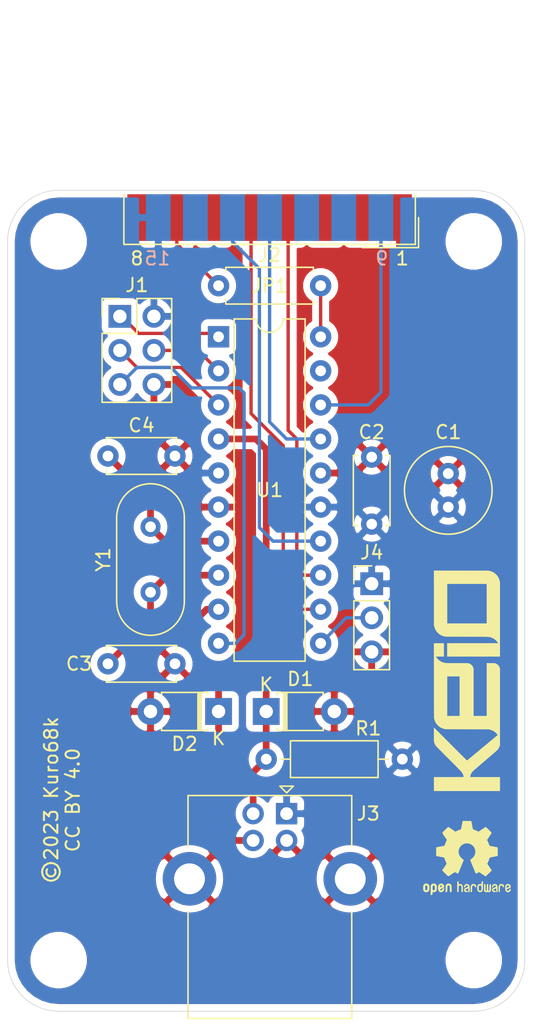
<source format=kicad_pcb>
(kicad_pcb (version 20171130) (host pcbnew "(5.1.9)-1")

  (general
    (thickness 1.6)
    (drawings 13)
    (tracks 66)
    (zones 0)
    (modules 20)
    (nets 27)
  )

  (page A4)
  (layers
    (0 F.Cu signal)
    (31 B.Cu signal)
    (32 B.Adhes user)
    (33 F.Adhes user)
    (34 B.Paste user)
    (35 F.Paste user)
    (36 B.SilkS user)
    (37 F.SilkS user)
    (38 B.Mask user)
    (39 F.Mask user)
    (40 Dwgs.User user)
    (41 Cmts.User user)
    (42 Eco1.User user)
    (43 Eco2.User user)
    (44 Edge.Cuts user)
    (45 Margin user)
    (46 B.CrtYd user)
    (47 F.CrtYd user)
    (48 B.Fab user)
    (49 F.Fab user hide)
  )

  (setup
    (last_trace_width 0.25)
    (user_trace_width 0.5)
    (trace_clearance 0.2)
    (zone_clearance 0.508)
    (zone_45_only no)
    (trace_min 0.2)
    (via_size 0.8)
    (via_drill 0.4)
    (via_min_size 0.4)
    (via_min_drill 0.3)
    (uvia_size 0.3)
    (uvia_drill 0.1)
    (uvias_allowed no)
    (uvia_min_size 0.2)
    (uvia_min_drill 0.1)
    (edge_width 0.05)
    (segment_width 0.2)
    (pcb_text_width 0.3)
    (pcb_text_size 1.5 1.5)
    (mod_edge_width 0.12)
    (mod_text_size 1 1)
    (mod_text_width 0.15)
    (pad_size 1.524 1.524)
    (pad_drill 0.762)
    (pad_to_mask_clearance 0)
    (aux_axis_origin 0 0)
    (visible_elements FFFDFF7F)
    (pcbplotparams
      (layerselection 0x010f0_ffffffff)
      (usegerberextensions false)
      (usegerberattributes true)
      (usegerberadvancedattributes true)
      (creategerberjobfile true)
      (excludeedgelayer true)
      (linewidth 0.100000)
      (plotframeref false)
      (viasonmask false)
      (mode 1)
      (useauxorigin false)
      (hpglpennumber 1)
      (hpglpenspeed 20)
      (hpglpendiameter 15.000000)
      (psnegative false)
      (psa4output false)
      (plotreference true)
      (plotvalue true)
      (plotinvisibletext false)
      (padsonsilk false)
      (subtractmaskfromsilk false)
      (outputformat 1)
      (mirror false)
      (drillshape 0)
      (scaleselection 1)
      (outputdirectory "plot/"))
  )

  (net 0 "")
  (net 1 +5V)
  (net 2 GND)
  (net 3 "Net-(C3-Pad1)")
  (net 4 "Net-(C4-Pad1)")
  (net 5 /DM)
  (net 6 /DP)
  (net 7 /MOSI)
  (net 8 /SCK)
  (net 9 /MISO)
  (net 10 /RST)
  (net 11 "Net-(J2-Pad2)")
  (net 12 "Net-(J2-Pad3)")
  (net 13 /DATA2)
  (net 14 /BUTTON2)
  (net 15 "Net-(J2-Pad6)")
  (net 16 /DATA1)
  (net 17 "Net-(J2-Pad8)")
  (net 18 /CLOCK)
  (net 19 "Net-(J2-Pad10)")
  (net 20 "Net-(J2-Pad11)")
  (net 21 /READ)
  (net 22 /BUTTON1)
  (net 23 "Net-(J2-Pad14)")
  (net 24 /POT)
  (net 25 "Net-(U1-Pad19)")
  (net 26 "Net-(J2-Pad7)")

  (net_class Default "This is the default net class."
    (clearance 0.2)
    (trace_width 0.25)
    (via_dia 0.8)
    (via_drill 0.4)
    (uvia_dia 0.3)
    (uvia_drill 0.1)
    (add_net +5V)
    (add_net /BUTTON1)
    (add_net /BUTTON2)
    (add_net /CLOCK)
    (add_net /DATA1)
    (add_net /DATA2)
    (add_net /DM)
    (add_net /DP)
    (add_net /MISO)
    (add_net /MOSI)
    (add_net /POT)
    (add_net /READ)
    (add_net /RST)
    (add_net /SCK)
    (add_net GND)
    (add_net "Net-(C3-Pad1)")
    (add_net "Net-(C4-Pad1)")
    (add_net "Net-(J2-Pad10)")
    (add_net "Net-(J2-Pad11)")
    (add_net "Net-(J2-Pad14)")
    (add_net "Net-(J2-Pad2)")
    (add_net "Net-(J2-Pad3)")
    (add_net "Net-(J2-Pad6)")
    (add_net "Net-(J2-Pad7)")
    (add_net "Net-(J2-Pad8)")
    (add_net "Net-(U1-Pad19)")
  )

  (module Symbol:OSHW-Logo2_7.3x6mm_SilkScreen (layer F.Cu) (tedit 0) (tstamp 63D0555A)
    (at 129.032 101.092)
    (descr "Open Source Hardware Symbol")
    (tags "Logo Symbol OSHW")
    (attr virtual)
    (fp_text reference REF** (at 0 0) (layer F.SilkS) hide
      (effects (font (size 1 1) (thickness 0.15)))
    )
    (fp_text value OSHW-Logo2_7.3x6mm_SilkScreen (at 0.75 0) (layer F.Fab) hide
      (effects (font (size 1 1) (thickness 0.15)))
    )
    (fp_poly (pts (xy -2.400256 1.919918) (xy -2.344799 1.947568) (xy -2.295852 1.99848) (xy -2.282371 2.017338)
      (xy -2.267686 2.042015) (xy -2.258158 2.068816) (xy -2.252707 2.104587) (xy -2.250253 2.156169)
      (xy -2.249714 2.224267) (xy -2.252148 2.317588) (xy -2.260606 2.387657) (xy -2.276826 2.439931)
      (xy -2.302546 2.479869) (xy -2.339503 2.512929) (xy -2.342218 2.514886) (xy -2.37864 2.534908)
      (xy -2.422498 2.544815) (xy -2.478276 2.547257) (xy -2.568952 2.547257) (xy -2.56899 2.635283)
      (xy -2.569834 2.684308) (xy -2.574976 2.713065) (xy -2.588413 2.730311) (xy -2.614142 2.744808)
      (xy -2.620321 2.747769) (xy -2.649236 2.761648) (xy -2.671624 2.770414) (xy -2.688271 2.771171)
      (xy -2.699964 2.761023) (xy -2.70749 2.737073) (xy -2.711634 2.696426) (xy -2.713185 2.636186)
      (xy -2.712929 2.553455) (xy -2.711651 2.445339) (xy -2.711252 2.413) (xy -2.709815 2.301524)
      (xy -2.708528 2.228603) (xy -2.569029 2.228603) (xy -2.568245 2.290499) (xy -2.56476 2.330997)
      (xy -2.556876 2.357708) (xy -2.542895 2.378244) (xy -2.533403 2.38826) (xy -2.494596 2.417567)
      (xy -2.460237 2.419952) (xy -2.424784 2.39575) (xy -2.423886 2.394857) (xy -2.409461 2.376153)
      (xy -2.400687 2.350732) (xy -2.396261 2.311584) (xy -2.394882 2.251697) (xy -2.394857 2.23843)
      (xy -2.398188 2.155901) (xy -2.409031 2.098691) (xy -2.42866 2.063766) (xy -2.45835 2.048094)
      (xy -2.475509 2.046514) (xy -2.516234 2.053926) (xy -2.544168 2.07833) (xy -2.560983 2.12298)
      (xy -2.56835 2.19113) (xy -2.569029 2.228603) (xy -2.708528 2.228603) (xy -2.708292 2.215245)
      (xy -2.706323 2.150333) (xy -2.70355 2.102958) (xy -2.699612 2.06929) (xy -2.694151 2.045498)
      (xy -2.686808 2.027753) (xy -2.677223 2.012224) (xy -2.673113 2.006381) (xy -2.618595 1.951185)
      (xy -2.549664 1.91989) (xy -2.469928 1.911165) (xy -2.400256 1.919918)) (layer F.SilkS) (width 0.01))
    (fp_poly (pts (xy -1.283907 1.92778) (xy -1.237328 1.954723) (xy -1.204943 1.981466) (xy -1.181258 2.009484)
      (xy -1.164941 2.043748) (xy -1.154661 2.089227) (xy -1.149086 2.150892) (xy -1.146884 2.233711)
      (xy -1.146629 2.293246) (xy -1.146629 2.512391) (xy -1.208314 2.540044) (xy -1.27 2.567697)
      (xy -1.277257 2.32767) (xy -1.280256 2.238028) (xy -1.283402 2.172962) (xy -1.287299 2.128026)
      (xy -1.292553 2.09877) (xy -1.299769 2.080748) (xy -1.30955 2.069511) (xy -1.312688 2.067079)
      (xy -1.360239 2.048083) (xy -1.408303 2.0556) (xy -1.436914 2.075543) (xy -1.448553 2.089675)
      (xy -1.456609 2.10822) (xy -1.461729 2.136334) (xy -1.464559 2.179173) (xy -1.465744 2.241895)
      (xy -1.465943 2.307261) (xy -1.465982 2.389268) (xy -1.467386 2.447316) (xy -1.472086 2.486465)
      (xy -1.482013 2.51178) (xy -1.499097 2.528323) (xy -1.525268 2.541156) (xy -1.560225 2.554491)
      (xy -1.598404 2.569007) (xy -1.593859 2.311389) (xy -1.592029 2.218519) (xy -1.589888 2.149889)
      (xy -1.586819 2.100711) (xy -1.582206 2.066198) (xy -1.575432 2.041562) (xy -1.565881 2.022016)
      (xy -1.554366 2.00477) (xy -1.49881 1.94968) (xy -1.43102 1.917822) (xy -1.357287 1.910191)
      (xy -1.283907 1.92778)) (layer F.SilkS) (width 0.01))
    (fp_poly (pts (xy -2.958885 1.921962) (xy -2.890855 1.957733) (xy -2.840649 2.015301) (xy -2.822815 2.052312)
      (xy -2.808937 2.107882) (xy -2.801833 2.178096) (xy -2.80116 2.254727) (xy -2.806573 2.329552)
      (xy -2.81773 2.394342) (xy -2.834286 2.440873) (xy -2.839374 2.448887) (xy -2.899645 2.508707)
      (xy -2.971231 2.544535) (xy -3.048908 2.55502) (xy -3.127452 2.53881) (xy -3.149311 2.529092)
      (xy -3.191878 2.499143) (xy -3.229237 2.459433) (xy -3.232768 2.454397) (xy -3.247119 2.430124)
      (xy -3.256606 2.404178) (xy -3.26221 2.370022) (xy -3.264914 2.321119) (xy -3.265701 2.250935)
      (xy -3.265714 2.2352) (xy -3.265678 2.230192) (xy -3.120571 2.230192) (xy -3.119727 2.29643)
      (xy -3.116404 2.340386) (xy -3.109417 2.368779) (xy -3.097584 2.388325) (xy -3.091543 2.394857)
      (xy -3.056814 2.41968) (xy -3.023097 2.418548) (xy -2.989005 2.397016) (xy -2.968671 2.374029)
      (xy -2.956629 2.340478) (xy -2.949866 2.287569) (xy -2.949402 2.281399) (xy -2.948248 2.185513)
      (xy -2.960312 2.114299) (xy -2.98543 2.068194) (xy -3.02344 2.047635) (xy -3.037008 2.046514)
      (xy -3.072636 2.052152) (xy -3.097006 2.071686) (xy -3.111907 2.109042) (xy -3.119125 2.16815)
      (xy -3.120571 2.230192) (xy -3.265678 2.230192) (xy -3.265174 2.160413) (xy -3.262904 2.108159)
      (xy -3.257932 2.071949) (xy -3.249287 2.045299) (xy -3.235995 2.021722) (xy -3.233057 2.017338)
      (xy -3.183687 1.958249) (xy -3.129891 1.923947) (xy -3.064398 1.910331) (xy -3.042158 1.909665)
      (xy -2.958885 1.921962)) (layer F.SilkS) (width 0.01))
    (fp_poly (pts (xy -1.831697 1.931239) (xy -1.774473 1.969735) (xy -1.730251 2.025335) (xy -1.703833 2.096086)
      (xy -1.69849 2.148162) (xy -1.699097 2.169893) (xy -1.704178 2.186531) (xy -1.718145 2.201437)
      (xy -1.745411 2.217973) (xy -1.790388 2.239498) (xy -1.857489 2.269374) (xy -1.857829 2.269524)
      (xy -1.919593 2.297813) (xy -1.970241 2.322933) (xy -2.004596 2.342179) (xy -2.017482 2.352848)
      (xy -2.017486 2.352934) (xy -2.006128 2.376166) (xy -1.979569 2.401774) (xy -1.949077 2.420221)
      (xy -1.93363 2.423886) (xy -1.891485 2.411212) (xy -1.855192 2.379471) (xy -1.837483 2.344572)
      (xy -1.820448 2.318845) (xy -1.787078 2.289546) (xy -1.747851 2.264235) (xy -1.713244 2.250471)
      (xy -1.706007 2.249714) (xy -1.697861 2.26216) (xy -1.69737 2.293972) (xy -1.703357 2.336866)
      (xy -1.714643 2.382558) (xy -1.73005 2.422761) (xy -1.730829 2.424322) (xy -1.777196 2.489062)
      (xy -1.837289 2.533097) (xy -1.905535 2.554711) (xy -1.976362 2.552185) (xy -2.044196 2.523804)
      (xy -2.047212 2.521808) (xy -2.100573 2.473448) (xy -2.13566 2.410352) (xy -2.155078 2.327387)
      (xy -2.157684 2.304078) (xy -2.162299 2.194055) (xy -2.156767 2.142748) (xy -2.017486 2.142748)
      (xy -2.015676 2.174753) (xy -2.005778 2.184093) (xy -1.981102 2.177105) (xy -1.942205 2.160587)
      (xy -1.898725 2.139881) (xy -1.897644 2.139333) (xy -1.860791 2.119949) (xy -1.846 2.107013)
      (xy -1.849647 2.093451) (xy -1.865005 2.075632) (xy -1.904077 2.049845) (xy -1.946154 2.04795)
      (xy -1.983897 2.066717) (xy -2.009966 2.102915) (xy -2.017486 2.142748) (xy -2.156767 2.142748)
      (xy -2.152806 2.106027) (xy -2.12845 2.036212) (xy -2.094544 1.987302) (xy -2.033347 1.937878)
      (xy -1.965937 1.913359) (xy -1.89712 1.911797) (xy -1.831697 1.931239)) (layer F.SilkS) (width 0.01))
    (fp_poly (pts (xy -0.624114 1.851289) (xy -0.619861 1.910613) (xy -0.614975 1.945572) (xy -0.608205 1.96082)
      (xy -0.598298 1.961015) (xy -0.595086 1.959195) (xy -0.552356 1.946015) (xy -0.496773 1.946785)
      (xy -0.440263 1.960333) (xy -0.404918 1.977861) (xy -0.368679 2.005861) (xy -0.342187 2.037549)
      (xy -0.324001 2.077813) (xy -0.312678 2.131543) (xy -0.306778 2.203626) (xy -0.304857 2.298951)
      (xy -0.304823 2.317237) (xy -0.3048 2.522646) (xy -0.350509 2.53858) (xy -0.382973 2.54942)
      (xy -0.400785 2.554468) (xy -0.401309 2.554514) (xy -0.403063 2.540828) (xy -0.404556 2.503076)
      (xy -0.405674 2.446224) (xy -0.406303 2.375234) (xy -0.4064 2.332073) (xy -0.406602 2.246973)
      (xy -0.407642 2.185981) (xy -0.410169 2.144177) (xy -0.414836 2.116642) (xy -0.422293 2.098456)
      (xy -0.433189 2.084698) (xy -0.439993 2.078073) (xy -0.486728 2.051375) (xy -0.537728 2.049375)
      (xy -0.583999 2.071955) (xy -0.592556 2.080107) (xy -0.605107 2.095436) (xy -0.613812 2.113618)
      (xy -0.619369 2.139909) (xy -0.622474 2.179562) (xy -0.623824 2.237832) (xy -0.624114 2.318173)
      (xy -0.624114 2.522646) (xy -0.669823 2.53858) (xy -0.702287 2.54942) (xy -0.720099 2.554468)
      (xy -0.720623 2.554514) (xy -0.721963 2.540623) (xy -0.723172 2.501439) (xy -0.724199 2.4407)
      (xy -0.724998 2.362141) (xy -0.725519 2.269498) (xy -0.725714 2.166509) (xy -0.725714 1.769342)
      (xy -0.678543 1.749444) (xy -0.631371 1.729547) (xy -0.624114 1.851289)) (layer F.SilkS) (width 0.01))
    (fp_poly (pts (xy 0.039744 1.950968) (xy 0.096616 1.972087) (xy 0.097267 1.972493) (xy 0.13244 1.99838)
      (xy 0.158407 2.028633) (xy 0.17667 2.068058) (xy 0.188732 2.121462) (xy 0.196096 2.193651)
      (xy 0.200264 2.289432) (xy 0.200629 2.303078) (xy 0.205876 2.508842) (xy 0.161716 2.531678)
      (xy 0.129763 2.54711) (xy 0.11047 2.554423) (xy 0.109578 2.554514) (xy 0.106239 2.541022)
      (xy 0.103587 2.504626) (xy 0.101956 2.451452) (xy 0.1016 2.408393) (xy 0.101592 2.338641)
      (xy 0.098403 2.294837) (xy 0.087288 2.273944) (xy 0.063501 2.272925) (xy 0.022296 2.288741)
      (xy -0.039914 2.317815) (xy -0.085659 2.341963) (xy -0.109187 2.362913) (xy -0.116104 2.385747)
      (xy -0.116114 2.386877) (xy -0.104701 2.426212) (xy -0.070908 2.447462) (xy -0.019191 2.450539)
      (xy 0.018061 2.450006) (xy 0.037703 2.460735) (xy 0.049952 2.486505) (xy 0.057002 2.519337)
      (xy 0.046842 2.537966) (xy 0.043017 2.540632) (xy 0.007001 2.55134) (xy -0.043434 2.552856)
      (xy -0.095374 2.545759) (xy -0.132178 2.532788) (xy -0.183062 2.489585) (xy -0.211986 2.429446)
      (xy -0.217714 2.382462) (xy -0.213343 2.340082) (xy -0.197525 2.305488) (xy -0.166203 2.274763)
      (xy -0.115322 2.24399) (xy -0.040824 2.209252) (xy -0.036286 2.207288) (xy 0.030821 2.176287)
      (xy 0.072232 2.150862) (xy 0.089981 2.128014) (xy 0.086107 2.104745) (xy 0.062643 2.078056)
      (xy 0.055627 2.071914) (xy 0.00863 2.0481) (xy -0.040067 2.049103) (xy -0.082478 2.072451)
      (xy -0.110616 2.115675) (xy -0.113231 2.12416) (xy -0.138692 2.165308) (xy -0.170999 2.185128)
      (xy -0.217714 2.20477) (xy -0.217714 2.15395) (xy -0.203504 2.080082) (xy -0.161325 2.012327)
      (xy -0.139376 1.989661) (xy -0.089483 1.960569) (xy -0.026033 1.9474) (xy 0.039744 1.950968)) (layer F.SilkS) (width 0.01))
    (fp_poly (pts (xy 0.529926 1.949755) (xy 0.595858 1.974084) (xy 0.649273 2.017117) (xy 0.670164 2.047409)
      (xy 0.692939 2.102994) (xy 0.692466 2.143186) (xy 0.668562 2.170217) (xy 0.659717 2.174813)
      (xy 0.62153 2.189144) (xy 0.602028 2.185472) (xy 0.595422 2.161407) (xy 0.595086 2.148114)
      (xy 0.582992 2.09921) (xy 0.551471 2.064999) (xy 0.507659 2.048476) (xy 0.458695 2.052634)
      (xy 0.418894 2.074227) (xy 0.40545 2.086544) (xy 0.395921 2.101487) (xy 0.389485 2.124075)
      (xy 0.385317 2.159328) (xy 0.382597 2.212266) (xy 0.380502 2.287907) (xy 0.37996 2.311857)
      (xy 0.377981 2.39379) (xy 0.375731 2.451455) (xy 0.372357 2.489608) (xy 0.367006 2.513004)
      (xy 0.358824 2.526398) (xy 0.346959 2.534545) (xy 0.339362 2.538144) (xy 0.307102 2.550452)
      (xy 0.288111 2.554514) (xy 0.281836 2.540948) (xy 0.278006 2.499934) (xy 0.2766 2.430999)
      (xy 0.277598 2.333669) (xy 0.277908 2.318657) (xy 0.280101 2.229859) (xy 0.282693 2.165019)
      (xy 0.286382 2.119067) (xy 0.291864 2.086935) (xy 0.299835 2.063553) (xy 0.310993 2.043852)
      (xy 0.31683 2.03541) (xy 0.350296 1.998057) (xy 0.387727 1.969003) (xy 0.392309 1.966467)
      (xy 0.459426 1.946443) (xy 0.529926 1.949755)) (layer F.SilkS) (width 0.01))
    (fp_poly (pts (xy 1.190117 2.065358) (xy 1.189933 2.173837) (xy 1.189219 2.257287) (xy 1.187675 2.319704)
      (xy 1.185001 2.365085) (xy 1.180894 2.397429) (xy 1.175055 2.420733) (xy 1.167182 2.438995)
      (xy 1.161221 2.449418) (xy 1.111855 2.505945) (xy 1.049264 2.541377) (xy 0.980013 2.55409)
      (xy 0.910668 2.542463) (xy 0.869375 2.521568) (xy 0.826025 2.485422) (xy 0.796481 2.441276)
      (xy 0.778655 2.383462) (xy 0.770463 2.306313) (xy 0.769302 2.249714) (xy 0.769458 2.245647)
      (xy 0.870857 2.245647) (xy 0.871476 2.31055) (xy 0.874314 2.353514) (xy 0.88084 2.381622)
      (xy 0.892523 2.401953) (xy 0.906483 2.417288) (xy 0.953365 2.44689) (xy 1.003701 2.449419)
      (xy 1.051276 2.424705) (xy 1.054979 2.421356) (xy 1.070783 2.403935) (xy 1.080693 2.383209)
      (xy 1.086058 2.352362) (xy 1.088228 2.304577) (xy 1.088571 2.251748) (xy 1.087827 2.185381)
      (xy 1.084748 2.141106) (xy 1.078061 2.112009) (xy 1.066496 2.091173) (xy 1.057013 2.080107)
      (xy 1.01296 2.052198) (xy 0.962224 2.048843) (xy 0.913796 2.070159) (xy 0.90445 2.078073)
      (xy 0.88854 2.095647) (xy 0.87861 2.116587) (xy 0.873278 2.147782) (xy 0.871163 2.196122)
      (xy 0.870857 2.245647) (xy 0.769458 2.245647) (xy 0.77281 2.158568) (xy 0.784726 2.090086)
      (xy 0.807135 2.0386) (xy 0.842124 1.998443) (xy 0.869375 1.977861) (xy 0.918907 1.955625)
      (xy 0.976316 1.945304) (xy 1.029682 1.948067) (xy 1.059543 1.959212) (xy 1.071261 1.962383)
      (xy 1.079037 1.950557) (xy 1.084465 1.918866) (xy 1.088571 1.870593) (xy 1.093067 1.816829)
      (xy 1.099313 1.784482) (xy 1.110676 1.765985) (xy 1.130528 1.75377) (xy 1.143 1.748362)
      (xy 1.190171 1.728601) (xy 1.190117 2.065358)) (layer F.SilkS) (width 0.01))
    (fp_poly (pts (xy 1.779833 1.958663) (xy 1.782048 1.99685) (xy 1.783784 2.054886) (xy 1.784899 2.12818)
      (xy 1.785257 2.205055) (xy 1.785257 2.465196) (xy 1.739326 2.511127) (xy 1.707675 2.539429)
      (xy 1.67989 2.550893) (xy 1.641915 2.550168) (xy 1.62684 2.548321) (xy 1.579726 2.542948)
      (xy 1.540756 2.539869) (xy 1.531257 2.539585) (xy 1.499233 2.541445) (xy 1.453432 2.546114)
      (xy 1.435674 2.548321) (xy 1.392057 2.551735) (xy 1.362745 2.54432) (xy 1.33368 2.521427)
      (xy 1.323188 2.511127) (xy 1.277257 2.465196) (xy 1.277257 1.978602) (xy 1.314226 1.961758)
      (xy 1.346059 1.949282) (xy 1.364683 1.944914) (xy 1.369458 1.958718) (xy 1.373921 1.997286)
      (xy 1.377775 2.056356) (xy 1.380722 2.131663) (xy 1.382143 2.195286) (xy 1.386114 2.445657)
      (xy 1.420759 2.450556) (xy 1.452268 2.447131) (xy 1.467708 2.436041) (xy 1.472023 2.415308)
      (xy 1.475708 2.371145) (xy 1.478469 2.309146) (xy 1.480012 2.234909) (xy 1.480235 2.196706)
      (xy 1.480457 1.976783) (xy 1.526166 1.960849) (xy 1.558518 1.950015) (xy 1.576115 1.944962)
      (xy 1.576623 1.944914) (xy 1.578388 1.958648) (xy 1.580329 1.99673) (xy 1.582282 2.054482)
      (xy 1.584084 2.127227) (xy 1.585343 2.195286) (xy 1.589314 2.445657) (xy 1.6764 2.445657)
      (xy 1.680396 2.21724) (xy 1.684392 1.988822) (xy 1.726847 1.966868) (xy 1.758192 1.951793)
      (xy 1.776744 1.944951) (xy 1.777279 1.944914) (xy 1.779833 1.958663)) (layer F.SilkS) (width 0.01))
    (fp_poly (pts (xy 2.144876 1.956335) (xy 2.186667 1.975344) (xy 2.219469 1.998378) (xy 2.243503 2.024133)
      (xy 2.260097 2.057358) (xy 2.270577 2.1028) (xy 2.276271 2.165207) (xy 2.278507 2.249327)
      (xy 2.278743 2.304721) (xy 2.278743 2.520826) (xy 2.241774 2.53767) (xy 2.212656 2.549981)
      (xy 2.198231 2.554514) (xy 2.195472 2.541025) (xy 2.193282 2.504653) (xy 2.191942 2.451542)
      (xy 2.191657 2.409372) (xy 2.190434 2.348447) (xy 2.187136 2.300115) (xy 2.182321 2.270518)
      (xy 2.178496 2.264229) (xy 2.152783 2.270652) (xy 2.112418 2.287125) (xy 2.065679 2.309458)
      (xy 2.020845 2.333457) (xy 1.986193 2.35493) (xy 1.970002 2.369685) (xy 1.969938 2.369845)
      (xy 1.97133 2.397152) (xy 1.983818 2.423219) (xy 2.005743 2.444392) (xy 2.037743 2.451474)
      (xy 2.065092 2.450649) (xy 2.103826 2.450042) (xy 2.124158 2.459116) (xy 2.136369 2.483092)
      (xy 2.137909 2.487613) (xy 2.143203 2.521806) (xy 2.129047 2.542568) (xy 2.092148 2.552462)
      (xy 2.052289 2.554292) (xy 1.980562 2.540727) (xy 1.943432 2.521355) (xy 1.897576 2.475845)
      (xy 1.873256 2.419983) (xy 1.871073 2.360957) (xy 1.891629 2.305953) (xy 1.922549 2.271486)
      (xy 1.95342 2.252189) (xy 2.001942 2.227759) (xy 2.058485 2.202985) (xy 2.06791 2.199199)
      (xy 2.130019 2.171791) (xy 2.165822 2.147634) (xy 2.177337 2.123619) (xy 2.16658 2.096635)
      (xy 2.148114 2.075543) (xy 2.104469 2.049572) (xy 2.056446 2.047624) (xy 2.012406 2.067637)
      (xy 1.980709 2.107551) (xy 1.976549 2.117848) (xy 1.952327 2.155724) (xy 1.916965 2.183842)
      (xy 1.872343 2.206917) (xy 1.872343 2.141485) (xy 1.874969 2.101506) (xy 1.88623 2.069997)
      (xy 1.911199 2.036378) (xy 1.935169 2.010484) (xy 1.972441 1.973817) (xy 2.001401 1.954121)
      (xy 2.032505 1.94622) (xy 2.067713 1.944914) (xy 2.144876 1.956335)) (layer F.SilkS) (width 0.01))
    (fp_poly (pts (xy 2.6526 1.958752) (xy 2.669948 1.966334) (xy 2.711356 1.999128) (xy 2.746765 2.046547)
      (xy 2.768664 2.097151) (xy 2.772229 2.122098) (xy 2.760279 2.156927) (xy 2.734067 2.175357)
      (xy 2.705964 2.186516) (xy 2.693095 2.188572) (xy 2.686829 2.173649) (xy 2.674456 2.141175)
      (xy 2.669028 2.126502) (xy 2.63859 2.075744) (xy 2.59452 2.050427) (xy 2.53801 2.051206)
      (xy 2.533825 2.052203) (xy 2.503655 2.066507) (xy 2.481476 2.094393) (xy 2.466327 2.139287)
      (xy 2.45725 2.204615) (xy 2.453286 2.293804) (xy 2.452914 2.341261) (xy 2.45273 2.416071)
      (xy 2.451522 2.467069) (xy 2.448309 2.499471) (xy 2.442109 2.518495) (xy 2.43194 2.529356)
      (xy 2.416819 2.537272) (xy 2.415946 2.53767) (xy 2.386828 2.549981) (xy 2.372403 2.554514)
      (xy 2.370186 2.540809) (xy 2.368289 2.502925) (xy 2.366847 2.445715) (xy 2.365998 2.374027)
      (xy 2.365829 2.321565) (xy 2.366692 2.220047) (xy 2.37007 2.143032) (xy 2.377142 2.086023)
      (xy 2.389088 2.044526) (xy 2.40709 2.014043) (xy 2.432327 1.99008) (xy 2.457247 1.973355)
      (xy 2.517171 1.951097) (xy 2.586911 1.946076) (xy 2.6526 1.958752)) (layer F.SilkS) (width 0.01))
    (fp_poly (pts (xy 3.153595 1.966966) (xy 3.211021 2.004497) (xy 3.238719 2.038096) (xy 3.260662 2.099064)
      (xy 3.262405 2.147308) (xy 3.258457 2.211816) (xy 3.109686 2.276934) (xy 3.037349 2.310202)
      (xy 2.990084 2.336964) (xy 2.965507 2.360144) (xy 2.961237 2.382667) (xy 2.974889 2.407455)
      (xy 2.989943 2.423886) (xy 3.033746 2.450235) (xy 3.081389 2.452081) (xy 3.125145 2.431546)
      (xy 3.157289 2.390752) (xy 3.163038 2.376347) (xy 3.190576 2.331356) (xy 3.222258 2.312182)
      (xy 3.265714 2.295779) (xy 3.265714 2.357966) (xy 3.261872 2.400283) (xy 3.246823 2.435969)
      (xy 3.21528 2.476943) (xy 3.210592 2.482267) (xy 3.175506 2.51872) (xy 3.145347 2.538283)
      (xy 3.107615 2.547283) (xy 3.076335 2.55023) (xy 3.020385 2.550965) (xy 2.980555 2.54166)
      (xy 2.955708 2.527846) (xy 2.916656 2.497467) (xy 2.889625 2.464613) (xy 2.872517 2.423294)
      (xy 2.863238 2.367521) (xy 2.859693 2.291305) (xy 2.85941 2.252622) (xy 2.860372 2.206247)
      (xy 2.948007 2.206247) (xy 2.949023 2.231126) (xy 2.951556 2.2352) (xy 2.968274 2.229665)
      (xy 3.004249 2.215017) (xy 3.052331 2.19419) (xy 3.062386 2.189714) (xy 3.123152 2.158814)
      (xy 3.156632 2.131657) (xy 3.16399 2.10622) (xy 3.146391 2.080481) (xy 3.131856 2.069109)
      (xy 3.07941 2.046364) (xy 3.030322 2.050122) (xy 2.989227 2.077884) (xy 2.960758 2.127152)
      (xy 2.951631 2.166257) (xy 2.948007 2.206247) (xy 2.860372 2.206247) (xy 2.861285 2.162249)
      (xy 2.868196 2.095384) (xy 2.881884 2.046695) (xy 2.904096 2.010849) (xy 2.936574 1.982513)
      (xy 2.950733 1.973355) (xy 3.015053 1.949507) (xy 3.085473 1.948006) (xy 3.153595 1.966966)) (layer F.SilkS) (width 0.01))
    (fp_poly (pts (xy 0.10391 -2.757652) (xy 0.182454 -2.757222) (xy 0.239298 -2.756058) (xy 0.278105 -2.753793)
      (xy 0.302538 -2.75006) (xy 0.316262 -2.744494) (xy 0.32294 -2.736727) (xy 0.326236 -2.726395)
      (xy 0.326556 -2.725057) (xy 0.331562 -2.700921) (xy 0.340829 -2.653299) (xy 0.353392 -2.587259)
      (xy 0.368287 -2.507872) (xy 0.384551 -2.420204) (xy 0.385119 -2.417125) (xy 0.40141 -2.331211)
      (xy 0.416652 -2.255304) (xy 0.429861 -2.193955) (xy 0.440054 -2.151718) (xy 0.446248 -2.133145)
      (xy 0.446543 -2.132816) (xy 0.464788 -2.123747) (xy 0.502405 -2.108633) (xy 0.551271 -2.090738)
      (xy 0.551543 -2.090642) (xy 0.613093 -2.067507) (xy 0.685657 -2.038035) (xy 0.754057 -2.008403)
      (xy 0.757294 -2.006938) (xy 0.868702 -1.956374) (xy 1.115399 -2.12484) (xy 1.191077 -2.176197)
      (xy 1.259631 -2.222111) (xy 1.317088 -2.25997) (xy 1.359476 -2.287163) (xy 1.382825 -2.301079)
      (xy 1.385042 -2.302111) (xy 1.40201 -2.297516) (xy 1.433701 -2.275345) (xy 1.481352 -2.234553)
      (xy 1.546198 -2.174095) (xy 1.612397 -2.109773) (xy 1.676214 -2.046388) (xy 1.733329 -1.988549)
      (xy 1.780305 -1.939825) (xy 1.813703 -1.90379) (xy 1.830085 -1.884016) (xy 1.830694 -1.882998)
      (xy 1.832505 -1.869428) (xy 1.825683 -1.847267) (xy 1.80854 -1.813522) (xy 1.779393 -1.7652)
      (xy 1.736555 -1.699308) (xy 1.679448 -1.614483) (xy 1.628766 -1.539823) (xy 1.583461 -1.47286)
      (xy 1.54615 -1.417484) (xy 1.519452 -1.37758) (xy 1.505985 -1.357038) (xy 1.505137 -1.355644)
      (xy 1.506781 -1.335962) (xy 1.519245 -1.297707) (xy 1.540048 -1.248111) (xy 1.547462 -1.232272)
      (xy 1.579814 -1.16171) (xy 1.614328 -1.081647) (xy 1.642365 -1.012371) (xy 1.662568 -0.960955)
      (xy 1.678615 -0.921881) (xy 1.687888 -0.901459) (xy 1.689041 -0.899886) (xy 1.706096 -0.897279)
      (xy 1.746298 -0.890137) (xy 1.804302 -0.879477) (xy 1.874763 -0.866315) (xy 1.952335 -0.851667)
      (xy 2.031672 -0.836551) (xy 2.107431 -0.821982) (xy 2.174264 -0.808978) (xy 2.226828 -0.798555)
      (xy 2.259776 -0.79173) (xy 2.267857 -0.789801) (xy 2.276205 -0.785038) (xy 2.282506 -0.774282)
      (xy 2.287045 -0.753902) (xy 2.290104 -0.720266) (xy 2.291967 -0.669745) (xy 2.292918 -0.598708)
      (xy 2.29324 -0.503524) (xy 2.293257 -0.464508) (xy 2.293257 -0.147201) (xy 2.217057 -0.132161)
      (xy 2.174663 -0.124005) (xy 2.1114 -0.112101) (xy 2.034962 -0.097884) (xy 1.953043 -0.08279)
      (xy 1.9304 -0.078645) (xy 1.854806 -0.063947) (xy 1.788953 -0.049495) (xy 1.738366 -0.036625)
      (xy 1.708574 -0.026678) (xy 1.703612 -0.023713) (xy 1.691426 -0.002717) (xy 1.673953 0.037967)
      (xy 1.654577 0.090322) (xy 1.650734 0.1016) (xy 1.625339 0.171523) (xy 1.593817 0.250418)
      (xy 1.562969 0.321266) (xy 1.562817 0.321595) (xy 1.511447 0.432733) (xy 1.680399 0.681253)
      (xy 1.849352 0.929772) (xy 1.632429 1.147058) (xy 1.566819 1.211726) (xy 1.506979 1.268733)
      (xy 1.456267 1.315033) (xy 1.418046 1.347584) (xy 1.395675 1.363343) (xy 1.392466 1.364343)
      (xy 1.373626 1.356469) (xy 1.33518 1.334578) (xy 1.28133 1.301267) (xy 1.216276 1.259131)
      (xy 1.14594 1.211943) (xy 1.074555 1.16381) (xy 1.010908 1.121928) (xy 0.959041 1.088871)
      (xy 0.922995 1.067218) (xy 0.906867 1.059543) (xy 0.887189 1.066037) (xy 0.849875 1.08315)
      (xy 0.802621 1.107326) (xy 0.797612 1.110013) (xy 0.733977 1.141927) (xy 0.690341 1.157579)
      (xy 0.663202 1.157745) (xy 0.649057 1.143204) (xy 0.648975 1.143) (xy 0.641905 1.125779)
      (xy 0.625042 1.084899) (xy 0.599695 1.023525) (xy 0.567171 0.944819) (xy 0.528778 0.851947)
      (xy 0.485822 0.748072) (xy 0.444222 0.647502) (xy 0.398504 0.536516) (xy 0.356526 0.433703)
      (xy 0.319548 0.342215) (xy 0.288827 0.265201) (xy 0.265622 0.205815) (xy 0.25119 0.167209)
      (xy 0.246743 0.1528) (xy 0.257896 0.136272) (xy 0.287069 0.10993) (xy 0.325971 0.080887)
      (xy 0.436757 -0.010961) (xy 0.523351 -0.116241) (xy 0.584716 -0.232734) (xy 0.619815 -0.358224)
      (xy 0.627608 -0.490493) (xy 0.621943 -0.551543) (xy 0.591078 -0.678205) (xy 0.53792 -0.790059)
      (xy 0.465767 -0.885999) (xy 0.377917 -0.964924) (xy 0.277665 -1.02573) (xy 0.16831 -1.067313)
      (xy 0.053147 -1.088572) (xy -0.064525 -1.088401) (xy -0.18141 -1.065699) (xy -0.294211 -1.019362)
      (xy -0.399631 -0.948287) (xy -0.443632 -0.908089) (xy -0.528021 -0.804871) (xy -0.586778 -0.692075)
      (xy -0.620296 -0.57299) (xy -0.628965 -0.450905) (xy -0.613177 -0.329107) (xy -0.573322 -0.210884)
      (xy -0.509793 -0.099525) (xy -0.422979 0.001684) (xy -0.325971 0.080887) (xy -0.285563 0.111162)
      (xy -0.257018 0.137219) (xy -0.246743 0.152825) (xy -0.252123 0.169843) (xy -0.267425 0.2105)
      (xy -0.291388 0.271642) (xy -0.322756 0.350119) (xy -0.360268 0.44278) (xy -0.402667 0.546472)
      (xy -0.444337 0.647526) (xy -0.49031 0.758607) (xy -0.532893 0.861541) (xy -0.570779 0.953165)
      (xy -0.60266 1.030316) (xy -0.627229 1.089831) (xy -0.64318 1.128544) (xy -0.64909 1.143)
      (xy -0.663052 1.157685) (xy -0.69006 1.157642) (xy -0.733587 1.142099) (xy -0.79711 1.110284)
      (xy -0.797612 1.110013) (xy -0.84544 1.085323) (xy -0.884103 1.067338) (xy -0.905905 1.059614)
      (xy -0.906867 1.059543) (xy -0.923279 1.067378) (xy -0.959513 1.089165) (xy -1.011526 1.122328)
      (xy -1.075275 1.164291) (xy -1.14594 1.211943) (xy -1.217884 1.260191) (xy -1.282726 1.302151)
      (xy -1.336265 1.335227) (xy -1.374303 1.356821) (xy -1.392467 1.364343) (xy -1.409192 1.354457)
      (xy -1.44282 1.326826) (xy -1.48999 1.284495) (xy -1.547342 1.230505) (xy -1.611516 1.167899)
      (xy -1.632503 1.146983) (xy -1.849501 0.929623) (xy -1.684332 0.68722) (xy -1.634136 0.612781)
      (xy -1.590081 0.545972) (xy -1.554638 0.490665) (xy -1.530281 0.450729) (xy -1.519478 0.430036)
      (xy -1.519162 0.428563) (xy -1.524857 0.409058) (xy -1.540174 0.369822) (xy -1.562463 0.31743)
      (xy -1.578107 0.282355) (xy -1.607359 0.215201) (xy -1.634906 0.147358) (xy -1.656263 0.090034)
      (xy -1.662065 0.072572) (xy -1.678548 0.025938) (xy -1.69466 -0.010095) (xy -1.70351 -0.023713)
      (xy -1.72304 -0.032048) (xy -1.765666 -0.043863) (xy -1.825855 -0.057819) (xy -1.898078 -0.072578)
      (xy -1.9304 -0.078645) (xy -2.012478 -0.093727) (xy -2.091205 -0.108331) (xy -2.158891 -0.12102)
      (xy -2.20784 -0.130358) (xy -2.217057 -0.132161) (xy -2.293257 -0.147201) (xy -2.293257 -0.464508)
      (xy -2.293086 -0.568846) (xy -2.292384 -0.647787) (xy -2.290866 -0.704962) (xy -2.288251 -0.744001)
      (xy -2.284254 -0.768535) (xy -2.278591 -0.782195) (xy -2.27098 -0.788611) (xy -2.267857 -0.789801)
      (xy -2.249022 -0.79402) (xy -2.207412 -0.802438) (xy -2.14837 -0.814039) (xy -2.077243 -0.827805)
      (xy -1.999375 -0.84272) (xy -1.920113 -0.857768) (xy -1.844802 -0.871931) (xy -1.778787 -0.884194)
      (xy -1.727413 -0.893539) (xy -1.696025 -0.89895) (xy -1.689041 -0.899886) (xy -1.682715 -0.912404)
      (xy -1.66871 -0.945754) (xy -1.649645 -0.993623) (xy -1.642366 -1.012371) (xy -1.613004 -1.084805)
      (xy -1.578429 -1.16483) (xy -1.547463 -1.232272) (xy -1.524677 -1.283841) (xy -1.509518 -1.326215)
      (xy -1.504458 -1.352166) (xy -1.505264 -1.355644) (xy -1.515959 -1.372064) (xy -1.54038 -1.408583)
      (xy -1.575905 -1.461313) (xy -1.619913 -1.526365) (xy -1.669783 -1.599849) (xy -1.679644 -1.614355)
      (xy -1.737508 -1.700296) (xy -1.780044 -1.765739) (xy -1.808946 -1.813696) (xy -1.82591 -1.84718)
      (xy -1.832633 -1.869205) (xy -1.83081 -1.882783) (xy -1.830764 -1.882869) (xy -1.816414 -1.900703)
      (xy -1.784677 -1.935183) (xy -1.73899 -1.982732) (xy -1.682796 -2.039778) (xy -1.619532 -2.102745)
      (xy -1.612398 -2.109773) (xy -1.53267 -2.18698) (xy -1.471143 -2.24367) (xy -1.426579 -2.28089)
      (xy -1.397743 -2.299685) (xy -1.385042 -2.302111) (xy -1.366506 -2.291529) (xy -1.328039 -2.267084)
      (xy -1.273614 -2.231388) (xy -1.207202 -2.187053) (xy -1.132775 -2.136689) (xy -1.115399 -2.12484)
      (xy -0.868703 -1.956374) (xy -0.757294 -2.006938) (xy -0.689543 -2.036405) (xy -0.616817 -2.066041)
      (xy -0.554297 -2.08967) (xy -0.551543 -2.090642) (xy -0.50264 -2.108543) (xy -0.464943 -2.12368)
      (xy -0.446575 -2.13279) (xy -0.446544 -2.132816) (xy -0.440715 -2.149283) (xy -0.430808 -2.189781)
      (xy -0.417805 -2.249758) (xy -0.402691 -2.32466) (xy -0.386448 -2.409936) (xy -0.385119 -2.417125)
      (xy -0.368825 -2.504986) (xy -0.353867 -2.58474) (xy -0.341209 -2.651319) (xy -0.331814 -2.699653)
      (xy -0.326646 -2.724675) (xy -0.326556 -2.725057) (xy -0.323411 -2.735701) (xy -0.317296 -2.743738)
      (xy -0.304547 -2.749533) (xy -0.2815 -2.753453) (xy -0.244491 -2.755865) (xy -0.189856 -2.757135)
      (xy -0.113933 -2.757629) (xy -0.013056 -2.757714) (xy 0 -2.757714) (xy 0.10391 -2.757652)) (layer F.SilkS) (width 0.01))
  )

  (module Keio:logo2_16x5mm_top_silk (layer F.Cu) (tedit 0) (tstamp 63D053E6)
    (at 129.032 87.884 90)
    (fp_text reference G*** (at 0 0 90) (layer F.SilkS) hide
      (effects (font (size 1.524 1.524) (thickness 0.3)))
    )
    (fp_text value LOGO (at 0.75 0 90) (layer F.SilkS) hide
      (effects (font (size 1.524 1.524) (thickness 0.3)))
    )
    (fp_poly (pts (xy 2.797199 -2.094474) (xy 2.796117 -1.725084) (xy 1.811923 -1.722932) (xy 1.810837 -2.025712)
      (xy 1.809751 -2.328493) (xy 1.769534 -2.302549) (xy 1.695803 -2.25003) (xy 1.627638 -2.191378)
      (xy 1.565362 -2.127079) (xy 1.509296 -2.057623) (xy 1.459765 -1.983497) (xy 1.41709 -1.90519)
      (xy 1.381594 -1.823188) (xy 1.353601 -1.737981) (xy 1.333431 -1.650056) (xy 1.331734 -1.640417)
      (xy 1.329918 -1.629358) (xy 1.328252 -1.618086) (xy 1.326729 -1.606214) (xy 1.325344 -1.593354)
      (xy 1.324089 -1.579119) (xy 1.322959 -1.563121) (xy 1.321947 -1.544975) (xy 1.321048 -1.524291)
      (xy 1.320253 -1.500684) (xy 1.319558 -1.473765) (xy 1.318956 -1.443147) (xy 1.31844 -1.408444)
      (xy 1.318005 -1.369267) (xy 1.317643 -1.325229) (xy 1.317349 -1.275944) (xy 1.317116 -1.221024)
      (xy 1.316938 -1.160081) (xy 1.316808 -1.092728) (xy 1.31672 -1.018579) (xy 1.316668 -0.937245)
      (xy 1.316646 -0.848339) (xy 1.316646 -0.751475) (xy 1.31665 -0.719667) (xy 1.316656 -0.623273)
      (xy 1.316645 -0.53498) (xy 1.316614 -0.454423) (xy 1.316559 -0.381234) (xy 1.316479 -0.31505)
      (xy 1.316369 -0.255503) (xy 1.316228 -0.202229) (xy 1.316052 -0.154861) (xy 1.31584 -0.113034)
      (xy 1.315587 -0.076382) (xy 1.315291 -0.044539) (xy 1.31495 -0.01714) (xy 1.31456 0.006182)
      (xy 1.314119 0.025791) (xy 1.313623 0.042054) (xy 1.313071 0.055336) (xy 1.312459 0.066003)
      (xy 1.311785 0.074421) (xy 1.311045 0.080956) (xy 1.310469 0.084707) (xy 1.29549 0.146245)
      (xy 1.272737 0.205221) (xy 1.242717 0.260835) (xy 1.205938 0.312284) (xy 1.162906 0.358768)
      (xy 1.114129 0.399487) (xy 1.108549 0.403499) (xy 1.08035 0.421323) (xy 1.046706 0.439182)
      (xy 1.010525 0.45572) (xy 0.974713 0.469586) (xy 0.949695 0.477458) (xy 0.908051 0.48895)
      (xy -0.858308 0.490043) (xy -2.624666 0.491136) (xy -2.624666 1.477433) (xy 1.316567 1.477433)
      (xy 1.317243 1.704974) (xy 1.317404 1.764013) (xy 1.3175 1.815265) (xy 1.317514 1.859408)
      (xy 1.317429 1.897122) (xy 1.317228 1.929085) (xy 1.316893 1.955977) (xy 1.316408 1.978477)
      (xy 1.315755 1.997264) (xy 1.314916 2.013017) (xy 1.313876 2.026415) (xy 1.312615 2.038137)
      (xy 1.311119 2.048862) (xy 1.309368 2.059269) (xy 1.3081 2.066109) (xy 1.292321 2.126923)
      (xy 1.268934 2.184764) (xy 1.238474 2.23897) (xy 1.201479 2.288878) (xy 1.158486 2.333827)
      (xy 1.110031 2.373154) (xy 1.05665 2.406197) (xy 1.017262 2.424972) (xy 0.999635 2.431691)
      (xy 0.977277 2.439184) (xy 0.953704 2.446308) (xy 0.941062 2.449766) (xy 0.895351 2.461683)
      (xy -4.785783 2.461683) (xy -4.826964 2.450309) (xy -4.899322 2.426091) (xy -4.970881 2.39374)
      (xy -5.041049 2.353588) (xy -5.109237 2.305966) (xy -5.162549 2.262196) (xy -5.169047 2.256032)
      (xy -5.178402 2.246423) (xy -5.190783 2.233175) (xy -5.206359 2.216094) (xy -5.2253 2.194987)
      (xy -5.247776 2.169658) (xy -5.273954 2.139914) (xy -5.304005 2.10556) (xy -5.338098 2.066402)
      (xy -5.376402 2.022247) (xy -5.419085 1.972899) (xy -5.466319 1.918165) (xy -5.518271 1.857851)
      (xy -5.575111 1.791762) (xy -5.637008 1.719704) (xy -5.704131 1.641483) (xy -5.739602 1.600122)
      (xy -5.827219 1.497936) (xy -5.909501 1.401977) (xy -5.986623 1.312041) (xy -6.058759 1.227927)
      (xy -6.126085 1.149434) (xy -6.188775 1.076358) (xy -6.247004 1.008497) (xy -6.300948 0.94565)
      (xy -6.350782 0.887615) (xy -6.396679 0.834189) (xy -6.438816 0.785171) (xy -6.477367 0.740358)
      (xy -6.512508 0.699548) (xy -6.544412 0.66254) (xy -6.573256 0.62913) (xy -6.599214 0.599118)
      (xy -6.62246 0.5723) (xy -6.643171 0.548475) (xy -6.661521 0.527441) (xy -6.677684 0.508996)
      (xy -6.691837 0.492938) (xy -6.704153 0.479064) (xy -6.714808 0.467172) (xy -6.723977 0.457061)
      (xy -6.731835 0.448528) (xy -6.738556 0.441372) (xy -6.744316 0.435389) (xy -6.749289 0.430379)
      (xy -6.753651 0.426139) (xy -6.757576 0.422467) (xy -6.76124 0.419161) (xy -6.764799 0.416034)
      (xy -6.793745 0.392343) (xy -6.826192 0.368332) (xy -6.859933 0.345478) (xy -6.892759 0.325258)
      (xy -6.92246 0.30915) (xy -6.930056 0.305513) (xy -6.961279 0.292364) (xy -6.995596 0.280078)
      (xy -7.031368 0.269063) (xy -7.066957 0.259728) (xy -7.100722 0.252481) (xy -7.131024 0.247731)
      (xy -7.156224 0.245885) (xy -7.167799 0.246301) (xy -7.18185 0.24765) (xy -7.182916 1.355724)
      (xy -7.183982 2.4638) (xy -8.216899 2.4638) (xy -8.216899 -2.4638) (xy -7.183982 -2.4638)
      (xy -7.182916 -1.355726) (xy -7.18185 -0.24765) (xy -7.152216 -0.248909) (xy -7.105369 -0.254373)
      (xy -7.054871 -0.26673) (xy -7.001466 -0.285637) (xy -6.945898 -0.31075) (xy -6.888909 -0.341724)
      (xy -6.831243 -0.378217) (xy -6.773644 -0.419885) (xy -6.760633 -0.430046) (xy -6.75473 -0.435336)
      (xy -6.743085 -0.446374) (xy -6.725939 -0.462919) (xy -6.703536 -0.484731) (xy -6.676117 -0.511569)
      (xy -6.643927 -0.543194) (xy -6.607206 -0.579364) (xy -6.566199 -0.61984) (xy -6.521147 -0.664381)
      (xy -6.472293 -0.712746) (xy -6.41988 -0.764696) (xy -6.364151 -0.819989) (xy -6.305348 -0.878386)
      (xy -6.243714 -0.939645) (xy -6.179491 -1.003528) (xy -6.112922 -1.069792) (xy -6.04425 -1.138199)
      (xy -5.973718 -1.208507) (xy -5.901568 -1.280476) (xy -5.828042 -1.353866) (xy -5.818716 -1.363178)
      (xy -5.725411 -1.456321) (xy -5.636403 -1.545118) (xy -5.55179 -1.629471) (xy -5.471671 -1.709284)
      (xy -5.396143 -1.784458) (xy -5.325306 -1.854896) (xy -5.259257 -1.920501) (xy -5.198094 -1.981177)
      (xy -5.141917 -2.036824) (xy -5.090824 -2.087347) (xy -5.044912 -2.132647) (xy -5.004281 -2.172628)
      (xy -4.969027 -2.207192) (xy -4.939251 -2.236241) (xy -4.91505 -2.259679) (xy -4.896523 -2.277408)
      (xy -4.883767 -2.289331) (xy -4.876882 -2.29535) (xy -4.8768 -2.295414) (xy -4.814649 -2.33936)
      (xy -4.750691 -2.37746) (xy -4.686276 -2.408989) (xy -4.622752 -2.433226) (xy -4.614333 -2.435895)
      (xy -4.601239 -2.439966) (xy -4.589357 -2.443622) (xy -4.578183 -2.446883) (xy -4.567216 -2.449773)
      (xy -4.555952 -2.452315) (xy -4.54389 -2.45453) (xy -4.530528 -2.456441) (xy -4.515362 -2.45807)
      (xy -4.497892 -2.45944) (xy -4.477613 -2.460573) (xy -4.454025 -2.461491) (xy -4.426625 -2.462218)
      (xy -4.39491 -2.462775) (xy -4.358379 -2.463184) (xy -4.316528 -2.463469) (xy -4.268856 -2.463651)
      (xy -4.21486 -2.463752) (xy -4.154038 -2.463797) (xy -4.085888 -2.463804) (xy -4.009907 -2.4638)
      (xy -3.486155 -2.4638) (xy -4.717756 -1.232194) (xy -4.825456 -1.124482) (xy -4.927287 -1.022617)
      (xy -5.023378 -0.926468) (xy -5.113856 -0.835908) (xy -5.19885 -0.750805) (xy -5.278488 -0.67103)
      (xy -5.3529 -0.596455) (xy -5.422213 -0.526949) (xy -5.486557 -0.462384) (xy -5.546058 -0.402628)
      (xy -5.600846 -0.347554) (xy -5.65105 -0.297032) (xy -5.696798 -0.250931) (xy -5.738217 -0.209124)
      (xy -5.775437 -0.171479) (xy -5.808587 -0.137868) (xy -5.837794 -0.108161) (xy -5.863187 -0.082229)
      (xy -5.884894 -0.059942) (xy -5.903044 -0.04117) (xy -5.917766 -0.025785) (xy -5.929188 -0.013657)
      (xy -5.937437 -0.004655) (xy -5.942644 0.001348) (xy -5.944936 0.004483) (xy -5.945047 0.004998)
      (xy -5.94134 0.009559) (xy -5.932488 0.020318) (xy -5.918727 0.03699) (xy -5.900294 0.059288)
      (xy -5.877429 0.086925) (xy -5.850367 0.119616) (xy -5.819346 0.157075) (xy -5.784603 0.199015)
      (xy -5.746377 0.24515) (xy -5.704903 0.295195) (xy -5.660421 0.348862) (xy -5.613167 0.405866)
      (xy -5.563378 0.465921) (xy -5.511292 0.52874) (xy -5.457147 0.594038) (xy -5.401179 0.661528)
      (xy -5.343626 0.730924) (xy -5.284726 0.801939) (xy -5.224716 0.874289) (xy -5.163833 0.947686)
      (xy -5.102315 1.021845) (xy -5.0404 1.096479) (xy -4.978323 1.171302) (xy -4.916324 1.246029)
      (xy -4.854639 1.320372) (xy -4.793506 1.394046) (xy -4.733161 1.466765) (xy -4.673844 1.538242)
      (xy -4.61579 1.608191) (xy -4.559238 1.676327) (xy -4.504425 1.742362) (xy -4.451587 1.806012)
      (xy -4.400963 1.866989) (xy -4.352791 1.925008) (xy -4.307306 1.979782) (xy -4.264747 2.031025)
      (xy -4.225352 2.078452) (xy -4.189357 2.121776) (xy -4.157 2.16071) (xy -4.128518 2.194969)
      (xy -4.104149 2.224267) (xy -4.084131 2.248317) (xy -4.068699 2.266834) (xy -4.058093 2.27953)
      (xy -4.052549 2.286121) (xy -4.051776 2.287012) (xy -4.040645 2.298608) (xy -4.007058 2.273455)
      (xy -3.935573 2.214938) (xy -3.871015 2.151617) (xy -3.81335 2.08344) (xy -3.762547 2.010352)
      (xy -3.718573 1.932302) (xy -3.681395 1.849235) (xy -3.650981 1.7611) (xy -3.627298 1.667842)
      (xy -3.622838 1.64586) (xy -3.613579 1.598083) (xy -3.610941 0.0127) (xy -3.610715 -0.125704)
      (xy -3.610507 -0.255905) (xy -3.610313 -0.378169) (xy -3.610131 -0.492759) (xy -3.609955 -0.599942)
      (xy -3.609782 -0.69998) (xy -3.609608 -0.793139) (xy -3.609428 -0.879683) (xy -3.60924 -0.959876)
      (xy -3.609038 -1.033984) (xy -3.608819 -1.102271) (xy -3.60858 -1.165001) (xy -3.608315 -1.222439)
      (xy -3.608021 -1.274849) (xy -3.607694 -1.322497) (xy -3.60733 -1.365645) (xy -3.606925 -1.40456)
      (xy -3.606476 -1.439506) (xy -3.605977 -1.470746) (xy -3.605845 -1.477434) (xy -2.624666 -1.477434)
      (xy -2.624666 -0.546101) (xy 0.334434 -0.546101) (xy 0.334434 -1.477434) (xy -2.624666 -1.477434)
      (xy -3.605845 -1.477434) (xy -3.605426 -1.498546) (xy -3.604818 -1.523171) (xy -3.604149 -1.544884)
      (xy -3.603415 -1.56395) (xy -3.602613 -1.580634) (xy -3.601738 -1.595201) (xy -3.600786 -1.607914)
      (xy -3.599753 -1.619039) (xy -3.598636 -1.62884) (xy -3.597431 -1.637582) (xy -3.596133 -1.645528)
      (xy -3.594738 -1.652944) (xy -3.593243 -1.660095) (xy -3.591643 -1.667244) (xy -3.589935 -1.674656)
      (xy -3.588114 -1.682596) (xy -3.586178 -1.691328) (xy -3.585296 -1.69545) (xy -3.570515 -1.753426)
      (xy -3.550408 -1.814218) (xy -3.526056 -1.875111) (xy -3.498544 -1.933387) (xy -3.470061 -1.984518)
      (xy -3.418081 -2.062121) (xy -3.360551 -2.133367) (xy -3.297636 -2.198145) (xy -3.229499 -2.256347)
      (xy -3.156307 -2.30786) (xy -3.078225 -2.352575) (xy -2.995416 -2.390381) (xy -2.908047 -2.421167)
      (xy -2.816282 -2.444825) (xy -2.768599 -2.45398) (xy -2.7654 -2.454484) (xy -2.76171 -2.454966)
      (xy -2.757336 -2.455426) (xy -2.752085 -2.455865) (xy -2.745761 -2.456283) (xy -2.738171 -2.456681)
      (xy -2.729122 -2.457059) (xy -2.718418 -2.457419) (xy -2.705867 -2.45776) (xy -2.691274 -2.458084)
      (xy -2.674445 -2.45839) (xy -2.655186 -2.45868) (xy -2.633303 -2.458954) (xy -2.608602 -2.459213)
      (xy -2.58089 -2.459457) (xy -2.549971 -2.459687) (xy -2.515653 -2.459903) (xy -2.477741 -2.460107)
      (xy -2.436042 -2.460299) (xy -2.39036 -2.460478) (xy -2.340503 -2.460647) (xy -2.286276 -2.460806)
      (xy -2.227486 -2.460954) (xy -2.163938 -2.461093) (xy -2.095438 -2.461224) (xy -2.021792 -2.461347)
      (xy -1.942807 -2.461462) (xy -1.858288 -2.46157) (xy -1.768042 -2.461672) (xy -1.671874 -2.461769)
      (xy -1.56959 -2.461861) (xy -1.460997 -2.461948) (xy -1.3459 -2.462031) (xy -1.224106 -2.462111)
      (xy -1.09542 -2.462189) (xy -0.959649 -2.462265) (xy -0.816598 -2.462339) (xy -0.666074 -2.462412)
      (xy -0.507882 -2.462486) (xy -0.341829 -2.462559) (xy -0.16772 -2.462634) (xy 0.014638 -2.462711)
      (xy 0.037065 -2.46272) (xy 2.79828 -2.463863) (xy 2.797199 -2.094474)) (layer F.SilkS) (width 0.01))
    (fp_poly (pts (xy 8.21582 -0.44349) (xy 8.215728 -0.28711) (xy 8.215639 -0.138969) (xy 8.21555 0.001161)
      (xy 8.215462 0.133508) (xy 8.215372 0.2583) (xy 8.215281 0.375764) (xy 8.215187 0.486129)
      (xy 8.21509 0.589622) (xy 8.214987 0.686471) (xy 8.214879 0.776905) (xy 8.214765 0.86115)
      (xy 8.214643 0.939435) (xy 8.214512 1.011987) (xy 8.214372 1.079035) (xy 8.214222 1.140806)
      (xy 8.21406 1.197528) (xy 8.213885 1.249429) (xy 8.213698 1.296737) (xy 8.213496 1.33968)
      (xy 8.21328 1.378486) (xy 8.213047 1.413381) (xy 8.212796 1.444595) (xy 8.212528 1.472355)
      (xy 8.212241 1.496889) (xy 8.211934 1.518425) (xy 8.211606 1.537191) (xy 8.211257 1.553414)
      (xy 8.210884 1.567322) (xy 8.210488 1.579144) (xy 8.210067 1.589107) (xy 8.20962 1.597438)
      (xy 8.209147 1.604367) (xy 8.208646 1.61012) (xy 8.208116 1.614925) (xy 8.207557 1.619011)
      (xy 8.207182 1.621366) (xy 8.187538 1.71515) (xy 8.160908 1.804178) (xy 8.127241 1.888545)
      (xy 8.086488 1.968348) (xy 8.038598 2.043686) (xy 7.983523 2.114653) (xy 7.921212 2.181348)
      (xy 7.917876 2.184601) (xy 7.850152 2.244948) (xy 7.778825 2.297887) (xy 7.703585 2.343572)
      (xy 7.62412 2.382159) (xy 7.540119 2.413801) (xy 7.45127 2.438654) (xy 7.374467 2.454092)
      (xy 7.371235 2.45459) (xy 7.367453 2.455065) (xy 7.362927 2.455518) (xy 7.357464 2.455951)
      (xy 7.350868 2.456363) (xy 7.342948 2.456756) (xy 7.333508 2.457129) (xy 7.322354 2.457483)
      (xy 7.309294 2.45782) (xy 7.294132 2.458139) (xy 7.276676 2.458442) (xy 7.256731 2.458728)
      (xy 7.234103 2.458998) (xy 7.208598 2.459254) (xy 7.180023 2.459495) (xy 7.148184 2.459722)
      (xy 7.112887 2.459936) (xy 7.073938 2.460138) (xy 7.031142 2.460327) (xy 6.984307 2.460505)
      (xy 6.933238 2.460672) (xy 6.877742 2.460829) (xy 6.817624 2.460976) (xy 6.75269 2.461114)
      (xy 6.682748 2.461244) (xy 6.607602 2.461366) (xy 6.527059 2.46148) (xy 6.440925 2.461588)
      (xy 6.349007 2.46169) (xy 6.25111 2.461786) (xy 6.14704 2.461878) (xy 6.036605 2.461965)
      (xy 5.919608 2.462048) (xy 5.795858 2.462129) (xy 5.665159 2.462206) (xy 5.527319 2.462282)
      (xy 5.382143 2.462357) (xy 5.229437 2.462431) (xy 5.069007 2.462505) (xy 4.90066 2.462579)
      (xy 4.724202 2.462655) (xy 4.570942 2.462719) (xy 1.811867 2.463863) (xy 1.811867 -1.477434)
      (xy 2.798225 -1.477434) (xy 2.799288 0.428146) (xy 2.800351 2.333727) (xy 2.851151 2.299745)
      (xy 2.924734 2.245517) (xy 2.992376 2.185382) (xy 3.05381 2.119719) (xy 3.108767 2.048906)
      (xy 3.156981 1.97332) (xy 3.198183 1.89334) (xy 3.232106 1.809343) (xy 3.257486 1.725631)
      (xy 3.260014 1.716052) (xy 3.262393 1.707464) (xy 3.264628 1.699603) (xy 3.266723 1.692205)
      (xy 3.268683 1.685007) (xy 3.270514 1.677747) (xy 3.272219 1.670159) (xy 3.273804 1.661982)
      (xy 3.275274 1.652951) (xy 3.276634 1.642804) (xy 3.277888 1.631277) (xy 3.279041 1.618106)
      (xy 3.280098 1.603028) (xy 3.281064 1.58578) (xy 3.281943 1.566098) (xy 3.282742 1.543719)
      (xy 3.283463 1.51838) (xy 3.284113 1.489817) (xy 3.284696 1.457767) (xy 3.285217 1.421966)
      (xy 3.285681 1.382151) (xy 3.286092 1.338059) (xy 3.286456 1.289426) (xy 3.286777 1.235988)
      (xy 3.28706 1.177484) (xy 3.28731 1.113648) (xy 3.287532 1.044218) (xy 3.287731 0.968931)
      (xy 3.287911 0.887522) (xy 3.288078 0.799729) (xy 3.288236 0.705288) (xy 3.288389 0.603936)
      (xy 3.288544 0.495409) (xy 3.288704 0.379444) (xy 3.288875 0.255778) (xy 3.289062 0.124147)
      (xy 3.289248 -0.002117) (xy 3.289457 -0.139875) (xy 3.289657 -0.269426) (xy 3.28985 -0.391029)
      (xy 3.290038 -0.504945) (xy 3.290221 -0.611432) (xy 3.290403 -0.71075) (xy 3.290583 -0.803159)
      (xy 3.290764 -0.888918) (xy 3.290948 -0.968287) (xy 3.291136 -1.041526) (xy 3.291329 -1.108894)
      (xy 3.29153 -1.17065) (xy 3.291739 -1.227054) (xy 3.291959 -1.278367) (xy 3.292191 -1.324846)
      (xy 3.292437 -1.366753) (xy 3.292697 -1.404346) (xy 3.292975 -1.437884) (xy 3.293271 -1.467629)
      (xy 3.293389 -1.477434) (xy 4.275667 -1.477434) (xy 4.275667 1.477433) (xy 7.230534 1.477433)
      (xy 7.230534 -1.477434) (xy 4.275667 -1.477434) (xy 3.293389 -1.477434) (xy 3.293587 -1.493839)
      (xy 3.293925 -1.516773) (xy 3.294286 -1.536692) (xy 3.294672 -1.553855) (xy 3.295084 -1.568521)
      (xy 3.295524 -1.58095) (xy 3.295994 -1.591402) (xy 3.296496 -1.600136) (xy 3.29703 -1.607411)
      (xy 3.297598 -1.613488) (xy 3.298203 -1.618626) (xy 3.298845 -1.623084) (xy 3.299259 -1.625601)
      (xy 3.319103 -1.718819) (xy 3.34583 -1.807165) (xy 3.379529 -1.890818) (xy 3.42029 -1.969957)
      (xy 3.468201 -2.044761) (xy 3.523352 -2.11541) (xy 3.565424 -2.16157) (xy 3.621665 -2.215926)
      (xy 3.678846 -2.26339) (xy 3.739001 -2.305467) (xy 3.804166 -2.34366) (xy 3.830179 -2.357222)
      (xy 3.887097 -2.3841) (xy 3.943121 -2.406423) (xy 4.000647 -2.424979) (xy 4.062071 -2.440553)
      (xy 4.119034 -2.452014) (xy 4.171951 -2.461613) (xy 8.216987 -2.463895) (xy 8.21582 -0.44349)) (layer F.SilkS) (width 0.01))
  )

  (module Capacitor_THT:C_Radial_D6.3mm_H5.0mm_P2.50mm (layer F.Cu) (tedit 5BC5C9B9) (tstamp 63D021BD)
    (at 127.635 74.93 90)
    (descr "C, Radial series, Radial, pin pitch=2.50mm, diameter=6.3mm, height=5mm, Non-Polar Electrolytic Capacitor")
    (tags "C Radial series Radial pin pitch 2.50mm diameter 6.3mm height 5mm Non-Polar Electrolytic Capacitor")
    (path /63D112BB)
    (fp_text reference C1 (at 5.588 0 180) (layer F.SilkS)
      (effects (font (size 1 1) (thickness 0.15)))
    )
    (fp_text value 10u (at 1.25 4.4 90) (layer F.Fab)
      (effects (font (size 1 1) (thickness 0.15)))
    )
    (fp_circle (center 1.25 0) (end 4.65 0) (layer F.CrtYd) (width 0.05))
    (fp_circle (center 1.25 0) (end 4.52 0) (layer F.SilkS) (width 0.12))
    (fp_circle (center 1.25 0) (end 4.4 0) (layer F.Fab) (width 0.1))
    (fp_text user %R (at 1.25 0 90) (layer F.Fab)
      (effects (font (size 1 1) (thickness 0.15)))
    )
    (pad 1 thru_hole circle (at 0 0 90) (size 1.6 1.6) (drill 0.8) (layers *.Cu *.Mask)
      (net 1 +5V))
    (pad 2 thru_hole circle (at 2.5 0 90) (size 1.6 1.6) (drill 0.8) (layers *.Cu *.Mask)
      (net 2 GND))
    (model ${KISYS3DMOD}/Capacitor_THT.3dshapes/C_Radial_D6.3mm_H5.0mm_P2.50mm.wrl
      (at (xyz 0 0 0))
      (scale (xyz 1 1 1))
      (rotate (xyz 0 0 0))
    )
  )

  (module Capacitor_THT:C_Disc_D5.0mm_W2.5mm_P5.00mm (layer F.Cu) (tedit 5AE50EF0) (tstamp 63D021D2)
    (at 121.92 76.2 90)
    (descr "C, Disc series, Radial, pin pitch=5.00mm, , diameter*width=5*2.5mm^2, Capacitor, http://cdn-reichelt.de/documents/datenblatt/B300/DS_KERKO_TC.pdf")
    (tags "C Disc series Radial pin pitch 5.00mm  diameter 5mm width 2.5mm Capacitor")
    (path /63D39A3D)
    (fp_text reference C2 (at 6.858 0 180) (layer F.SilkS)
      (effects (font (size 1 1) (thickness 0.15)))
    )
    (fp_text value 100n (at 2.5 2.5 90) (layer F.Fab)
      (effects (font (size 1 1) (thickness 0.15)))
    )
    (fp_line (start 6.05 -1.5) (end -1.05 -1.5) (layer F.CrtYd) (width 0.05))
    (fp_line (start 6.05 1.5) (end 6.05 -1.5) (layer F.CrtYd) (width 0.05))
    (fp_line (start -1.05 1.5) (end 6.05 1.5) (layer F.CrtYd) (width 0.05))
    (fp_line (start -1.05 -1.5) (end -1.05 1.5) (layer F.CrtYd) (width 0.05))
    (fp_line (start 5.12 1.055) (end 5.12 1.37) (layer F.SilkS) (width 0.12))
    (fp_line (start 5.12 -1.37) (end 5.12 -1.055) (layer F.SilkS) (width 0.12))
    (fp_line (start -0.12 1.055) (end -0.12 1.37) (layer F.SilkS) (width 0.12))
    (fp_line (start -0.12 -1.37) (end -0.12 -1.055) (layer F.SilkS) (width 0.12))
    (fp_line (start -0.12 1.37) (end 5.12 1.37) (layer F.SilkS) (width 0.12))
    (fp_line (start -0.12 -1.37) (end 5.12 -1.37) (layer F.SilkS) (width 0.12))
    (fp_line (start 5 -1.25) (end 0 -1.25) (layer F.Fab) (width 0.1))
    (fp_line (start 5 1.25) (end 5 -1.25) (layer F.Fab) (width 0.1))
    (fp_line (start 0 1.25) (end 5 1.25) (layer F.Fab) (width 0.1))
    (fp_line (start 0 -1.25) (end 0 1.25) (layer F.Fab) (width 0.1))
    (fp_text user %R (at 2.5 0 90) (layer F.Fab)
      (effects (font (size 1 1) (thickness 0.15)))
    )
    (pad 1 thru_hole circle (at 0 0 90) (size 1.6 1.6) (drill 0.8) (layers *.Cu *.Mask)
      (net 1 +5V))
    (pad 2 thru_hole circle (at 5 0 90) (size 1.6 1.6) (drill 0.8) (layers *.Cu *.Mask)
      (net 2 GND))
    (model ${KISYS3DMOD}/Capacitor_THT.3dshapes/C_Disc_D5.0mm_W2.5mm_P5.00mm.wrl
      (at (xyz 0 0 0))
      (scale (xyz 1 1 1))
      (rotate (xyz 0 0 0))
    )
  )

  (module Capacitor_THT:C_Disc_D5.0mm_W2.5mm_P5.00mm (layer F.Cu) (tedit 5AE50EF0) (tstamp 63D0322F)
    (at 102.235 86.614)
    (descr "C, Disc series, Radial, pin pitch=5.00mm, , diameter*width=5*2.5mm^2, Capacitor, http://cdn-reichelt.de/documents/datenblatt/B300/DS_KERKO_TC.pdf")
    (tags "C Disc series Radial pin pitch 5.00mm  diameter 5mm width 2.5mm Capacitor")
    (path /63CEE1F7)
    (fp_text reference C3 (at -2.159 0) (layer F.SilkS)
      (effects (font (size 1 1) (thickness 0.15)))
    )
    (fp_text value C (at 2.5 2.5) (layer F.Fab)
      (effects (font (size 1 1) (thickness 0.15)))
    )
    (fp_line (start 6.05 -1.5) (end -1.05 -1.5) (layer F.CrtYd) (width 0.05))
    (fp_line (start 6.05 1.5) (end 6.05 -1.5) (layer F.CrtYd) (width 0.05))
    (fp_line (start -1.05 1.5) (end 6.05 1.5) (layer F.CrtYd) (width 0.05))
    (fp_line (start -1.05 -1.5) (end -1.05 1.5) (layer F.CrtYd) (width 0.05))
    (fp_line (start 5.12 1.055) (end 5.12 1.37) (layer F.SilkS) (width 0.12))
    (fp_line (start 5.12 -1.37) (end 5.12 -1.055) (layer F.SilkS) (width 0.12))
    (fp_line (start -0.12 1.055) (end -0.12 1.37) (layer F.SilkS) (width 0.12))
    (fp_line (start -0.12 -1.37) (end -0.12 -1.055) (layer F.SilkS) (width 0.12))
    (fp_line (start -0.12 1.37) (end 5.12 1.37) (layer F.SilkS) (width 0.12))
    (fp_line (start -0.12 -1.37) (end 5.12 -1.37) (layer F.SilkS) (width 0.12))
    (fp_line (start 5 -1.25) (end 0 -1.25) (layer F.Fab) (width 0.1))
    (fp_line (start 5 1.25) (end 5 -1.25) (layer F.Fab) (width 0.1))
    (fp_line (start 0 1.25) (end 5 1.25) (layer F.Fab) (width 0.1))
    (fp_line (start 0 -1.25) (end 0 1.25) (layer F.Fab) (width 0.1))
    (fp_text user %R (at 2.5 0) (layer F.Fab)
      (effects (font (size 1 1) (thickness 0.15)))
    )
    (pad 1 thru_hole circle (at 0 0) (size 1.6 1.6) (drill 0.8) (layers *.Cu *.Mask)
      (net 3 "Net-(C3-Pad1)"))
    (pad 2 thru_hole circle (at 5 0) (size 1.6 1.6) (drill 0.8) (layers *.Cu *.Mask)
      (net 2 GND))
    (model ${KISYS3DMOD}/Capacitor_THT.3dshapes/C_Disc_D5.0mm_W2.5mm_P5.00mm.wrl
      (at (xyz 0 0 0))
      (scale (xyz 1 1 1))
      (rotate (xyz 0 0 0))
    )
  )

  (module Capacitor_THT:C_Disc_D5.0mm_W2.5mm_P5.00mm (layer F.Cu) (tedit 5AE50EF0) (tstamp 63D021FC)
    (at 102.235 71.12)
    (descr "C, Disc series, Radial, pin pitch=5.00mm, , diameter*width=5*2.5mm^2, Capacitor, http://cdn-reichelt.de/documents/datenblatt/B300/DS_KERKO_TC.pdf")
    (tags "C Disc series Radial pin pitch 5.00mm  diameter 5mm width 2.5mm Capacitor")
    (path /63D02D02)
    (fp_text reference C4 (at 2.5 -2.286) (layer F.SilkS)
      (effects (font (size 1 1) (thickness 0.15)))
    )
    (fp_text value C (at 2.5 2.5) (layer F.Fab)
      (effects (font (size 1 1) (thickness 0.15)))
    )
    (fp_text user %R (at 2.5 0 180) (layer F.Fab)
      (effects (font (size 1 1) (thickness 0.15)))
    )
    (fp_line (start 0 -1.25) (end 0 1.25) (layer F.Fab) (width 0.1))
    (fp_line (start 0 1.25) (end 5 1.25) (layer F.Fab) (width 0.1))
    (fp_line (start 5 1.25) (end 5 -1.25) (layer F.Fab) (width 0.1))
    (fp_line (start 5 -1.25) (end 0 -1.25) (layer F.Fab) (width 0.1))
    (fp_line (start -0.12 -1.37) (end 5.12 -1.37) (layer F.SilkS) (width 0.12))
    (fp_line (start -0.12 1.37) (end 5.12 1.37) (layer F.SilkS) (width 0.12))
    (fp_line (start -0.12 -1.37) (end -0.12 -1.055) (layer F.SilkS) (width 0.12))
    (fp_line (start -0.12 1.055) (end -0.12 1.37) (layer F.SilkS) (width 0.12))
    (fp_line (start 5.12 -1.37) (end 5.12 -1.055) (layer F.SilkS) (width 0.12))
    (fp_line (start 5.12 1.055) (end 5.12 1.37) (layer F.SilkS) (width 0.12))
    (fp_line (start -1.05 -1.5) (end -1.05 1.5) (layer F.CrtYd) (width 0.05))
    (fp_line (start -1.05 1.5) (end 6.05 1.5) (layer F.CrtYd) (width 0.05))
    (fp_line (start 6.05 1.5) (end 6.05 -1.5) (layer F.CrtYd) (width 0.05))
    (fp_line (start 6.05 -1.5) (end -1.05 -1.5) (layer F.CrtYd) (width 0.05))
    (pad 2 thru_hole circle (at 5 0) (size 1.6 1.6) (drill 0.8) (layers *.Cu *.Mask)
      (net 2 GND))
    (pad 1 thru_hole circle (at 0 0) (size 1.6 1.6) (drill 0.8) (layers *.Cu *.Mask)
      (net 4 "Net-(C4-Pad1)"))
    (model ${KISYS3DMOD}/Capacitor_THT.3dshapes/C_Disc_D5.0mm_W2.5mm_P5.00mm.wrl
      (at (xyz 0 0 0))
      (scale (xyz 1 1 1))
      (rotate (xyz 0 0 0))
    )
  )

  (module Diode_THT:D_T-1_P5.08mm_Horizontal (layer F.Cu) (tedit 5AE50CD5) (tstamp 63D0221B)
    (at 114.046 90.17)
    (descr "Diode, T-1 series, Axial, Horizontal, pin pitch=5.08mm, , length*diameter=3.2*2.6mm^2, , http://www.diodes.com/_files/packages/T-1.pdf")
    (tags "Diode T-1 series Axial Horizontal pin pitch 5.08mm  length 3.2mm diameter 2.6mm")
    (path /63CEEED3)
    (fp_text reference D1 (at 2.54 -2.42) (layer F.SilkS)
      (effects (font (size 1 1) (thickness 0.15)))
    )
    (fp_text value 3V6 (at 2.54 2.42) (layer F.Fab)
      (effects (font (size 1 1) (thickness 0.15)))
    )
    (fp_line (start 6.33 -1.55) (end -1.25 -1.55) (layer F.CrtYd) (width 0.05))
    (fp_line (start 6.33 1.55) (end 6.33 -1.55) (layer F.CrtYd) (width 0.05))
    (fp_line (start -1.25 1.55) (end 6.33 1.55) (layer F.CrtYd) (width 0.05))
    (fp_line (start -1.25 -1.55) (end -1.25 1.55) (layer F.CrtYd) (width 0.05))
    (fp_line (start 1.3 -1.42) (end 1.3 1.42) (layer F.SilkS) (width 0.12))
    (fp_line (start 1.54 -1.42) (end 1.54 1.42) (layer F.SilkS) (width 0.12))
    (fp_line (start 1.42 -1.42) (end 1.42 1.42) (layer F.SilkS) (width 0.12))
    (fp_line (start 4.26 1.42) (end 4.26 1.24) (layer F.SilkS) (width 0.12))
    (fp_line (start 0.82 1.42) (end 4.26 1.42) (layer F.SilkS) (width 0.12))
    (fp_line (start 0.82 1.24) (end 0.82 1.42) (layer F.SilkS) (width 0.12))
    (fp_line (start 4.26 -1.42) (end 4.26 -1.24) (layer F.SilkS) (width 0.12))
    (fp_line (start 0.82 -1.42) (end 4.26 -1.42) (layer F.SilkS) (width 0.12))
    (fp_line (start 0.82 -1.24) (end 0.82 -1.42) (layer F.SilkS) (width 0.12))
    (fp_line (start 1.32 -1.3) (end 1.32 1.3) (layer F.Fab) (width 0.1))
    (fp_line (start 1.52 -1.3) (end 1.52 1.3) (layer F.Fab) (width 0.1))
    (fp_line (start 1.42 -1.3) (end 1.42 1.3) (layer F.Fab) (width 0.1))
    (fp_line (start 5.08 0) (end 4.14 0) (layer F.Fab) (width 0.1))
    (fp_line (start 0 0) (end 0.94 0) (layer F.Fab) (width 0.1))
    (fp_line (start 4.14 -1.3) (end 0.94 -1.3) (layer F.Fab) (width 0.1))
    (fp_line (start 4.14 1.3) (end 4.14 -1.3) (layer F.Fab) (width 0.1))
    (fp_line (start 0.94 1.3) (end 4.14 1.3) (layer F.Fab) (width 0.1))
    (fp_line (start 0.94 -1.3) (end 0.94 1.3) (layer F.Fab) (width 0.1))
    (fp_text user %R (at 2.78 0) (layer F.Fab)
      (effects (font (size 0.64 0.64) (thickness 0.096)))
    )
    (fp_text user K (at 0 -2) (layer F.Fab)
      (effects (font (size 1 1) (thickness 0.15)))
    )
    (fp_text user K (at 0 -2) (layer F.SilkS)
      (effects (font (size 1 1) (thickness 0.15)))
    )
    (pad 1 thru_hole rect (at 0 0) (size 2 2) (drill 1) (layers *.Cu *.Mask)
      (net 5 /DM))
    (pad 2 thru_hole oval (at 5.08 0) (size 2 2) (drill 1) (layers *.Cu *.Mask)
      (net 2 GND))
    (model ${KISYS3DMOD}/Diode_THT.3dshapes/D_T-1_P5.08mm_Horizontal.wrl
      (at (xyz 0 0 0))
      (scale (xyz 1 1 1))
      (rotate (xyz 0 0 0))
    )
  )

  (module Diode_THT:D_T-1_P5.08mm_Horizontal (layer F.Cu) (tedit 5AE50CD5) (tstamp 63D0223A)
    (at 110.49 90.17 180)
    (descr "Diode, T-1 series, Axial, Horizontal, pin pitch=5.08mm, , length*diameter=3.2*2.6mm^2, , http://www.diodes.com/_files/packages/T-1.pdf")
    (tags "Diode T-1 series Axial Horizontal pin pitch 5.08mm  length 3.2mm diameter 2.6mm")
    (path /63CFB9CD)
    (fp_text reference D2 (at 2.54 -2.42) (layer F.SilkS)
      (effects (font (size 1 1) (thickness 0.15)))
    )
    (fp_text value 3V6 (at 2.54 2.42) (layer F.Fab)
      (effects (font (size 1 1) (thickness 0.15)))
    )
    (fp_text user K (at 0 -2) (layer F.SilkS)
      (effects (font (size 1 1) (thickness 0.15)))
    )
    (fp_text user K (at 0 -2) (layer F.Fab)
      (effects (font (size 1 1) (thickness 0.15)))
    )
    (fp_text user %R (at 2.78 0) (layer F.Fab)
      (effects (font (size 0.64 0.64) (thickness 0.096)))
    )
    (fp_line (start 0.94 -1.3) (end 0.94 1.3) (layer F.Fab) (width 0.1))
    (fp_line (start 0.94 1.3) (end 4.14 1.3) (layer F.Fab) (width 0.1))
    (fp_line (start 4.14 1.3) (end 4.14 -1.3) (layer F.Fab) (width 0.1))
    (fp_line (start 4.14 -1.3) (end 0.94 -1.3) (layer F.Fab) (width 0.1))
    (fp_line (start 0 0) (end 0.94 0) (layer F.Fab) (width 0.1))
    (fp_line (start 5.08 0) (end 4.14 0) (layer F.Fab) (width 0.1))
    (fp_line (start 1.42 -1.3) (end 1.42 1.3) (layer F.Fab) (width 0.1))
    (fp_line (start 1.52 -1.3) (end 1.52 1.3) (layer F.Fab) (width 0.1))
    (fp_line (start 1.32 -1.3) (end 1.32 1.3) (layer F.Fab) (width 0.1))
    (fp_line (start 0.82 -1.24) (end 0.82 -1.42) (layer F.SilkS) (width 0.12))
    (fp_line (start 0.82 -1.42) (end 4.26 -1.42) (layer F.SilkS) (width 0.12))
    (fp_line (start 4.26 -1.42) (end 4.26 -1.24) (layer F.SilkS) (width 0.12))
    (fp_line (start 0.82 1.24) (end 0.82 1.42) (layer F.SilkS) (width 0.12))
    (fp_line (start 0.82 1.42) (end 4.26 1.42) (layer F.SilkS) (width 0.12))
    (fp_line (start 4.26 1.42) (end 4.26 1.24) (layer F.SilkS) (width 0.12))
    (fp_line (start 1.42 -1.42) (end 1.42 1.42) (layer F.SilkS) (width 0.12))
    (fp_line (start 1.54 -1.42) (end 1.54 1.42) (layer F.SilkS) (width 0.12))
    (fp_line (start 1.3 -1.42) (end 1.3 1.42) (layer F.SilkS) (width 0.12))
    (fp_line (start -1.25 -1.55) (end -1.25 1.55) (layer F.CrtYd) (width 0.05))
    (fp_line (start -1.25 1.55) (end 6.33 1.55) (layer F.CrtYd) (width 0.05))
    (fp_line (start 6.33 1.55) (end 6.33 -1.55) (layer F.CrtYd) (width 0.05))
    (fp_line (start 6.33 -1.55) (end -1.25 -1.55) (layer F.CrtYd) (width 0.05))
    (pad 2 thru_hole oval (at 5.08 0 180) (size 2 2) (drill 1) (layers *.Cu *.Mask)
      (net 2 GND))
    (pad 1 thru_hole rect (at 0 0 180) (size 2 2) (drill 1) (layers *.Cu *.Mask)
      (net 6 /DP))
    (model ${KISYS3DMOD}/Diode_THT.3dshapes/D_T-1_P5.08mm_Horizontal.wrl
      (at (xyz 0 0 0))
      (scale (xyz 1 1 1))
      (rotate (xyz 0 0 0))
    )
  )

  (module Connector_PinHeader_2.54mm:PinHeader_2x03_P2.54mm_Vertical (layer F.Cu) (tedit 59FED5CC) (tstamp 63D02256)
    (at 103.124 60.706)
    (descr "Through hole straight pin header, 2x03, 2.54mm pitch, double rows")
    (tags "Through hole pin header THT 2x03 2.54mm double row")
    (path /63CF0937)
    (fp_text reference J1 (at 1.27 -2.33) (layer F.SilkS)
      (effects (font (size 1 1) (thickness 0.15)))
    )
    (fp_text value AVR-ISP-6 (at 1.27 7.41) (layer F.Fab)
      (effects (font (size 1 1) (thickness 0.15)))
    )
    (fp_line (start 4.35 -1.8) (end -1.8 -1.8) (layer F.CrtYd) (width 0.05))
    (fp_line (start 4.35 6.85) (end 4.35 -1.8) (layer F.CrtYd) (width 0.05))
    (fp_line (start -1.8 6.85) (end 4.35 6.85) (layer F.CrtYd) (width 0.05))
    (fp_line (start -1.8 -1.8) (end -1.8 6.85) (layer F.CrtYd) (width 0.05))
    (fp_line (start -1.33 -1.33) (end 0 -1.33) (layer F.SilkS) (width 0.12))
    (fp_line (start -1.33 0) (end -1.33 -1.33) (layer F.SilkS) (width 0.12))
    (fp_line (start 1.27 -1.33) (end 3.87 -1.33) (layer F.SilkS) (width 0.12))
    (fp_line (start 1.27 1.27) (end 1.27 -1.33) (layer F.SilkS) (width 0.12))
    (fp_line (start -1.33 1.27) (end 1.27 1.27) (layer F.SilkS) (width 0.12))
    (fp_line (start 3.87 -1.33) (end 3.87 6.41) (layer F.SilkS) (width 0.12))
    (fp_line (start -1.33 1.27) (end -1.33 6.41) (layer F.SilkS) (width 0.12))
    (fp_line (start -1.33 6.41) (end 3.87 6.41) (layer F.SilkS) (width 0.12))
    (fp_line (start -1.27 0) (end 0 -1.27) (layer F.Fab) (width 0.1))
    (fp_line (start -1.27 6.35) (end -1.27 0) (layer F.Fab) (width 0.1))
    (fp_line (start 3.81 6.35) (end -1.27 6.35) (layer F.Fab) (width 0.1))
    (fp_line (start 3.81 -1.27) (end 3.81 6.35) (layer F.Fab) (width 0.1))
    (fp_line (start 0 -1.27) (end 3.81 -1.27) (layer F.Fab) (width 0.1))
    (fp_text user %R (at 1.27 2.54 90) (layer F.Fab)
      (effects (font (size 1 1) (thickness 0.15)))
    )
    (pad 1 thru_hole rect (at 0 0) (size 1.7 1.7) (drill 1) (layers *.Cu *.Mask)
      (net 7 /MOSI))
    (pad 2 thru_hole oval (at 2.54 0) (size 1.7 1.7) (drill 1) (layers *.Cu *.Mask)
      (net 1 +5V))
    (pad 3 thru_hole oval (at 0 2.54) (size 1.7 1.7) (drill 1) (layers *.Cu *.Mask)
      (net 8 /SCK))
    (pad 4 thru_hole oval (at 2.54 2.54) (size 1.7 1.7) (drill 1) (layers *.Cu *.Mask)
      (net 9 /MISO))
    (pad 5 thru_hole oval (at 0 5.08) (size 1.7 1.7) (drill 1) (layers *.Cu *.Mask)
      (net 10 /RST))
    (pad 6 thru_hole oval (at 2.54 5.08) (size 1.7 1.7) (drill 1) (layers *.Cu *.Mask)
      (net 2 GND))
    (model ${KISYS3DMOD}/Connector_PinHeader_2.54mm.3dshapes/PinHeader_2x03_P2.54mm_Vertical.wrl
      (at (xyz 0 0 0))
      (scale (xyz 1 1 1))
      (rotate (xyz 0 0 0))
    )
  )

  (module Connector_Dsub:DSUB-15_Male_EdgeMount_P2.77mm (layer F.Cu) (tedit 59FEDEE2) (tstamp 63D022D1)
    (at 114.3 53.34 180)
    (descr "15-pin D-Sub connector, solder-cups edge-mounted, male, x-pin-pitch 2.77mm, distance of mounting holes 33.3mm, see https://disti-assets.s3.amazonaws.com/tonar/files/datasheets/16730.pdf")
    (tags "15-pin D-Sub connector edge mount solder cup male x-pin-pitch 2.77mm mounting holes distance 33.3mm")
    (path /63D1BA31)
    (attr smd)
    (fp_text reference J2 (at 0 -2.794) (layer F.SilkS)
      (effects (font (size 1 1) (thickness 0.15)))
    )
    (fp_text value Conn_01x15 (at 0 16.69) (layer F.Fab)
      (effects (font (size 1 1) (thickness 0.15)))
    )
    (fp_line (start -19.6 1.99) (end 19.6 1.99) (layer Dwgs.User) (width 0.05))
    (fp_line (start -11.118333 -2.24) (end -6.925 -2.24) (layer F.SilkS) (width 0.12))
    (fp_line (start -11.118333 0) (end -11.118333 -2.24) (layer F.SilkS) (width 0.12))
    (fp_line (start -10.878333 -2) (end -10.878333 1.74) (layer F.SilkS) (width 0.12))
    (fp_line (start 10.878333 -2) (end -10.878333 -2) (layer F.SilkS) (width 0.12))
    (fp_line (start 10.878333 1.74) (end 10.878333 -2) (layer F.SilkS) (width 0.12))
    (fp_line (start -11.15 1.5) (end -11.15 -2.25) (layer F.CrtYd) (width 0.05))
    (fp_line (start -12.2 1.5) (end -11.15 1.5) (layer F.CrtYd) (width 0.05))
    (fp_line (start -12.2 4.3) (end -12.2 1.5) (layer F.CrtYd) (width 0.05))
    (fp_line (start -13.2 4.3) (end -12.2 4.3) (layer F.CrtYd) (width 0.05))
    (fp_line (start -13.2 8.8) (end -13.2 4.3) (layer F.CrtYd) (width 0.05))
    (fp_line (start -20.1 8.8) (end -13.2 8.8) (layer F.CrtYd) (width 0.05))
    (fp_line (start -20.1 10.2) (end -20.1 8.8) (layer F.CrtYd) (width 0.05))
    (fp_line (start -12.8 10.2) (end -20.1 10.2) (layer F.CrtYd) (width 0.05))
    (fp_line (start -12.8 16.2) (end -12.8 10.2) (layer F.CrtYd) (width 0.05))
    (fp_line (start 12.8 16.2) (end -12.8 16.2) (layer F.CrtYd) (width 0.05))
    (fp_line (start 12.8 10.2) (end 12.8 16.2) (layer F.CrtYd) (width 0.05))
    (fp_line (start 20.1 10.2) (end 12.8 10.2) (layer F.CrtYd) (width 0.05))
    (fp_line (start 20.1 8.8) (end 20.1 10.2) (layer F.CrtYd) (width 0.05))
    (fp_line (start 13.2 8.8) (end 20.1 8.8) (layer F.CrtYd) (width 0.05))
    (fp_line (start 13.2 4.3) (end 13.2 8.8) (layer F.CrtYd) (width 0.05))
    (fp_line (start 12.2 4.3) (end 13.2 4.3) (layer F.CrtYd) (width 0.05))
    (fp_line (start 12.2 1.5) (end 12.2 4.3) (layer F.CrtYd) (width 0.05))
    (fp_line (start 11.15 1.5) (end 12.2 1.5) (layer F.CrtYd) (width 0.05))
    (fp_line (start 11.15 -2.25) (end 11.15 1.5) (layer F.CrtYd) (width 0.05))
    (fp_line (start -11.15 -2.25) (end 11.15 -2.25) (layer F.CrtYd) (width 0.05))
    (fp_line (start 12.3 9.69) (end -12.3 9.69) (layer F.Fab) (width 0.1))
    (fp_line (start 12.3 15.69) (end 12.3 9.69) (layer F.Fab) (width 0.1))
    (fp_line (start -12.3 15.69) (end 12.3 15.69) (layer F.Fab) (width 0.1))
    (fp_line (start -12.3 9.69) (end -12.3 15.69) (layer F.Fab) (width 0.1))
    (fp_line (start 19.6 9.29) (end -19.6 9.29) (layer F.Fab) (width 0.1))
    (fp_line (start 19.6 9.69) (end 19.6 9.29) (layer F.Fab) (width 0.1))
    (fp_line (start -19.6 9.69) (end 19.6 9.69) (layer F.Fab) (width 0.1))
    (fp_line (start -19.6 9.29) (end -19.6 9.69) (layer F.Fab) (width 0.1))
    (fp_line (start 12.7 4.79) (end -12.7 4.79) (layer F.Fab) (width 0.1))
    (fp_line (start 12.7 9.29) (end 12.7 4.79) (layer F.Fab) (width 0.1))
    (fp_line (start -12.7 9.29) (end 12.7 9.29) (layer F.Fab) (width 0.1))
    (fp_line (start -12.7 4.79) (end -12.7 9.29) (layer F.Fab) (width 0.1))
    (fp_line (start 11.7 1.99) (end -11.7 1.99) (layer F.Fab) (width 0.1))
    (fp_line (start 11.7 4.79) (end 11.7 1.99) (layer F.Fab) (width 0.1))
    (fp_line (start -11.7 4.79) (end 11.7 4.79) (layer F.Fab) (width 0.1))
    (fp_line (start -11.7 1.99) (end -11.7 4.79) (layer F.Fab) (width 0.1))
    (fp_line (start 8.91 -0.91) (end 7.71 -0.91) (layer B.Fab) (width 0.1))
    (fp_line (start 8.91 1.99) (end 8.91 -0.91) (layer B.Fab) (width 0.1))
    (fp_line (start 7.71 1.99) (end 8.91 1.99) (layer B.Fab) (width 0.1))
    (fp_line (start 7.71 -0.91) (end 7.71 1.99) (layer B.Fab) (width 0.1))
    (fp_line (start 6.14 -0.91) (end 4.94 -0.91) (layer B.Fab) (width 0.1))
    (fp_line (start 6.14 1.99) (end 6.14 -0.91) (layer B.Fab) (width 0.1))
    (fp_line (start 4.94 1.99) (end 6.14 1.99) (layer B.Fab) (width 0.1))
    (fp_line (start 4.94 -0.91) (end 4.94 1.99) (layer B.Fab) (width 0.1))
    (fp_line (start 3.37 -0.91) (end 2.17 -0.91) (layer B.Fab) (width 0.1))
    (fp_line (start 3.37 1.99) (end 3.37 -0.91) (layer B.Fab) (width 0.1))
    (fp_line (start 2.17 1.99) (end 3.37 1.99) (layer B.Fab) (width 0.1))
    (fp_line (start 2.17 -0.91) (end 2.17 1.99) (layer B.Fab) (width 0.1))
    (fp_line (start 0.6 -0.91) (end -0.6 -0.91) (layer B.Fab) (width 0.1))
    (fp_line (start 0.6 1.99) (end 0.6 -0.91) (layer B.Fab) (width 0.1))
    (fp_line (start -0.6 1.99) (end 0.6 1.99) (layer B.Fab) (width 0.1))
    (fp_line (start -0.6 -0.91) (end -0.6 1.99) (layer B.Fab) (width 0.1))
    (fp_line (start -2.17 -0.91) (end -3.37 -0.91) (layer B.Fab) (width 0.1))
    (fp_line (start -2.17 1.99) (end -2.17 -0.91) (layer B.Fab) (width 0.1))
    (fp_line (start -3.37 1.99) (end -2.17 1.99) (layer B.Fab) (width 0.1))
    (fp_line (start -3.37 -0.91) (end -3.37 1.99) (layer B.Fab) (width 0.1))
    (fp_line (start -4.94 -0.91) (end -6.14 -0.91) (layer B.Fab) (width 0.1))
    (fp_line (start -4.94 1.99) (end -4.94 -0.91) (layer B.Fab) (width 0.1))
    (fp_line (start -6.14 1.99) (end -4.94 1.99) (layer B.Fab) (width 0.1))
    (fp_line (start -6.14 -0.91) (end -6.14 1.99) (layer B.Fab) (width 0.1))
    (fp_line (start -7.71 -0.91) (end -8.91 -0.91) (layer B.Fab) (width 0.1))
    (fp_line (start -7.71 1.99) (end -7.71 -0.91) (layer B.Fab) (width 0.1))
    (fp_line (start -8.91 1.99) (end -7.71 1.99) (layer B.Fab) (width 0.1))
    (fp_line (start -8.91 -0.91) (end -8.91 1.99) (layer B.Fab) (width 0.1))
    (fp_line (start 10.295 -0.91) (end 9.095 -0.91) (layer F.Fab) (width 0.1))
    (fp_line (start 10.295 1.99) (end 10.295 -0.91) (layer F.Fab) (width 0.1))
    (fp_line (start 9.095 1.99) (end 10.295 1.99) (layer F.Fab) (width 0.1))
    (fp_line (start 9.095 -0.91) (end 9.095 1.99) (layer F.Fab) (width 0.1))
    (fp_line (start 7.525 -0.91) (end 6.325 -0.91) (layer F.Fab) (width 0.1))
    (fp_line (start 7.525 1.99) (end 7.525 -0.91) (layer F.Fab) (width 0.1))
    (fp_line (start 6.325 1.99) (end 7.525 1.99) (layer F.Fab) (width 0.1))
    (fp_line (start 6.325 -0.91) (end 6.325 1.99) (layer F.Fab) (width 0.1))
    (fp_line (start 4.755 -0.91) (end 3.555 -0.91) (layer F.Fab) (width 0.1))
    (fp_line (start 4.755 1.99) (end 4.755 -0.91) (layer F.Fab) (width 0.1))
    (fp_line (start 3.555 1.99) (end 4.755 1.99) (layer F.Fab) (width 0.1))
    (fp_line (start 3.555 -0.91) (end 3.555 1.99) (layer F.Fab) (width 0.1))
    (fp_line (start 1.985 -0.91) (end 0.785 -0.91) (layer F.Fab) (width 0.1))
    (fp_line (start 1.985 1.99) (end 1.985 -0.91) (layer F.Fab) (width 0.1))
    (fp_line (start 0.785 1.99) (end 1.985 1.99) (layer F.Fab) (width 0.1))
    (fp_line (start 0.785 -0.91) (end 0.785 1.99) (layer F.Fab) (width 0.1))
    (fp_line (start -0.785 -0.91) (end -1.985 -0.91) (layer F.Fab) (width 0.1))
    (fp_line (start -0.785 1.99) (end -0.785 -0.91) (layer F.Fab) (width 0.1))
    (fp_line (start -1.985 1.99) (end -0.785 1.99) (layer F.Fab) (width 0.1))
    (fp_line (start -1.985 -0.91) (end -1.985 1.99) (layer F.Fab) (width 0.1))
    (fp_line (start -3.555 -0.91) (end -4.755 -0.91) (layer F.Fab) (width 0.1))
    (fp_line (start -3.555 1.99) (end -3.555 -0.91) (layer F.Fab) (width 0.1))
    (fp_line (start -4.755 1.99) (end -3.555 1.99) (layer F.Fab) (width 0.1))
    (fp_line (start -4.755 -0.91) (end -4.755 1.99) (layer F.Fab) (width 0.1))
    (fp_line (start -6.325 -0.91) (end -7.525 -0.91) (layer F.Fab) (width 0.1))
    (fp_line (start -6.325 1.99) (end -6.325 -0.91) (layer F.Fab) (width 0.1))
    (fp_line (start -7.525 1.99) (end -6.325 1.99) (layer F.Fab) (width 0.1))
    (fp_line (start -7.525 -0.91) (end -7.525 1.99) (layer F.Fab) (width 0.1))
    (fp_line (start -9.095 -0.91) (end -10.295 -0.91) (layer F.Fab) (width 0.1))
    (fp_line (start -9.095 1.99) (end -9.095 -0.91) (layer F.Fab) (width 0.1))
    (fp_line (start -10.295 1.99) (end -9.095 1.99) (layer F.Fab) (width 0.1))
    (fp_line (start -10.295 -0.91) (end -10.295 1.99) (layer F.Fab) (width 0.1))
    (fp_text user %R (at 0 3.39) (layer F.Fab)
      (effects (font (size 1 1) (thickness 0.15)))
    )
    (fp_text user "PCB edge" (at -14.6 1.323333) (layer Dwgs.User)
      (effects (font (size 0.5 0.5) (thickness 0.075)))
    )
    (pad 1 smd rect (at -9.695 0 180) (size 1.846667 3.48) (layers F.Cu F.Paste F.Mask)
      (net 2 GND))
    (pad 2 smd rect (at -6.925 0 180) (size 1.846667 3.48) (layers F.Cu F.Paste F.Mask)
      (net 11 "Net-(J2-Pad2)"))
    (pad 3 smd rect (at -4.155 0 180) (size 1.846667 3.48) (layers F.Cu F.Paste F.Mask)
      (net 12 "Net-(J2-Pad3)"))
    (pad 4 smd rect (at -1.385 0 180) (size 1.846667 3.48) (layers F.Cu F.Paste F.Mask)
      (net 13 /DATA2))
    (pad 5 smd rect (at 1.385 0 180) (size 1.846667 3.48) (layers F.Cu F.Paste F.Mask)
      (net 14 /BUTTON2))
    (pad 6 smd rect (at 4.155 0 180) (size 1.846667 3.48) (layers F.Cu F.Paste F.Mask)
      (net 15 "Net-(J2-Pad6)"))
    (pad 7 smd rect (at 6.925 0 180) (size 1.846667 3.48) (layers F.Cu F.Paste F.Mask)
      (net 26 "Net-(J2-Pad7)"))
    (pad 8 smd rect (at 9.695 0 180) (size 1.846667 3.48) (layers F.Cu F.Paste F.Mask)
      (net 17 "Net-(J2-Pad8)"))
    (pad 9 smd rect (at -8.31 0 180) (size 1.846667 3.48) (layers B.Cu B.Paste B.Mask)
      (net 18 /CLOCK))
    (pad 10 smd rect (at -5.54 0 180) (size 1.846667 3.48) (layers B.Cu B.Paste B.Mask)
      (net 19 "Net-(J2-Pad10)"))
    (pad 11 smd rect (at -2.77 0 180) (size 1.846667 3.48) (layers B.Cu B.Paste B.Mask)
      (net 20 "Net-(J2-Pad11)"))
    (pad 12 smd rect (at 0 0 180) (size 1.846667 3.48) (layers B.Cu B.Paste B.Mask)
      (net 21 /READ))
    (pad 13 smd rect (at 2.77 0 180) (size 1.846667 3.48) (layers B.Cu B.Paste B.Mask)
      (net 22 /BUTTON1))
    (pad 14 smd rect (at 5.54 0 180) (size 1.846667 3.48) (layers B.Cu B.Paste B.Mask)
      (net 23 "Net-(J2-Pad14)"))
    (pad 15 smd rect (at 8.31 0 180) (size 1.846667 3.48) (layers B.Cu B.Paste B.Mask)
      (net 1 +5V))
    (model ${KISYS3DMOD}/Connector_Dsub.3dshapes/DSUB-15_Male_EdgeMount_P2.77mm.wrl
      (at (xyz 0 0 0))
      (scale (xyz 1 1 1))
      (rotate (xyz 0 0 0))
    )
  )

  (module Connector_USB:USB_B_Lumberg_2411_02_Horizontal (layer F.Cu) (tedit 5E6EAC30) (tstamp 63D022EF)
    (at 115.57 97.79 270)
    (descr "USB 2.0 receptacle type B, horizontal version, through-hole, https://downloads.lumberg.com/datenblaetter/en/2411_02.pdf")
    (tags "USB B receptacle horizontal through-hole")
    (path /63CED753)
    (fp_text reference J3 (at 0 -6.096 180) (layer F.SilkS)
      (effects (font (size 1 1) (thickness 0.15)))
    )
    (fp_text value USB_B (at 7.05 10.45 90) (layer F.Fab)
      (effects (font (size 1 1) (thickness 0.15)))
    )
    (fp_line (start -1.74 -7.25) (end -1.74 9.75) (layer F.CrtYd) (width 0.05))
    (fp_line (start 15.66 -7.25) (end -1.74 -7.25) (layer F.CrtYd) (width 0.05))
    (fp_line (start 15.66 9.75) (end 15.66 -7.25) (layer F.CrtYd) (width 0.05))
    (fp_line (start -1.74 9.75) (end 15.66 9.75) (layer F.CrtYd) (width 0.05))
    (fp_line (start -2.05 0.5) (end -1.55 0) (layer F.SilkS) (width 0.12))
    (fp_line (start -2.05 -0.5) (end -2.05 0.5) (layer F.SilkS) (width 0.12))
    (fp_line (start -1.55 0) (end -2.05 -0.5) (layer F.SilkS) (width 0.12))
    (fp_line (start 15.27 7.36) (end 7.3 7.36) (layer F.SilkS) (width 0.12))
    (fp_line (start 15.27 -4.86) (end 7.3 -4.86) (layer F.SilkS) (width 0.12))
    (fp_line (start 15.27 7.36) (end 15.27 -4.86) (layer F.SilkS) (width 0.12))
    (fp_line (start -1.35 -4.86) (end 2.4 -4.86) (layer F.SilkS) (width 0.12))
    (fp_line (start -1.35 7.36) (end 2.4 7.36) (layer F.SilkS) (width 0.12))
    (fp_line (start -1.35 7.36) (end -1.35 -4.86) (layer F.SilkS) (width 0.12))
    (fp_line (start -0.75 0) (end -1.24 -0.49) (layer F.Fab) (width 0.1))
    (fp_line (start -1.24 0.49) (end -0.75 0) (layer F.Fab) (width 0.1))
    (fp_line (start 15.16 7.25) (end -1.24 7.25) (layer F.Fab) (width 0.1))
    (fp_line (start 15.16 -4.75) (end 15.16 7.25) (layer F.Fab) (width 0.1))
    (fp_line (start -1.24 -4.75) (end 15.16 -4.75) (layer F.Fab) (width 0.1))
    (fp_line (start -1.24 7.25) (end -1.24 -4.75) (layer F.Fab) (width 0.1))
    (fp_text user %R (at 7.5 1.25 270) (layer F.Fab)
      (effects (font (size 1 1) (thickness 0.15)))
    )
    (pad 1 thru_hole rect (at 0 0) (size 1.6 1.6) (drill 0.95) (layers *.Cu *.Mask)
      (net 1 +5V))
    (pad 2 thru_hole circle (at 0 2.5) (size 1.6 1.6) (drill 0.95) (layers *.Cu *.Mask)
      (net 5 /DM))
    (pad 3 thru_hole circle (at 2 2.5) (size 1.6 1.6) (drill 0.95) (layers *.Cu *.Mask)
      (net 6 /DP))
    (pad 4 thru_hole circle (at 2 0) (size 1.6 1.6) (drill 0.95) (layers *.Cu *.Mask)
      (net 2 GND))
    (pad 5 thru_hole circle (at 4.86 7.25) (size 4 4) (drill 2.3) (layers *.Cu *.Mask)
      (net 2 GND))
    (pad 5 thru_hole circle (at 4.86 -4.75) (size 4 4) (drill 2.3) (layers *.Cu *.Mask)
      (net 2 GND))
    (model ${KISYS3DMOD}/Connector_USB.3dshapes/USB_B_Lumberg_2411_02_Horizontal.wrl
      (at (xyz 0 0 0))
      (scale (xyz 1 1 1))
      (rotate (xyz 0 0 0))
    )
  )

  (module Connector_PinHeader_2.54mm:PinHeader_1x03_P2.54mm_Vertical (layer F.Cu) (tedit 59FED5CC) (tstamp 63D03A71)
    (at 121.92 80.645)
    (descr "Through hole straight pin header, 1x03, 2.54mm pitch, single row")
    (tags "Through hole pin header THT 1x03 2.54mm single row")
    (path /63CF564B)
    (fp_text reference J4 (at 0 -2.33) (layer F.SilkS)
      (effects (font (size 1 1) (thickness 0.15)))
    )
    (fp_text value Conn_01x03 (at 0 7.41) (layer F.Fab)
      (effects (font (size 1 1) (thickness 0.15)))
    )
    (fp_line (start 1.8 -1.8) (end -1.8 -1.8) (layer F.CrtYd) (width 0.05))
    (fp_line (start 1.8 6.85) (end 1.8 -1.8) (layer F.CrtYd) (width 0.05))
    (fp_line (start -1.8 6.85) (end 1.8 6.85) (layer F.CrtYd) (width 0.05))
    (fp_line (start -1.8 -1.8) (end -1.8 6.85) (layer F.CrtYd) (width 0.05))
    (fp_line (start -1.33 -1.33) (end 0 -1.33) (layer F.SilkS) (width 0.12))
    (fp_line (start -1.33 0) (end -1.33 -1.33) (layer F.SilkS) (width 0.12))
    (fp_line (start -1.33 1.27) (end 1.33 1.27) (layer F.SilkS) (width 0.12))
    (fp_line (start 1.33 1.27) (end 1.33 6.41) (layer F.SilkS) (width 0.12))
    (fp_line (start -1.33 1.27) (end -1.33 6.41) (layer F.SilkS) (width 0.12))
    (fp_line (start -1.33 6.41) (end 1.33 6.41) (layer F.SilkS) (width 0.12))
    (fp_line (start -1.27 -0.635) (end -0.635 -1.27) (layer F.Fab) (width 0.1))
    (fp_line (start -1.27 6.35) (end -1.27 -0.635) (layer F.Fab) (width 0.1))
    (fp_line (start 1.27 6.35) (end -1.27 6.35) (layer F.Fab) (width 0.1))
    (fp_line (start 1.27 -1.27) (end 1.27 6.35) (layer F.Fab) (width 0.1))
    (fp_line (start -0.635 -1.27) (end 1.27 -1.27) (layer F.Fab) (width 0.1))
    (fp_text user %R (at 0 2.54 90) (layer F.Fab)
      (effects (font (size 1 1) (thickness 0.15)))
    )
    (pad 1 thru_hole rect (at 0 0) (size 1.7 1.7) (drill 1) (layers *.Cu *.Mask)
      (net 1 +5V))
    (pad 2 thru_hole oval (at 0 2.54) (size 1.7 1.7) (drill 1) (layers *.Cu *.Mask)
      (net 24 /POT))
    (pad 3 thru_hole oval (at 0 5.08) (size 1.7 1.7) (drill 1) (layers *.Cu *.Mask)
      (net 2 GND))
    (model ${KISYS3DMOD}/Connector_PinHeader_2.54mm.3dshapes/PinHeader_1x03_P2.54mm_Vertical.wrl
      (at (xyz 0 0 0))
      (scale (xyz 1 1 1))
      (rotate (xyz 0 0 0))
    )
  )

  (module Resistor_THT:R_Axial_DIN0207_L6.3mm_D2.5mm_P10.16mm_Horizontal (layer F.Cu) (tedit 5AE5139B) (tstamp 63D0231D)
    (at 124.206 93.726 180)
    (descr "Resistor, Axial_DIN0207 series, Axial, Horizontal, pin pitch=10.16mm, 0.25W = 1/4W, length*diameter=6.3*2.5mm^2, http://cdn-reichelt.de/documents/datenblatt/B400/1_4W%23YAG.pdf")
    (tags "Resistor Axial_DIN0207 series Axial Horizontal pin pitch 10.16mm 0.25W = 1/4W length 6.3mm diameter 2.5mm")
    (path /63CEE806)
    (fp_text reference R1 (at 2.54 2.286) (layer F.SilkS)
      (effects (font (size 1 1) (thickness 0.15)))
    )
    (fp_text value 1k5 (at 5.08 2.37) (layer F.Fab)
      (effects (font (size 1 1) (thickness 0.15)))
    )
    (fp_line (start 11.21 -1.5) (end -1.05 -1.5) (layer F.CrtYd) (width 0.05))
    (fp_line (start 11.21 1.5) (end 11.21 -1.5) (layer F.CrtYd) (width 0.05))
    (fp_line (start -1.05 1.5) (end 11.21 1.5) (layer F.CrtYd) (width 0.05))
    (fp_line (start -1.05 -1.5) (end -1.05 1.5) (layer F.CrtYd) (width 0.05))
    (fp_line (start 9.12 0) (end 8.35 0) (layer F.SilkS) (width 0.12))
    (fp_line (start 1.04 0) (end 1.81 0) (layer F.SilkS) (width 0.12))
    (fp_line (start 8.35 -1.37) (end 1.81 -1.37) (layer F.SilkS) (width 0.12))
    (fp_line (start 8.35 1.37) (end 8.35 -1.37) (layer F.SilkS) (width 0.12))
    (fp_line (start 1.81 1.37) (end 8.35 1.37) (layer F.SilkS) (width 0.12))
    (fp_line (start 1.81 -1.37) (end 1.81 1.37) (layer F.SilkS) (width 0.12))
    (fp_line (start 10.16 0) (end 8.23 0) (layer F.Fab) (width 0.1))
    (fp_line (start 0 0) (end 1.93 0) (layer F.Fab) (width 0.1))
    (fp_line (start 8.23 -1.25) (end 1.93 -1.25) (layer F.Fab) (width 0.1))
    (fp_line (start 8.23 1.25) (end 8.23 -1.25) (layer F.Fab) (width 0.1))
    (fp_line (start 1.93 1.25) (end 8.23 1.25) (layer F.Fab) (width 0.1))
    (fp_line (start 1.93 -1.25) (end 1.93 1.25) (layer F.Fab) (width 0.1))
    (fp_text user %R (at 5.08 0) (layer F.Fab)
      (effects (font (size 1 1) (thickness 0.15)))
    )
    (pad 1 thru_hole circle (at 0 0 180) (size 1.6 1.6) (drill 0.8) (layers *.Cu *.Mask)
      (net 1 +5V))
    (pad 2 thru_hole oval (at 10.16 0 180) (size 1.6 1.6) (drill 0.8) (layers *.Cu *.Mask)
      (net 5 /DM))
    (model ${KISYS3DMOD}/Resistor_THT.3dshapes/R_Axial_DIN0207_L6.3mm_D2.5mm_P10.16mm_Horizontal.wrl
      (at (xyz 0 0 0))
      (scale (xyz 1 1 1))
      (rotate (xyz 0 0 0))
    )
  )

  (module Package_DIP:DIP-20_W7.62mm (layer F.Cu) (tedit 5A02E8C5) (tstamp 63D02373)
    (at 110.49 62.23)
    (descr "20-lead though-hole mounted DIP package, row spacing 7.62 mm (300 mils)")
    (tags "THT DIP DIL PDIP 2.54mm 7.62mm 300mil")
    (path /63CEB443)
    (fp_text reference U1 (at 3.81 11.43) (layer F.SilkS)
      (effects (font (size 1 1) (thickness 0.15)))
    )
    (fp_text value ATtiny861-20PU (at 3.81 25.19) (layer F.Fab)
      (effects (font (size 1 1) (thickness 0.15)))
    )
    (fp_line (start 8.7 -1.55) (end -1.1 -1.55) (layer F.CrtYd) (width 0.05))
    (fp_line (start 8.7 24.4) (end 8.7 -1.55) (layer F.CrtYd) (width 0.05))
    (fp_line (start -1.1 24.4) (end 8.7 24.4) (layer F.CrtYd) (width 0.05))
    (fp_line (start -1.1 -1.55) (end -1.1 24.4) (layer F.CrtYd) (width 0.05))
    (fp_line (start 6.46 -1.33) (end 4.81 -1.33) (layer F.SilkS) (width 0.12))
    (fp_line (start 6.46 24.19) (end 6.46 -1.33) (layer F.SilkS) (width 0.12))
    (fp_line (start 1.16 24.19) (end 6.46 24.19) (layer F.SilkS) (width 0.12))
    (fp_line (start 1.16 -1.33) (end 1.16 24.19) (layer F.SilkS) (width 0.12))
    (fp_line (start 2.81 -1.33) (end 1.16 -1.33) (layer F.SilkS) (width 0.12))
    (fp_line (start 0.635 -0.27) (end 1.635 -1.27) (layer F.Fab) (width 0.1))
    (fp_line (start 0.635 24.13) (end 0.635 -0.27) (layer F.Fab) (width 0.1))
    (fp_line (start 6.985 24.13) (end 0.635 24.13) (layer F.Fab) (width 0.1))
    (fp_line (start 6.985 -1.27) (end 6.985 24.13) (layer F.Fab) (width 0.1))
    (fp_line (start 1.635 -1.27) (end 6.985 -1.27) (layer F.Fab) (width 0.1))
    (fp_arc (start 3.81 -1.33) (end 2.81 -1.33) (angle -180) (layer F.SilkS) (width 0.12))
    (fp_text user %R (at 3.81 11.43) (layer F.Fab)
      (effects (font (size 1 1) (thickness 0.15)))
    )
    (pad 1 thru_hole rect (at 0 0) (size 1.6 1.6) (drill 0.8) (layers *.Cu *.Mask)
      (net 7 /MOSI))
    (pad 11 thru_hole oval (at 7.62 22.86) (size 1.6 1.6) (drill 0.8) (layers *.Cu *.Mask)
      (net 24 /POT))
    (pad 2 thru_hole oval (at 0 2.54) (size 1.6 1.6) (drill 0.8) (layers *.Cu *.Mask)
      (net 9 /MISO))
    (pad 12 thru_hole oval (at 7.62 20.32) (size 1.6 1.6) (drill 0.8) (layers *.Cu *.Mask)
      (net 14 /BUTTON2))
    (pad 3 thru_hole oval (at 0 5.08) (size 1.6 1.6) (drill 0.8) (layers *.Cu *.Mask)
      (net 8 /SCK))
    (pad 13 thru_hole oval (at 7.62 17.78) (size 1.6 1.6) (drill 0.8) (layers *.Cu *.Mask)
      (net 13 /DATA2))
    (pad 4 thru_hole oval (at 0 7.62) (size 1.6 1.6) (drill 0.8) (layers *.Cu *.Mask)
      (net 5 /DM))
    (pad 14 thru_hole oval (at 7.62 15.24) (size 1.6 1.6) (drill 0.8) (layers *.Cu *.Mask)
      (net 22 /BUTTON1))
    (pad 5 thru_hole oval (at 0 10.16) (size 1.6 1.6) (drill 0.8) (layers *.Cu *.Mask)
      (net 1 +5V))
    (pad 15 thru_hole oval (at 7.62 12.7) (size 1.6 1.6) (drill 0.8) (layers *.Cu *.Mask)
      (net 1 +5V))
    (pad 6 thru_hole oval (at 0 12.7) (size 1.6 1.6) (drill 0.8) (layers *.Cu *.Mask)
      (net 2 GND))
    (pad 16 thru_hole oval (at 7.62 10.16) (size 1.6 1.6) (drill 0.8) (layers *.Cu *.Mask)
      (net 2 GND))
    (pad 7 thru_hole oval (at 0 15.24) (size 1.6 1.6) (drill 0.8) (layers *.Cu *.Mask)
      (net 4 "Net-(C4-Pad1)"))
    (pad 17 thru_hole oval (at 7.62 7.62) (size 1.6 1.6) (drill 0.8) (layers *.Cu *.Mask)
      (net 21 /READ))
    (pad 8 thru_hole oval (at 0 17.78) (size 1.6 1.6) (drill 0.8) (layers *.Cu *.Mask)
      (net 3 "Net-(C3-Pad1)"))
    (pad 18 thru_hole oval (at 7.62 5.08) (size 1.6 1.6) (drill 0.8) (layers *.Cu *.Mask)
      (net 18 /CLOCK))
    (pad 9 thru_hole oval (at 0 20.32) (size 1.6 1.6) (drill 0.8) (layers *.Cu *.Mask)
      (net 6 /DP))
    (pad 19 thru_hole oval (at 7.62 2.54) (size 1.6 1.6) (drill 0.8) (layers *.Cu *.Mask)
      (net 25 "Net-(U1-Pad19)"))
    (pad 10 thru_hole oval (at 0 22.86) (size 1.6 1.6) (drill 0.8) (layers *.Cu *.Mask)
      (net 10 /RST))
    (pad 20 thru_hole oval (at 7.62 0) (size 1.6 1.6) (drill 0.8) (layers *.Cu *.Mask)
      (net 16 /DATA1))
    (model ${KISYS3DMOD}/Package_DIP.3dshapes/DIP-20_W7.62mm.wrl
      (at (xyz 0 0 0))
      (scale (xyz 1 1 1))
      (rotate (xyz 0 0 0))
    )
  )

  (module Crystal:Crystal_HC49-U_Vertical (layer F.Cu) (tedit 5A1AD3B8) (tstamp 63D0238A)
    (at 105.41 81.28 90)
    (descr "Crystal THT HC-49/U http://5hertz.com/pdfs/04404_D.pdf")
    (tags "THT crystalHC-49/U")
    (path /63D016A0)
    (fp_text reference Y1 (at 2.44 -3.525 90) (layer F.SilkS)
      (effects (font (size 1 1) (thickness 0.15)))
    )
    (fp_text value 20MHz (at 2.44 3.525 90) (layer F.Fab)
      (effects (font (size 1 1) (thickness 0.15)))
    )
    (fp_line (start 8.4 -2.8) (end -3.5 -2.8) (layer F.CrtYd) (width 0.05))
    (fp_line (start 8.4 2.8) (end 8.4 -2.8) (layer F.CrtYd) (width 0.05))
    (fp_line (start -3.5 2.8) (end 8.4 2.8) (layer F.CrtYd) (width 0.05))
    (fp_line (start -3.5 -2.8) (end -3.5 2.8) (layer F.CrtYd) (width 0.05))
    (fp_line (start -0.685 2.525) (end 5.565 2.525) (layer F.SilkS) (width 0.12))
    (fp_line (start -0.685 -2.525) (end 5.565 -2.525) (layer F.SilkS) (width 0.12))
    (fp_line (start -0.56 2) (end 5.44 2) (layer F.Fab) (width 0.1))
    (fp_line (start -0.56 -2) (end 5.44 -2) (layer F.Fab) (width 0.1))
    (fp_line (start -0.685 2.325) (end 5.565 2.325) (layer F.Fab) (width 0.1))
    (fp_line (start -0.685 -2.325) (end 5.565 -2.325) (layer F.Fab) (width 0.1))
    (fp_text user %R (at 2.44 0 90) (layer F.Fab)
      (effects (font (size 1 1) (thickness 0.15)))
    )
    (fp_arc (start -0.685 0) (end -0.685 -2.325) (angle -180) (layer F.Fab) (width 0.1))
    (fp_arc (start 5.565 0) (end 5.565 -2.325) (angle 180) (layer F.Fab) (width 0.1))
    (fp_arc (start -0.56 0) (end -0.56 -2) (angle -180) (layer F.Fab) (width 0.1))
    (fp_arc (start 5.44 0) (end 5.44 -2) (angle 180) (layer F.Fab) (width 0.1))
    (fp_arc (start -0.685 0) (end -0.685 -2.525) (angle -180) (layer F.SilkS) (width 0.12))
    (fp_arc (start 5.565 0) (end 5.565 -2.525) (angle 180) (layer F.SilkS) (width 0.12))
    (pad 1 thru_hole circle (at 0 0 90) (size 1.5 1.5) (drill 0.8) (layers *.Cu *.Mask)
      (net 3 "Net-(C3-Pad1)"))
    (pad 2 thru_hole circle (at 4.88 0 90) (size 1.5 1.5) (drill 0.8) (layers *.Cu *.Mask)
      (net 4 "Net-(C4-Pad1)"))
    (model ${KISYS3DMOD}/Crystal.3dshapes/Crystal_HC49-U_Vertical.wrl
      (at (xyz 0 0 0))
      (scale (xyz 1 1 1))
      (rotate (xyz 0 0 0))
    )
  )

  (module MountingHole:MountingHole_3.2mm_M3 (layer F.Cu) (tedit 56D1B4CB) (tstamp 63D0382C)
    (at 98.552 55.118)
    (descr "Mounting Hole 3.2mm, no annular, M3")
    (tags "mounting hole 3.2mm no annular m3")
    (path /63D5D6E7)
    (attr virtual)
    (fp_text reference H1 (at 0 -4.2) (layer F.SilkS) hide
      (effects (font (size 1 1) (thickness 0.15)))
    )
    (fp_text value MountingHole (at 0 4.2) (layer F.Fab)
      (effects (font (size 1 1) (thickness 0.15)))
    )
    (fp_text user %R (at 0.3 0) (layer F.Fab)
      (effects (font (size 1 1) (thickness 0.15)))
    )
    (fp_circle (center 0 0) (end 3.2 0) (layer Cmts.User) (width 0.15))
    (fp_circle (center 0 0) (end 3.45 0) (layer F.CrtYd) (width 0.05))
    (pad 1 np_thru_hole circle (at 0 0) (size 3.2 3.2) (drill 3.2) (layers *.Cu *.Mask))
  )

  (module MountingHole:MountingHole_3.2mm_M3 (layer F.Cu) (tedit 56D1B4CB) (tstamp 63D03834)
    (at 98.552 108.712)
    (descr "Mounting Hole 3.2mm, no annular, M3")
    (tags "mounting hole 3.2mm no annular m3")
    (path /63D5DF5C)
    (attr virtual)
    (fp_text reference H2 (at 0 -4.2) (layer F.SilkS) hide
      (effects (font (size 1 1) (thickness 0.15)))
    )
    (fp_text value MountingHole (at 0 4.2) (layer F.Fab)
      (effects (font (size 1 1) (thickness 0.15)))
    )
    (fp_circle (center 0 0) (end 3.45 0) (layer F.CrtYd) (width 0.05))
    (fp_circle (center 0 0) (end 3.2 0) (layer Cmts.User) (width 0.15))
    (fp_text user %R (at 0.3 0) (layer F.Fab)
      (effects (font (size 1 1) (thickness 0.15)))
    )
    (pad 1 np_thru_hole circle (at 0 0) (size 3.2 3.2) (drill 3.2) (layers *.Cu *.Mask))
  )

  (module MountingHole:MountingHole_3.2mm_M3 (layer F.Cu) (tedit 56D1B4CB) (tstamp 63D0383C)
    (at 129.54 55.118)
    (descr "Mounting Hole 3.2mm, no annular, M3")
    (tags "mounting hole 3.2mm no annular m3")
    (path /63D5E168)
    (attr virtual)
    (fp_text reference H3 (at 0 -4.2) (layer F.SilkS) hide
      (effects (font (size 1 1) (thickness 0.15)))
    )
    (fp_text value MountingHole (at 0 4.2) (layer F.Fab)
      (effects (font (size 1 1) (thickness 0.15)))
    )
    (fp_text user %R (at 0.3 0) (layer F.Fab)
      (effects (font (size 1 1) (thickness 0.15)))
    )
    (fp_circle (center 0 0) (end 3.2 0) (layer Cmts.User) (width 0.15))
    (fp_circle (center 0 0) (end 3.45 0) (layer F.CrtYd) (width 0.05))
    (pad 1 np_thru_hole circle (at 0 0) (size 3.2 3.2) (drill 3.2) (layers *.Cu *.Mask))
  )

  (module MountingHole:MountingHole_3.2mm_M3 (layer F.Cu) (tedit 56D1B4CB) (tstamp 63D03844)
    (at 129.54 108.712)
    (descr "Mounting Hole 3.2mm, no annular, M3")
    (tags "mounting hole 3.2mm no annular m3")
    (path /63D5E356)
    (attr virtual)
    (fp_text reference H4 (at 0 -4.2) (layer F.SilkS) hide
      (effects (font (size 1 1) (thickness 0.15)))
    )
    (fp_text value MountingHole (at 0 4.2) (layer F.Fab)
      (effects (font (size 1 1) (thickness 0.15)))
    )
    (fp_circle (center 0 0) (end 3.45 0) (layer F.CrtYd) (width 0.05))
    (fp_circle (center 0 0) (end 3.2 0) (layer Cmts.User) (width 0.15))
    (fp_text user %R (at 0.3 0) (layer F.Fab)
      (effects (font (size 1 1) (thickness 0.15)))
    )
    (pad 1 np_thru_hole circle (at 0 0) (size 3.2 3.2) (drill 3.2) (layers *.Cu *.Mask))
  )

  (module Resistor_THT:R_Axial_DIN0207_L6.3mm_D2.5mm_P7.62mm_Horizontal (layer F.Cu) (tedit 5AE5139B) (tstamp 63D04C39)
    (at 118.11 58.42 180)
    (descr "Resistor, Axial_DIN0207 series, Axial, Horizontal, pin pitch=7.62mm, 0.25W = 1/4W, length*diameter=6.3*2.5mm^2, http://cdn-reichelt.de/documents/datenblatt/B400/1_4W%23YAG.pdf")
    (tags "Resistor Axial_DIN0207 series Axial Horizontal pin pitch 7.62mm 0.25W = 1/4W length 6.3mm diameter 2.5mm")
    (path /63D69677)
    (fp_text reference JP1 (at 3.81 0) (layer F.SilkS)
      (effects (font (size 1 1) (thickness 0.15)))
    )
    (fp_text value Jumper_2_Bridged (at 3.81 2.37) (layer F.Fab)
      (effects (font (size 1 1) (thickness 0.15)))
    )
    (fp_line (start 8.67 -1.5) (end -1.05 -1.5) (layer F.CrtYd) (width 0.05))
    (fp_line (start 8.67 1.5) (end 8.67 -1.5) (layer F.CrtYd) (width 0.05))
    (fp_line (start -1.05 1.5) (end 8.67 1.5) (layer F.CrtYd) (width 0.05))
    (fp_line (start -1.05 -1.5) (end -1.05 1.5) (layer F.CrtYd) (width 0.05))
    (fp_line (start 7.08 1.37) (end 7.08 1.04) (layer F.SilkS) (width 0.12))
    (fp_line (start 0.54 1.37) (end 7.08 1.37) (layer F.SilkS) (width 0.12))
    (fp_line (start 0.54 1.04) (end 0.54 1.37) (layer F.SilkS) (width 0.12))
    (fp_line (start 7.08 -1.37) (end 7.08 -1.04) (layer F.SilkS) (width 0.12))
    (fp_line (start 0.54 -1.37) (end 7.08 -1.37) (layer F.SilkS) (width 0.12))
    (fp_line (start 0.54 -1.04) (end 0.54 -1.37) (layer F.SilkS) (width 0.12))
    (fp_line (start 7.62 0) (end 6.96 0) (layer F.Fab) (width 0.1))
    (fp_line (start 0 0) (end 0.66 0) (layer F.Fab) (width 0.1))
    (fp_line (start 6.96 -1.25) (end 0.66 -1.25) (layer F.Fab) (width 0.1))
    (fp_line (start 6.96 1.25) (end 6.96 -1.25) (layer F.Fab) (width 0.1))
    (fp_line (start 0.66 1.25) (end 6.96 1.25) (layer F.Fab) (width 0.1))
    (fp_line (start 0.66 -1.25) (end 0.66 1.25) (layer F.Fab) (width 0.1))
    (fp_text user %R (at 3.81 0) (layer F.Fab)
      (effects (font (size 1 1) (thickness 0.15)))
    )
    (pad 1 thru_hole circle (at 0 0 180) (size 1.6 1.6) (drill 0.8) (layers *.Cu *.Mask)
      (net 16 /DATA1))
    (pad 2 thru_hole oval (at 7.62 0 180) (size 1.6 1.6) (drill 0.8) (layers *.Cu *.Mask)
      (net 26 "Net-(J2-Pad7)"))
    (model ${KISYS3DMOD}/Resistor_THT.3dshapes/R_Axial_DIN0207_L6.3mm_D2.5mm_P7.62mm_Horizontal.wrl
      (at (xyz 0 0 0))
      (scale (xyz 1 1 1))
      (rotate (xyz 0 0 0))
    )
  )

  (gr_text 15 (at 105.918 56.388) (layer B.SilkS)
    (effects (font (size 1 1) (thickness 0.15)) (justify mirror))
  )
  (gr_text 9 (at 122.682 56.388) (layer B.SilkS)
    (effects (font (size 1 1) (thickness 0.15)) (justify mirror))
  )
  (gr_text 8 (at 104.394 56.388) (layer F.SilkS)
    (effects (font (size 1 1) (thickness 0.15)))
  )
  (gr_text 1 (at 124.206 56.388) (layer F.SilkS)
    (effects (font (size 1 1) (thickness 0.15)))
  )
  (gr_text "©2023 Kuro68k\nCC BY 4.0" (at 98.806 96.774 90) (layer F.SilkS)
    (effects (font (size 1 1) (thickness 0.15)))
  )
  (gr_arc (start 129.54 108.712) (end 129.54 112.522) (angle -90) (layer Edge.Cuts) (width 0.05) (tstamp 63D04EAF))
  (gr_arc (start 98.552 108.712) (end 94.742 108.712) (angle -90) (layer Edge.Cuts) (width 0.05) (tstamp 63D04E9C))
  (gr_arc (start 98.552 55.118) (end 98.552 51.308) (angle -90) (layer Edge.Cuts) (width 0.05) (tstamp 63D04E8D))
  (gr_arc (start 129.54 55.118) (end 133.35 55.118) (angle -90) (layer Edge.Cuts) (width 0.05))
  (gr_line (start 133.35 108.712) (end 133.35 55.118) (layer Edge.Cuts) (width 0.05))
  (gr_line (start 98.552 112.522) (end 129.54 112.522) (layer Edge.Cuts) (width 0.05))
  (gr_line (start 94.742 55.118) (end 94.742 108.712) (layer Edge.Cuts) (width 0.05))
  (gr_line (start 129.54 51.308) (end 98.552 51.308) (layer Edge.Cuts) (width 0.05))

  (segment (start 106.68 80.01) (end 105.41 81.28) (width 0.5) (layer F.Cu) (net 3))
  (segment (start 110.49 80.01) (end 106.68 80.01) (width 0.5) (layer F.Cu) (net 3))
  (segment (start 105.41 83.439) (end 102.235 86.614) (width 0.5) (layer F.Cu) (net 3))
  (segment (start 105.41 81.28) (end 105.41 83.439) (width 0.5) (layer F.Cu) (net 3))
  (segment (start 106.48 77.47) (end 105.41 76.4) (width 0.5) (layer F.Cu) (net 4))
  (segment (start 110.49 77.47) (end 106.48 77.47) (width 0.5) (layer F.Cu) (net 4))
  (segment (start 105.41 74.295) (end 102.235 71.12) (width 0.5) (layer F.Cu) (net 4))
  (segment (start 105.41 76.4) (end 105.41 74.295) (width 0.5) (layer F.Cu) (net 4))
  (segment (start 113.284 69.85) (end 110.49 69.85) (width 0.5) (layer F.Cu) (net 5))
  (segment (start 114.046 70.612) (end 113.284 69.85) (width 0.5) (layer F.Cu) (net 5))
  (segment (start 114.046 87.63) (end 114.046 70.612) (width 0.5) (layer F.Cu) (net 5))
  (segment (start 114.046 87.63) (end 114.046 90.17) (width 0.5) (layer F.Cu) (net 5))
  (segment (start 114.046 90.17) (end 114.046 93.726) (width 0.5) (layer F.Cu) (net 5))
  (segment (start 113.07 94.702) (end 114.046 93.726) (width 0.5) (layer F.Cu) (net 5))
  (segment (start 113.07 97.79) (end 113.07 94.702) (width 0.5) (layer F.Cu) (net 5))
  (segment (start 110.49 90.17) (end 110.49 98.552) (width 0.5) (layer F.Cu) (net 6))
  (segment (start 111.728 99.79) (end 113.07 99.79) (width 0.5) (layer F.Cu) (net 6))
  (segment (start 110.49 98.552) (end 111.728 99.79) (width 0.5) (layer F.Cu) (net 6))
  (segment (start 110.49 82.55) (end 109.601 82.55) (width 0.5) (layer F.Cu) (net 6))
  (segment (start 109.601 82.55) (end 108.839 83.312) (width 0.5) (layer F.Cu) (net 6))
  (segment (start 108.839 83.312) (end 108.839 86.487) (width 0.5) (layer F.Cu) (net 6))
  (segment (start 110.49 88.138) (end 110.49 90.17) (width 0.5) (layer F.Cu) (net 6))
  (segment (start 108.839 86.487) (end 110.49 88.138) (width 0.5) (layer F.Cu) (net 6))
  (segment (start 103.124 60.706) (end 103.251 60.706) (width 0.25) (layer F.Cu) (net 7))
  (segment (start 103.251 60.706) (end 104.521 61.976) (width 0.25) (layer F.Cu) (net 7))
  (segment (start 110.236 61.976) (end 110.49 62.23) (width 0.25) (layer F.Cu) (net 7))
  (segment (start 104.521 61.976) (end 110.236 61.976) (width 0.25) (layer F.Cu) (net 7))
  (segment (start 107.696 64.516) (end 110.49 67.31) (width 0.25) (layer F.Cu) (net 8))
  (segment (start 104.394 64.516) (end 107.696 64.516) (width 0.25) (layer F.Cu) (net 8))
  (segment (start 103.124 63.246) (end 104.394 64.516) (width 0.25) (layer F.Cu) (net 8))
  (segment (start 108.966 63.246) (end 110.49 64.77) (width 0.25) (layer F.Cu) (net 9))
  (segment (start 105.664 63.246) (end 108.966 63.246) (width 0.25) (layer F.Cu) (net 9))
  (segment (start 111.76 85.09) (end 110.49 85.09) (width 0.25) (layer B.Cu) (net 10))
  (segment (start 112.395 84.455) (end 111.76 85.09) (width 0.25) (layer B.Cu) (net 10))
  (segment (start 112.014 66.04) (end 112.395 66.421) (width 0.25) (layer B.Cu) (net 10))
  (segment (start 112.395 66.421) (end 112.395 84.455) (width 0.25) (layer B.Cu) (net 10))
  (segment (start 108.458 66.04) (end 112.014 66.04) (width 0.25) (layer B.Cu) (net 10))
  (segment (start 106.934 64.516) (end 108.458 66.04) (width 0.25) (layer B.Cu) (net 10))
  (segment (start 104.394 64.516) (end 106.934 64.516) (width 0.25) (layer B.Cu) (net 10))
  (segment (start 103.124 65.786) (end 104.394 64.516) (width 0.25) (layer B.Cu) (net 10))
  (segment (start 115.685 53.34) (end 115.685 69.203) (width 0.25) (layer F.Cu) (net 13))
  (segment (start 115.685 69.203) (end 116.332 69.85) (width 0.25) (layer F.Cu) (net 13))
  (segment (start 116.332 69.85) (end 116.332 79.502) (width 0.25) (layer F.Cu) (net 13))
  (segment (start 116.84 80.01) (end 118.11 80.01) (width 0.25) (layer F.Cu) (net 13))
  (segment (start 116.332 79.502) (end 116.84 80.01) (width 0.25) (layer F.Cu) (net 13))
  (segment (start 112.915 53.34) (end 112.915 67.957) (width 0.25) (layer F.Cu) (net 14))
  (segment (start 112.915 67.957) (end 115.316 70.358) (width 0.25) (layer F.Cu) (net 14))
  (segment (start 115.316 70.358) (end 115.316 81.534) (width 0.25) (layer F.Cu) (net 14))
  (segment (start 116.332 82.55) (end 118.11 82.55) (width 0.25) (layer F.Cu) (net 14))
  (segment (start 115.316 81.534) (end 116.332 82.55) (width 0.25) (layer F.Cu) (net 14))
  (segment (start 118.11 62.23) (end 118.11 58.42) (width 0.25) (layer F.Cu) (net 16))
  (segment (start 122.61 53.34) (end 122.61 66.366) (width 0.25) (layer B.Cu) (net 18))
  (segment (start 121.666 67.31) (end 118.11 67.31) (width 0.25) (layer B.Cu) (net 18))
  (segment (start 122.61 66.366) (end 121.666 67.31) (width 0.25) (layer B.Cu) (net 18))
  (segment (start 114.3 53.34) (end 114.3 68.58) (width 0.25) (layer B.Cu) (net 21))
  (segment (start 115.57 69.85) (end 118.11 69.85) (width 0.25) (layer B.Cu) (net 21))
  (segment (start 114.3 68.58) (end 115.57 69.85) (width 0.25) (layer B.Cu) (net 21))
  (segment (start 111.53 53.34) (end 111.53 55.142) (width 0.25) (layer B.Cu) (net 22))
  (segment (start 111.53 55.142) (end 113.538 57.15) (width 0.25) (layer B.Cu) (net 22))
  (segment (start 113.538 57.15) (end 113.538 76.454) (width 0.25) (layer B.Cu) (net 22))
  (segment (start 114.554 77.47) (end 118.11 77.47) (width 0.25) (layer B.Cu) (net 22))
  (segment (start 113.538 76.454) (end 114.554 77.47) (width 0.25) (layer B.Cu) (net 22))
  (segment (start 120.015 83.185) (end 118.11 85.09) (width 0.25) (layer B.Cu) (net 24))
  (segment (start 121.92 83.185) (end 120.015 83.185) (width 0.25) (layer B.Cu) (net 24))
  (segment (start 107.375 55.305) (end 110.49 58.42) (width 0.25) (layer F.Cu) (net 26))
  (segment (start 107.375 53.34) (end 107.375 55.305) (width 0.25) (layer F.Cu) (net 26))

  (zone (net 2) (net_name GND) (layer F.Cu) (tstamp 63D12126) (hatch edge 0.508)
    (connect_pads (clearance 0.508))
    (min_thickness 0.254)
    (fill yes (arc_segments 32) (thermal_gap 0.508) (thermal_bridge_width 0.508))
    (polygon
      (pts
        (xy 133.35 112.522) (xy 94.742 112.522) (xy 94.742 51.308) (xy 133.35 51.308)
      )
    )
    (filled_polygon
      (pts
        (xy 103.043595 55.08) (xy 103.055855 55.204482) (xy 103.092165 55.32418) (xy 103.15113 55.434494) (xy 103.230482 55.531185)
        (xy 103.327173 55.610537) (xy 103.437487 55.669502) (xy 103.557185 55.705812) (xy 103.681667 55.718072) (xy 105.528333 55.718072)
        (xy 105.652815 55.705812) (xy 105.772513 55.669502) (xy 105.882827 55.610537) (xy 105.979518 55.531185) (xy 105.99 55.518413)
        (xy 106.000482 55.531185) (xy 106.097173 55.610537) (xy 106.207487 55.669502) (xy 106.327185 55.705812) (xy 106.451667 55.718072)
        (xy 106.734037 55.718072) (xy 106.740026 55.729276) (xy 106.78001 55.777996) (xy 106.835 55.845001) (xy 106.863998 55.868799)
        (xy 109.091312 58.096114) (xy 109.055 58.278665) (xy 109.055 58.561335) (xy 109.110147 58.838574) (xy 109.21832 59.099727)
        (xy 109.375363 59.334759) (xy 109.575241 59.534637) (xy 109.810273 59.69168) (xy 110.071426 59.799853) (xy 110.348665 59.855)
        (xy 110.631335 59.855) (xy 110.908574 59.799853) (xy 111.169727 59.69168) (xy 111.404759 59.534637) (xy 111.604637 59.334759)
        (xy 111.76168 59.099727) (xy 111.869853 58.838574) (xy 111.925 58.561335) (xy 111.925 58.278665) (xy 111.869853 58.001426)
        (xy 111.76168 57.740273) (xy 111.604637 57.505241) (xy 111.404759 57.305363) (xy 111.169727 57.14832) (xy 110.908574 57.040147)
        (xy 110.631335 56.985) (xy 110.348665 56.985) (xy 110.166114 57.021312) (xy 108.709131 55.56433) (xy 108.749518 55.531185)
        (xy 108.76 55.518413) (xy 108.770482 55.531185) (xy 108.867173 55.610537) (xy 108.977487 55.669502) (xy 109.097185 55.705812)
        (xy 109.221667 55.718072) (xy 111.068333 55.718072) (xy 111.192815 55.705812) (xy 111.312513 55.669502) (xy 111.422827 55.610537)
        (xy 111.519518 55.531185) (xy 111.53 55.518413) (xy 111.540482 55.531185) (xy 111.637173 55.610537) (xy 111.747487 55.669502)
        (xy 111.867185 55.705812) (xy 111.991667 55.718072) (xy 112.155 55.718072) (xy 112.155001 67.919668) (xy 112.151324 67.957)
        (xy 112.165998 68.105985) (xy 112.209454 68.249246) (xy 112.280026 68.381276) (xy 112.339708 68.453998) (xy 112.375 68.497001)
        (xy 112.403998 68.520799) (xy 112.848199 68.965) (xy 111.624521 68.965) (xy 111.604637 68.935241) (xy 111.404759 68.735363)
        (xy 111.172241 68.58) (xy 111.404759 68.424637) (xy 111.604637 68.224759) (xy 111.76168 67.989727) (xy 111.869853 67.728574)
        (xy 111.925 67.451335) (xy 111.925 67.168665) (xy 111.869853 66.891426) (xy 111.76168 66.630273) (xy 111.604637 66.395241)
        (xy 111.404759 66.195363) (xy 111.172241 66.04) (xy 111.404759 65.884637) (xy 111.604637 65.684759) (xy 111.76168 65.449727)
        (xy 111.869853 65.188574) (xy 111.925 64.911335) (xy 111.925 64.628665) (xy 111.869853 64.351426) (xy 111.76168 64.090273)
        (xy 111.604637 63.855241) (xy 111.406039 63.656643) (xy 111.414482 63.655812) (xy 111.53418 63.619502) (xy 111.644494 63.560537)
        (xy 111.741185 63.481185) (xy 111.820537 63.384494) (xy 111.879502 63.27418) (xy 111.915812 63.154482) (xy 111.928072 63.03)
        (xy 111.928072 61.43) (xy 111.915812 61.305518) (xy 111.879502 61.18582) (xy 111.820537 61.075506) (xy 111.741185 60.978815)
        (xy 111.644494 60.899463) (xy 111.53418 60.840498) (xy 111.414482 60.804188) (xy 111.29 60.791928) (xy 109.69 60.791928)
        (xy 109.565518 60.804188) (xy 109.44582 60.840498) (xy 109.335506 60.899463) (xy 109.238815 60.978815) (xy 109.159463 61.075506)
        (xy 109.100498 61.18582) (xy 109.091343 61.216) (xy 107.060103 61.216) (xy 107.091932 61.139158) (xy 107.149 60.85226)
        (xy 107.149 60.55974) (xy 107.091932 60.272842) (xy 106.97999 60.002589) (xy 106.817475 59.759368) (xy 106.610632 59.552525)
        (xy 106.367411 59.39001) (xy 106.097158 59.278068) (xy 105.81026 59.221) (xy 105.51774 59.221) (xy 105.230842 59.278068)
        (xy 104.960589 59.39001) (xy 104.717368 59.552525) (xy 104.585513 59.68438) (xy 104.563502 59.61182) (xy 104.504537 59.501506)
        (xy 104.425185 59.404815) (xy 104.328494 59.325463) (xy 104.21818 59.266498) (xy 104.098482 59.230188) (xy 103.974 59.217928)
        (xy 102.274 59.217928) (xy 102.149518 59.230188) (xy 102.02982 59.266498) (xy 101.919506 59.325463) (xy 101.822815 59.404815)
        (xy 101.743463 59.501506) (xy 101.684498 59.61182) (xy 101.648188 59.731518) (xy 101.635928 59.856) (xy 101.635928 61.556)
        (xy 101.648188 61.680482) (xy 101.684498 61.80018) (xy 101.743463 61.910494) (xy 101.822815 62.007185) (xy 101.919506 62.086537)
        (xy 102.02982 62.145502) (xy 102.10238 62.167513) (xy 101.970525 62.299368) (xy 101.80801 62.542589) (xy 101.696068 62.812842)
        (xy 101.639 63.09974) (xy 101.639 63.39226) (xy 101.696068 63.679158) (xy 101.80801 63.949411) (xy 101.970525 64.192632)
        (xy 102.177368 64.399475) (xy 102.35176 64.516) (xy 102.177368 64.632525) (xy 101.970525 64.839368) (xy 101.80801 65.082589)
        (xy 101.696068 65.352842) (xy 101.639 65.63974) (xy 101.639 65.93226) (xy 101.696068 66.219158) (xy 101.80801 66.489411)
        (xy 101.970525 66.732632) (xy 102.177368 66.939475) (xy 102.420589 67.10199) (xy 102.690842 67.213932) (xy 102.97774 67.271)
        (xy 103.27026 67.271) (xy 103.557158 67.213932) (xy 103.827411 67.10199) (xy 104.070632 66.939475) (xy 104.277475 66.732632)
        (xy 104.3951 66.556594) (xy 104.566412 66.786269) (xy 104.782645 66.981178) (xy 105.032748 67.130157) (xy 105.307109 67.227481)
        (xy 105.537 67.106814) (xy 105.537 65.913) (xy 105.791 65.913) (xy 105.791 67.106814) (xy 106.020891 67.227481)
        (xy 106.295252 67.130157) (xy 106.545355 66.981178) (xy 106.761588 66.786269) (xy 106.935641 66.55292) (xy 107.060825 66.290099)
        (xy 107.105476 66.14289) (xy 106.984155 65.913) (xy 105.791 65.913) (xy 105.537 65.913) (xy 105.517 65.913)
        (xy 105.517 65.659) (xy 105.537 65.659) (xy 105.537 65.639) (xy 105.791 65.639) (xy 105.791 65.659)
        (xy 106.984155 65.659) (xy 107.105476 65.42911) (xy 107.060825 65.281901) (xy 107.058014 65.276) (xy 107.381199 65.276)
        (xy 109.091312 66.986114) (xy 109.055 67.168665) (xy 109.055 67.451335) (xy 109.110147 67.728574) (xy 109.21832 67.989727)
        (xy 109.375363 68.224759) (xy 109.575241 68.424637) (xy 109.807759 68.58) (xy 109.575241 68.735363) (xy 109.375363 68.935241)
        (xy 109.21832 69.170273) (xy 109.110147 69.431426) (xy 109.055 69.708665) (xy 109.055 69.991335) (xy 109.110147 70.268574)
        (xy 109.21832 70.529727) (xy 109.375363 70.764759) (xy 109.575241 70.964637) (xy 109.807759 71.12) (xy 109.575241 71.275363)
        (xy 109.375363 71.475241) (xy 109.21832 71.710273) (xy 109.110147 71.971426) (xy 109.055 72.248665) (xy 109.055 72.531335)
        (xy 109.110147 72.808574) (xy 109.21832 73.069727) (xy 109.375363 73.304759) (xy 109.575241 73.504637) (xy 109.810273 73.66168)
        (xy 109.820865 73.666067) (xy 109.634869 73.777615) (xy 109.426481 73.966586) (xy 109.258963 74.19258) (xy 109.138754 74.446913)
        (xy 109.098096 74.580961) (xy 109.220085 74.803) (xy 110.363 74.803) (xy 110.363 74.783) (xy 110.617 74.783)
        (xy 110.617 74.803) (xy 111.759915 74.803) (xy 111.881904 74.580961) (xy 111.841246 74.446913) (xy 111.721037 74.19258)
        (xy 111.553519 73.966586) (xy 111.345131 73.777615) (xy 111.159135 73.666067) (xy 111.169727 73.66168) (xy 111.404759 73.504637)
        (xy 111.604637 73.304759) (xy 111.76168 73.069727) (xy 111.869853 72.808574) (xy 111.925 72.531335) (xy 111.925 72.248665)
        (xy 111.869853 71.971426) (xy 111.76168 71.710273) (xy 111.604637 71.475241) (xy 111.404759 71.275363) (xy 111.172241 71.12)
        (xy 111.404759 70.964637) (xy 111.604637 70.764759) (xy 111.624521 70.735) (xy 112.917422 70.735) (xy 113.161001 70.97858)
        (xy 113.161 87.586523) (xy 113.161 88.531928) (xy 113.046 88.531928) (xy 112.921518 88.544188) (xy 112.80182 88.580498)
        (xy 112.691506 88.639463) (xy 112.594815 88.718815) (xy 112.515463 88.815506) (xy 112.456498 88.92582) (xy 112.420188 89.045518)
        (xy 112.407928 89.17) (xy 112.407928 91.17) (xy 112.420188 91.294482) (xy 112.456498 91.41418) (xy 112.515463 91.524494)
        (xy 112.594815 91.621185) (xy 112.691506 91.700537) (xy 112.80182 91.759502) (xy 112.921518 91.795812) (xy 113.046 91.808072)
        (xy 113.161 91.808072) (xy 113.161001 92.591478) (xy 113.131241 92.611363) (xy 112.931363 92.811241) (xy 112.77432 93.046273)
        (xy 112.666147 93.307426) (xy 112.611 93.584665) (xy 112.611 93.867335) (xy 112.617983 93.902439) (xy 112.474951 94.045471)
        (xy 112.441184 94.073183) (xy 112.413471 94.106951) (xy 112.413468 94.106954) (xy 112.33059 94.207941) (xy 112.248412 94.361687)
        (xy 112.197805 94.52851) (xy 112.180719 94.702) (xy 112.185001 94.745479) (xy 112.185 96.655478) (xy 112.155241 96.675363)
        (xy 111.955363 96.875241) (xy 111.79832 97.110273) (xy 111.690147 97.371426) (xy 111.635 97.648665) (xy 111.635 97.931335)
        (xy 111.690147 98.208574) (xy 111.79832 98.469727) (xy 111.955363 98.704759) (xy 112.040604 98.79) (xy 112.010091 98.820513)
        (xy 111.375 98.185422) (xy 111.375 91.808072) (xy 111.49 91.808072) (xy 111.614482 91.795812) (xy 111.73418 91.759502)
        (xy 111.844494 91.700537) (xy 111.941185 91.621185) (xy 112.020537 91.524494) (xy 112.079502 91.41418) (xy 112.115812 91.294482)
        (xy 112.128072 91.17) (xy 112.128072 89.17) (xy 112.115812 89.045518) (xy 112.079502 88.92582) (xy 112.020537 88.815506)
        (xy 111.941185 88.718815) (xy 111.844494 88.639463) (xy 111.73418 88.580498) (xy 111.614482 88.544188) (xy 111.49 88.531928)
        (xy 111.375 88.531928) (xy 111.375 88.181469) (xy 111.379281 88.138) (xy 111.375 88.094531) (xy 111.375 88.094523)
        (xy 111.362195 87.96451) (xy 111.327662 87.850671) (xy 111.311589 87.797686) (xy 111.229411 87.643941) (xy 111.146532 87.542953)
        (xy 111.14653 87.542951) (xy 111.118817 87.509183) (xy 111.08505 87.481471) (xy 110.073929 86.470351) (xy 110.348665 86.525)
        (xy 110.631335 86.525) (xy 110.908574 86.469853) (xy 111.169727 86.36168) (xy 111.404759 86.204637) (xy 111.604637 86.004759)
        (xy 111.76168 85.769727) (xy 111.869853 85.508574) (xy 111.925 85.231335) (xy 111.925 84.948665) (xy 111.869853 84.671426)
        (xy 111.76168 84.410273) (xy 111.604637 84.175241) (xy 111.404759 83.975363) (xy 111.172241 83.82) (xy 111.404759 83.664637)
        (xy 111.604637 83.464759) (xy 111.76168 83.229727) (xy 111.869853 82.968574) (xy 111.925 82.691335) (xy 111.925 82.408665)
        (xy 111.869853 82.131426) (xy 111.76168 81.870273) (xy 111.604637 81.635241) (xy 111.404759 81.435363) (xy 111.172241 81.28)
        (xy 111.404759 81.124637) (xy 111.604637 80.924759) (xy 111.76168 80.689727) (xy 111.869853 80.428574) (xy 111.925 80.151335)
        (xy 111.925 79.868665) (xy 111.869853 79.591426) (xy 111.76168 79.330273) (xy 111.604637 79.095241) (xy 111.404759 78.895363)
        (xy 111.172241 78.74) (xy 111.404759 78.584637) (xy 111.604637 78.384759) (xy 111.76168 78.149727) (xy 111.869853 77.888574)
        (xy 111.925 77.611335) (xy 111.925 77.328665) (xy 111.869853 77.051426) (xy 111.76168 76.790273) (xy 111.604637 76.555241)
        (xy 111.404759 76.355363) (xy 111.169727 76.19832) (xy 111.159135 76.193933) (xy 111.345131 76.082385) (xy 111.553519 75.893414)
        (xy 111.721037 75.66742) (xy 111.841246 75.413087) (xy 111.881904 75.279039) (xy 111.759915 75.057) (xy 110.617 75.057)
        (xy 110.617 75.077) (xy 110.363 75.077) (xy 110.363 75.057) (xy 109.220085 75.057) (xy 109.098096 75.279039)
        (xy 109.138754 75.413087) (xy 109.258963 75.66742) (xy 109.426481 75.893414) (xy 109.634869 76.082385) (xy 109.820865 76.193933)
        (xy 109.810273 76.19832) (xy 109.575241 76.355363) (xy 109.375363 76.555241) (xy 109.355479 76.585) (xy 106.846579 76.585)
        (xy 106.795 76.533421) (xy 106.795 76.263589) (xy 106.741775 75.996011) (xy 106.637371 75.743957) (xy 106.485799 75.517114)
        (xy 106.295 75.326315) (xy 106.295 74.338466) (xy 106.299281 74.294999) (xy 106.295 74.251533) (xy 106.295 74.251523)
        (xy 106.282195 74.12151) (xy 106.231589 73.954687) (xy 106.149411 73.800941) (xy 106.038817 73.666183) (xy 106.005049 73.63847)
        (xy 104.479281 72.112702) (xy 106.421903 72.112702) (xy 106.493486 72.356671) (xy 106.748996 72.477571) (xy 107.023184 72.5463)
        (xy 107.305512 72.560217) (xy 107.58513 72.518787) (xy 107.851292 72.423603) (xy 107.976514 72.356671) (xy 108.048097 72.112702)
        (xy 107.235 71.299605) (xy 106.421903 72.112702) (xy 104.479281 72.112702) (xy 103.663017 71.296439) (xy 103.67 71.261335)
        (xy 103.67 71.190512) (xy 105.794783 71.190512) (xy 105.836213 71.47013) (xy 105.931397 71.736292) (xy 105.998329 71.861514)
        (xy 106.242298 71.933097) (xy 107.055395 71.12) (xy 107.414605 71.12) (xy 108.227702 71.933097) (xy 108.471671 71.861514)
        (xy 108.592571 71.606004) (xy 108.6613 71.331816) (xy 108.675217 71.049488) (xy 108.633787 70.76987) (xy 108.538603 70.503708)
        (xy 108.471671 70.378486) (xy 108.227702 70.306903) (xy 107.414605 71.12) (xy 107.055395 71.12) (xy 106.242298 70.306903)
        (xy 105.998329 70.378486) (xy 105.877429 70.633996) (xy 105.8087 70.908184) (xy 105.794783 71.190512) (xy 103.67 71.190512)
        (xy 103.67 70.978665) (xy 103.614853 70.701426) (xy 103.50668 70.440273) (xy 103.349637 70.205241) (xy 103.271694 70.127298)
        (xy 106.421903 70.127298) (xy 107.235 70.940395) (xy 108.048097 70.127298) (xy 107.976514 69.883329) (xy 107.721004 69.762429)
        (xy 107.446816 69.6937) (xy 107.164488 69.679783) (xy 106.88487 69.721213) (xy 106.618708 69.816397) (xy 106.493486 69.883329)
        (xy 106.421903 70.127298) (xy 103.271694 70.127298) (xy 103.149759 70.005363) (xy 102.914727 69.84832) (xy 102.653574 69.740147)
        (xy 102.376335 69.685) (xy 102.093665 69.685) (xy 101.816426 69.740147) (xy 101.555273 69.84832) (xy 101.320241 70.005363)
        (xy 101.120363 70.205241) (xy 100.96332 70.440273) (xy 100.855147 70.701426) (xy 100.8 70.978665) (xy 100.8 71.261335)
        (xy 100.855147 71.538574) (xy 100.96332 71.799727) (xy 101.120363 72.034759) (xy 101.320241 72.234637) (xy 101.555273 72.39168)
        (xy 101.816426 72.499853) (xy 102.093665 72.555) (xy 102.376335 72.555) (xy 102.411439 72.548017) (xy 104.525001 74.66158)
        (xy 104.525001 75.326314) (xy 104.334201 75.517114) (xy 104.182629 75.743957) (xy 104.078225 75.996011) (xy 104.025 76.263589)
        (xy 104.025 76.536411) (xy 104.078225 76.803989) (xy 104.182629 77.056043) (xy 104.334201 77.282886) (xy 104.527114 77.475799)
        (xy 104.753957 77.627371) (xy 105.006011 77.731775) (xy 105.273589 77.785) (xy 105.543421 77.785) (xy 105.82347 78.065049)
        (xy 105.851183 78.098817) (xy 105.884951 78.12653) (xy 105.884953 78.126532) (xy 105.985941 78.209411) (xy 106.139686 78.291589)
        (xy 106.30651 78.342195) (xy 106.436523 78.355) (xy 106.436531 78.355) (xy 106.48 78.359281) (xy 106.523469 78.355)
        (xy 109.355479 78.355) (xy 109.375363 78.384759) (xy 109.575241 78.584637) (xy 109.807759 78.74) (xy 109.575241 78.895363)
        (xy 109.375363 79.095241) (xy 109.355479 79.125) (xy 106.723465 79.125) (xy 106.679999 79.120719) (xy 106.636533 79.125)
        (xy 106.636523 79.125) (xy 106.50651 79.137805) (xy 106.339687 79.188411) (xy 106.185941 79.270589) (xy 106.185939 79.27059)
        (xy 106.18594 79.27059) (xy 106.084953 79.353468) (xy 106.084951 79.35347) (xy 106.051183 79.381183) (xy 106.02347 79.414951)
        (xy 105.543421 79.895) (xy 105.273589 79.895) (xy 105.006011 79.948225) (xy 104.753957 80.052629) (xy 104.527114 80.204201)
        (xy 104.334201 80.397114) (xy 104.182629 80.623957) (xy 104.078225 80.876011) (xy 104.025 81.143589) (xy 104.025 81.416411)
        (xy 104.078225 81.683989) (xy 104.182629 81.936043) (xy 104.334201 82.162886) (xy 104.525 82.353685) (xy 104.525001 83.07242)
        (xy 102.411439 85.185983) (xy 102.376335 85.179) (xy 102.093665 85.179) (xy 101.816426 85.234147) (xy 101.555273 85.34232)
        (xy 101.320241 85.499363) (xy 101.120363 85.699241) (xy 100.96332 85.934273) (xy 100.855147 86.195426) (xy 100.8 86.472665)
        (xy 100.8 86.755335) (xy 100.855147 87.032574) (xy 100.96332 87.293727) (xy 101.120363 87.528759) (xy 101.320241 87.728637)
        (xy 101.555273 87.88568) (xy 101.816426 87.993853) (xy 102.093665 88.049) (xy 102.376335 88.049) (xy 102.653574 87.993853)
        (xy 102.914727 87.88568) (xy 103.149759 87.728637) (xy 103.271694 87.606702) (xy 106.421903 87.606702) (xy 106.493486 87.850671)
        (xy 106.748996 87.971571) (xy 107.023184 88.0403) (xy 107.305512 88.054217) (xy 107.58513 88.012787) (xy 107.851292 87.917603)
        (xy 107.976514 87.850671) (xy 108.048097 87.606702) (xy 107.235 86.793605) (xy 106.421903 87.606702) (xy 103.271694 87.606702)
        (xy 103.349637 87.528759) (xy 103.50668 87.293727) (xy 103.614853 87.032574) (xy 103.67 86.755335) (xy 103.67 86.684512)
        (xy 105.794783 86.684512) (xy 105.836213 86.96413) (xy 105.931397 87.230292) (xy 105.998329 87.355514) (xy 106.242298 87.427097)
        (xy 107.055395 86.614) (xy 106.242298 85.800903) (xy 105.998329 85.872486) (xy 105.877429 86.127996) (xy 105.8087 86.402184)
        (xy 105.794783 86.684512) (xy 103.67 86.684512) (xy 103.67 86.472665) (xy 103.663017 86.437561) (xy 106.005049 84.09553)
        (xy 106.038817 84.067817) (xy 106.149411 83.933059) (xy 106.231589 83.779313) (xy 106.282195 83.61249) (xy 106.295 83.482477)
        (xy 106.295 83.482467) (xy 106.299281 83.439001) (xy 106.295 83.395534) (xy 106.295 82.353685) (xy 106.485799 82.162886)
        (xy 106.637371 81.936043) (xy 106.741775 81.683989) (xy 106.795 81.416411) (xy 106.795 81.146579) (xy 107.046579 80.895)
        (xy 109.355479 80.895) (xy 109.375363 80.924759) (xy 109.575241 81.124637) (xy 109.807759 81.28) (xy 109.575241 81.435363)
        (xy 109.375363 81.635241) (xy 109.326436 81.708466) (xy 109.260687 81.728411) (xy 109.207073 81.757068) (xy 109.106941 81.810589)
        (xy 109.005953 81.893468) (xy 109.005951 81.89347) (xy 108.972183 81.921183) (xy 108.94447 81.954951) (xy 108.243956 82.655466)
        (xy 108.210183 82.683183) (xy 108.099589 82.817942) (xy 108.017411 82.971688) (xy 107.966805 83.138511) (xy 107.954 83.268524)
        (xy 107.954 83.268531) (xy 107.949719 83.312) (xy 107.954 83.355469) (xy 107.954001 85.366676) (xy 107.721004 85.256429)
        (xy 107.446816 85.1877) (xy 107.164488 85.173783) (xy 106.88487 85.215213) (xy 106.618708 85.310397) (xy 106.493486 85.377329)
        (xy 106.421903 85.621298) (xy 107.235 86.434395) (xy 107.249143 86.420253) (xy 107.428748 86.599858) (xy 107.414605 86.614)
        (xy 108.227702 87.427097) (xy 108.459505 87.359084) (xy 109.605 88.504579) (xy 109.605 88.531928) (xy 109.49 88.531928)
        (xy 109.365518 88.544188) (xy 109.24582 88.580498) (xy 109.135506 88.639463) (xy 109.038815 88.718815) (xy 108.959463 88.815506)
        (xy 108.900498 88.92582) (xy 108.864188 89.045518) (xy 108.851928 89.17) (xy 108.851928 91.17) (xy 108.864188 91.294482)
        (xy 108.900498 91.41418) (xy 108.959463 91.524494) (xy 109.038815 91.621185) (xy 109.135506 91.700537) (xy 109.24582 91.759502)
        (xy 109.365518 91.795812) (xy 109.49 91.808072) (xy 109.605 91.808072) (xy 109.605001 98.508521) (xy 109.600719 98.552)
        (xy 109.617805 98.72549) (xy 109.668412 98.892313) (xy 109.75059 99.046059) (xy 109.833468 99.147046) (xy 109.833471 99.147049)
        (xy 109.861184 99.180817) (xy 109.894951 99.208529) (xy 111.07147 100.385049) (xy 111.099183 100.418817) (xy 111.132951 100.44653)
        (xy 111.132953 100.446532) (xy 111.161216 100.469727) (xy 111.233941 100.529411) (xy 111.387687 100.611589) (xy 111.55451 100.662195)
        (xy 111.684523 100.675) (xy 111.684533 100.675) (xy 111.727999 100.679281) (xy 111.771465 100.675) (xy 111.935479 100.675)
        (xy 111.955363 100.704759) (xy 112.155241 100.904637) (xy 112.390273 101.06168) (xy 112.651426 101.169853) (xy 112.928665 101.225)
        (xy 113.211335 101.225) (xy 113.488574 101.169853) (xy 113.749727 101.06168) (xy 113.984759 100.904637) (xy 114.106694 100.782702)
        (xy 114.756903 100.782702) (xy 114.828486 101.026671) (xy 115.083996 101.147571) (xy 115.358184 101.2163) (xy 115.640512 101.230217)
        (xy 115.92013 101.188787) (xy 116.186292 101.093603) (xy 116.311514 101.026671) (xy 116.377287 100.802501) (xy 118.652106 100.802501)
        (xy 120.32 102.470395) (xy 121.987894 100.802501) (xy 121.771772 100.435742) (xy 121.311895 100.195062) (xy 120.813902 100.048725)
        (xy 120.296929 100.002352) (xy 119.780841 100.057727) (xy 119.285474 100.212721) (xy 118.868228 100.435742) (xy 118.652106 100.802501)
        (xy 116.377287 100.802501) (xy 116.383097 100.782702) (xy 115.57 99.969605) (xy 114.756903 100.782702) (xy 114.106694 100.782702)
        (xy 114.184637 100.704759) (xy 114.318692 100.504131) (xy 114.333329 100.531514) (xy 114.577298 100.603097) (xy 115.390395 99.79)
        (xy 115.376253 99.775858) (xy 115.555858 99.596253) (xy 115.57 99.610395) (xy 115.584143 99.596253) (xy 115.763748 99.775858)
        (xy 115.749605 99.79) (xy 116.562702 100.603097) (xy 116.806671 100.531514) (xy 116.927571 100.276004) (xy 116.9963 100.001816)
        (xy 117.010217 99.719488) (xy 116.968787 99.43987) (xy 116.873603 99.173708) (xy 116.808384 99.051691) (xy 116.821185 99.041185)
        (xy 116.900537 98.944494) (xy 116.959502 98.83418) (xy 116.995812 98.714482) (xy 117.008072 98.59) (xy 117.008072 96.99)
        (xy 116.995812 96.865518) (xy 116.959502 96.74582) (xy 116.900537 96.635506) (xy 116.821185 96.538815) (xy 116.724494 96.459463)
        (xy 116.61418 96.400498) (xy 116.494482 96.364188) (xy 116.37 96.351928) (xy 114.77 96.351928) (xy 114.645518 96.364188)
        (xy 114.52582 96.400498) (xy 114.415506 96.459463) (xy 114.318815 96.538815) (xy 114.239463 96.635506) (xy 114.180498 96.74582)
        (xy 114.151339 96.841943) (xy 113.984759 96.675363) (xy 113.955 96.655479) (xy 113.955 95.161) (xy 114.187335 95.161)
        (xy 114.464574 95.105853) (xy 114.725727 94.99768) (xy 114.960759 94.840637) (xy 115.160637 94.640759) (xy 115.31768 94.405727)
        (xy 115.425853 94.144574) (xy 115.481 93.867335) (xy 115.481 93.584665) (xy 122.771 93.584665) (xy 122.771 93.867335)
        (xy 122.826147 94.144574) (xy 122.93432 94.405727) (xy 123.091363 94.640759) (xy 123.291241 94.840637) (xy 123.526273 94.99768)
        (xy 123.787426 95.105853) (xy 124.064665 95.161) (xy 124.347335 95.161) (xy 124.624574 95.105853) (xy 124.885727 94.99768)
        (xy 125.120759 94.840637) (xy 125.320637 94.640759) (xy 125.47768 94.405727) (xy 125.585853 94.144574) (xy 125.641 93.867335)
        (xy 125.641 93.584665) (xy 125.585853 93.307426) (xy 125.47768 93.046273) (xy 125.320637 92.811241) (xy 125.120759 92.611363)
        (xy 124.885727 92.45432) (xy 124.624574 92.346147) (xy 124.347335 92.291) (xy 124.064665 92.291) (xy 123.787426 92.346147)
        (xy 123.526273 92.45432) (xy 123.291241 92.611363) (xy 123.091363 92.811241) (xy 122.93432 93.046273) (xy 122.826147 93.307426)
        (xy 122.771 93.584665) (xy 115.481 93.584665) (xy 115.425853 93.307426) (xy 115.31768 93.046273) (xy 115.160637 92.811241)
        (xy 114.960759 92.611363) (xy 114.931 92.591479) (xy 114.931 91.808072) (xy 115.046 91.808072) (xy 115.170482 91.795812)
        (xy 115.29018 91.759502) (xy 115.400494 91.700537) (xy 115.497185 91.621185) (xy 115.576537 91.524494) (xy 115.635502 91.41418)
        (xy 115.671812 91.294482) (xy 115.684072 91.17) (xy 115.684072 90.550434) (xy 117.535876 90.550434) (xy 117.592498 90.737107)
        (xy 117.732601 91.025382) (xy 117.926252 91.280785) (xy 118.166008 91.493501) (xy 118.442656 91.655356) (xy 118.745565 91.760129)
        (xy 118.999 91.641315) (xy 118.999 90.297) (xy 119.253 90.297) (xy 119.253 91.641315) (xy 119.506435 91.760129)
        (xy 119.809344 91.655356) (xy 120.085992 91.493501) (xy 120.325748 91.280785) (xy 120.519399 91.025382) (xy 120.659502 90.737107)
        (xy 120.716124 90.550434) (xy 120.596777 90.297) (xy 119.253 90.297) (xy 118.999 90.297) (xy 117.655223 90.297)
        (xy 117.535876 90.550434) (xy 115.684072 90.550434) (xy 115.684072 89.789566) (xy 117.535876 89.789566) (xy 117.655223 90.043)
        (xy 118.999 90.043) (xy 118.999 88.698685) (xy 119.253 88.698685) (xy 119.253 90.043) (xy 120.596777 90.043)
        (xy 120.716124 89.789566) (xy 120.659502 89.602893) (xy 120.519399 89.314618) (xy 120.325748 89.059215) (xy 120.085992 88.846499)
        (xy 119.809344 88.684644) (xy 119.506435 88.579871) (xy 119.253 88.698685) (xy 118.999 88.698685) (xy 118.745565 88.579871)
        (xy 118.442656 88.684644) (xy 118.166008 88.846499) (xy 117.926252 89.059215) (xy 117.732601 89.314618) (xy 117.592498 89.602893)
        (xy 117.535876 89.789566) (xy 115.684072 89.789566) (xy 115.684072 89.17) (xy 115.671812 89.045518) (xy 115.635502 88.92582)
        (xy 115.576537 88.815506) (xy 115.497185 88.718815) (xy 115.400494 88.639463) (xy 115.29018 88.580498) (xy 115.170482 88.544188)
        (xy 115.046 88.531928) (xy 114.931 88.531928) (xy 114.931 82.223801) (xy 115.768201 83.061003) (xy 115.791999 83.090001)
        (xy 115.820997 83.113799) (xy 115.907723 83.184974) (xy 116.039753 83.255546) (xy 116.183014 83.299003) (xy 116.294667 83.31)
        (xy 116.294677 83.31) (xy 116.332 83.313676) (xy 116.369322 83.31) (xy 116.891957 83.31) (xy 116.995363 83.464759)
        (xy 117.195241 83.664637) (xy 117.427759 83.82) (xy 117.195241 83.975363) (xy 116.995363 84.175241) (xy 116.83832 84.410273)
        (xy 116.730147 84.671426) (xy 116.675 84.948665) (xy 116.675 85.231335) (xy 116.730147 85.508574) (xy 116.83832 85.769727)
        (xy 116.995363 86.004759) (xy 117.195241 86.204637) (xy 117.430273 86.36168) (xy 117.691426 86.469853) (xy 117.968665 86.525)
        (xy 118.251335 86.525) (xy 118.528574 86.469853) (xy 118.789727 86.36168) (xy 119.024759 86.204637) (xy 119.147506 86.08189)
        (xy 120.478524 86.08189) (xy 120.523175 86.229099) (xy 120.648359 86.49192) (xy 120.822412 86.725269) (xy 121.038645 86.920178)
        (xy 121.288748 87.069157) (xy 121.563109 87.166481) (xy 121.793 87.045814) (xy 121.793 85.852) (xy 122.047 85.852)
        (xy 122.047 87.045814) (xy 122.276891 87.166481) (xy 122.551252 87.069157) (xy 122.801355 86.920178) (xy 123.017588 86.725269)
        (xy 123.191641 86.49192) (xy 123.316825 86.229099) (xy 123.361476 86.08189) (xy 123.240155 85.852) (xy 122.047 85.852)
        (xy 121.793 85.852) (xy 120.599845 85.852) (xy 120.478524 86.08189) (xy 119.147506 86.08189) (xy 119.224637 86.004759)
        (xy 119.38168 85.769727) (xy 119.489853 85.508574) (xy 119.545 85.231335) (xy 119.545 84.948665) (xy 119.489853 84.671426)
        (xy 119.38168 84.410273) (xy 119.224637 84.175241) (xy 119.024759 83.975363) (xy 118.792241 83.82) (xy 119.024759 83.664637)
        (xy 119.224637 83.464759) (xy 119.38168 83.229727) (xy 119.489853 82.968574) (xy 119.545 82.691335) (xy 119.545 82.408665)
        (xy 119.489853 82.131426) (xy 119.38168 81.870273) (xy 119.224637 81.635241) (xy 119.024759 81.435363) (xy 118.792241 81.28)
        (xy 119.024759 81.124637) (xy 119.224637 80.924759) (xy 119.38168 80.689727) (xy 119.489853 80.428574) (xy 119.545 80.151335)
        (xy 119.545 79.868665) (xy 119.530347 79.795) (xy 120.431928 79.795) (xy 120.431928 81.495) (xy 120.444188 81.619482)
        (xy 120.480498 81.73918) (xy 120.539463 81.849494) (xy 120.618815 81.946185) (xy 120.715506 82.025537) (xy 120.82582 82.084502)
        (xy 120.89838 82.106513) (xy 120.766525 82.238368) (xy 120.60401 82.481589) (xy 120.492068 82.751842) (xy 120.435 83.03874)
        (xy 120.435 83.33126) (xy 120.492068 83.618158) (xy 120.60401 83.888411) (xy 120.766525 84.131632) (xy 120.973368 84.338475)
        (xy 121.155534 84.460195) (xy 121.038645 84.529822) (xy 120.822412 84.724731) (xy 120.648359 84.95808) (xy 120.523175 85.220901)
        (xy 120.478524 85.36811) (xy 120.599845 85.598) (xy 121.793 85.598) (xy 121.793 85.578) (xy 122.047 85.578)
        (xy 122.047 85.598) (xy 123.240155 85.598) (xy 123.361476 85.36811) (xy 123.316825 85.220901) (xy 123.191641 84.95808)
        (xy 123.017588 84.724731) (xy 122.801355 84.529822) (xy 122.684466 84.460195) (xy 122.866632 84.338475) (xy 123.073475 84.131632)
        (xy 123.23599 83.888411) (xy 123.347932 83.618158) (xy 123.405 83.33126) (xy 123.405 83.03874) (xy 123.347932 82.751842)
        (xy 123.23599 82.481589) (xy 123.073475 82.238368) (xy 122.94162 82.106513) (xy 123.01418 82.084502) (xy 123.124494 82.025537)
        (xy 123.221185 81.946185) (xy 123.300537 81.849494) (xy 123.359502 81.73918) (xy 123.395812 81.619482) (xy 123.408072 81.495)
        (xy 123.408072 79.795) (xy 123.395812 79.670518) (xy 123.359502 79.55082) (xy 123.300537 79.440506) (xy 123.221185 79.343815)
        (xy 123.124494 79.264463) (xy 123.01418 79.205498) (xy 122.894482 79.169188) (xy 122.77 79.156928) (xy 121.07 79.156928)
        (xy 120.945518 79.169188) (xy 120.82582 79.205498) (xy 120.715506 79.264463) (xy 120.618815 79.343815) (xy 120.539463 79.440506)
        (xy 120.480498 79.55082) (xy 120.444188 79.670518) (xy 120.431928 79.795) (xy 119.530347 79.795) (xy 119.489853 79.591426)
        (xy 119.38168 79.330273) (xy 119.224637 79.095241) (xy 119.024759 78.895363) (xy 118.792241 78.74) (xy 119.024759 78.584637)
        (xy 119.224637 78.384759) (xy 119.38168 78.149727) (xy 119.489853 77.888574) (xy 119.545 77.611335) (xy 119.545 77.328665)
        (xy 119.489853 77.051426) (xy 119.38168 76.790273) (xy 119.224637 76.555241) (xy 119.024759 76.355363) (xy 118.792241 76.2)
        (xy 119.003764 76.058665) (xy 120.485 76.058665) (xy 120.485 76.341335) (xy 120.540147 76.618574) (xy 120.64832 76.879727)
        (xy 120.805363 77.114759) (xy 121.005241 77.314637) (xy 121.240273 77.47168) (xy 121.501426 77.579853) (xy 121.778665 77.635)
        (xy 122.061335 77.635) (xy 122.338574 77.579853) (xy 122.599727 77.47168) (xy 122.834759 77.314637) (xy 123.034637 77.114759)
        (xy 123.19168 76.879727) (xy 123.299853 76.618574) (xy 123.355 76.341335) (xy 123.355 76.058665) (xy 123.299853 75.781426)
        (xy 123.19168 75.520273) (xy 123.034637 75.285241) (xy 122.834759 75.085363) (xy 122.599727 74.92832) (xy 122.338574 74.820147)
        (xy 122.180306 74.788665) (xy 126.2 74.788665) (xy 126.2 75.071335) (xy 126.255147 75.348574) (xy 126.36332 75.609727)
        (xy 126.520363 75.844759) (xy 126.720241 76.044637) (xy 126.955273 76.20168) (xy 127.216426 76.309853) (xy 127.493665 76.365)
        (xy 127.776335 76.365) (xy 128.053574 76.309853) (xy 128.314727 76.20168) (xy 128.549759 76.044637) (xy 128.749637 75.844759)
        (xy 128.90668 75.609727) (xy 129.014853 75.348574) (xy 129.07 75.071335) (xy 129.07 74.788665) (xy 129.014853 74.511426)
        (xy 128.90668 74.250273) (xy 128.749637 74.015241) (xy 128.549759 73.815363) (xy 128.349131 73.681308) (xy 128.376514 73.666671)
        (xy 128.448097 73.422702) (xy 127.635 72.609605) (xy 126.821903 73.422702) (xy 126.893486 73.666671) (xy 126.922341 73.680324)
        (xy 126.720241 73.815363) (xy 126.520363 74.015241) (xy 126.36332 74.250273) (xy 126.255147 74.511426) (xy 126.2 74.788665)
        (xy 122.180306 74.788665) (xy 122.061335 74.765) (xy 121.778665 74.765) (xy 121.501426 74.820147) (xy 121.240273 74.92832)
        (xy 121.005241 75.085363) (xy 120.805363 75.285241) (xy 120.64832 75.520273) (xy 120.540147 75.781426) (xy 120.485 76.058665)
        (xy 119.003764 76.058665) (xy 119.024759 76.044637) (xy 119.224637 75.844759) (xy 119.38168 75.609727) (xy 119.489853 75.348574)
        (xy 119.545 75.071335) (xy 119.545 74.788665) (xy 119.489853 74.511426) (xy 119.38168 74.250273) (xy 119.224637 74.015241)
        (xy 119.024759 73.815363) (xy 118.789727 73.65832) (xy 118.779135 73.653933) (xy 118.965131 73.542385) (xy 119.173519 73.353414)
        (xy 119.341037 73.12742) (xy 119.461246 72.873087) (xy 119.501904 72.739039) (xy 119.379915 72.517) (xy 118.237 72.517)
        (xy 118.237 72.537) (xy 117.983 72.537) (xy 117.983 72.517) (xy 117.963 72.517) (xy 117.963 72.263)
        (xy 117.983 72.263) (xy 117.983 72.243) (xy 118.237 72.243) (xy 118.237 72.263) (xy 119.379915 72.263)
        (xy 119.418536 72.192702) (xy 121.106903 72.192702) (xy 121.178486 72.436671) (xy 121.433996 72.557571) (xy 121.708184 72.6263)
        (xy 121.990512 72.640217) (xy 122.27013 72.598787) (xy 122.536292 72.503603) (xy 122.542074 72.500512) (xy 126.194783 72.500512)
        (xy 126.236213 72.78013) (xy 126.331397 73.046292) (xy 126.398329 73.171514) (xy 126.642298 73.243097) (xy 127.455395 72.43)
        (xy 127.814605 72.43) (xy 128.627702 73.243097) (xy 128.871671 73.171514) (xy 128.992571 72.916004) (xy 129.0613 72.641816)
        (xy 129.075217 72.359488) (xy 129.033787 72.07987) (xy 128.938603 71.813708) (xy 128.871671 71.688486) (xy 128.627702 71.616903)
        (xy 127.814605 72.43) (xy 127.455395 72.43) (xy 126.642298 71.616903) (xy 126.398329 71.688486) (xy 126.277429 71.943996)
        (xy 126.2087 72.218184) (xy 126.194783 72.500512) (xy 122.542074 72.500512) (xy 122.661514 72.436671) (xy 122.733097 72.192702)
        (xy 121.92 71.379605) (xy 121.106903 72.192702) (xy 119.418536 72.192702) (xy 119.501904 72.040961) (xy 119.461246 71.906913)
        (xy 119.341037 71.65258) (xy 119.173519 71.426586) (xy 119.001409 71.270512) (xy 120.479783 71.270512) (xy 120.521213 71.55013)
        (xy 120.616397 71.816292) (xy 120.683329 71.941514) (xy 120.927298 72.013097) (xy 121.740395 71.2) (xy 122.099605 71.2)
        (xy 122.912702 72.013097) (xy 123.156671 71.941514) (xy 123.277571 71.686004) (xy 123.339912 71.437298) (xy 126.821903 71.437298)
        (xy 127.635 72.250395) (xy 128.448097 71.437298) (xy 128.376514 71.193329) (xy 128.121004 71.072429) (xy 127.846816 71.0037)
        (xy 127.564488 70.989783) (xy 127.28487 71.031213) (xy 127.018708 71.126397) (xy 126.893486 71.193329) (xy 126.821903 71.437298)
        (xy 123.339912 71.437298) (xy 123.3463 71.411816) (xy 123.360217 71.129488) (xy 123.318787 70.84987) (xy 123.223603 70.583708)
        (xy 123.156671 70.458486) (xy 122.912702 70.386903) (xy 122.099605 71.2) (xy 121.740395 71.2) (xy 120.927298 70.386903)
        (xy 120.683329 70.458486) (xy 120.562429 70.713996) (xy 120.4937 70.988184) (xy 120.479783 71.270512) (xy 119.001409 71.270512)
        (xy 118.965131 71.237615) (xy 118.779135 71.126067) (xy 118.789727 71.12168) (xy 119.024759 70.964637) (xy 119.224637 70.764759)
        (xy 119.38168 70.529727) (xy 119.489853 70.268574) (xy 119.502041 70.207298) (xy 121.106903 70.207298) (xy 121.92 71.020395)
        (xy 122.733097 70.207298) (xy 122.661514 69.963329) (xy 122.406004 69.842429) (xy 122.131816 69.7737) (xy 121.849488 69.759783)
        (xy 121.56987 69.801213) (xy 121.303708 69.896397) (xy 121.178486 69.963329) (xy 121.106903 70.207298) (xy 119.502041 70.207298)
        (xy 119.545 69.991335) (xy 119.545 69.708665) (xy 119.489853 69.431426) (xy 119.38168 69.170273) (xy 119.224637 68.935241)
        (xy 119.024759 68.735363) (xy 118.792241 68.58) (xy 119.024759 68.424637) (xy 119.224637 68.224759) (xy 119.38168 67.989727)
        (xy 119.489853 67.728574) (xy 119.545 67.451335) (xy 119.545 67.168665) (xy 119.489853 66.891426) (xy 119.38168 66.630273)
        (xy 119.224637 66.395241) (xy 119.024759 66.195363) (xy 118.792241 66.04) (xy 119.024759 65.884637) (xy 119.224637 65.684759)
        (xy 119.38168 65.449727) (xy 119.489853 65.188574) (xy 119.545 64.911335) (xy 119.545 64.628665) (xy 119.489853 64.351426)
        (xy 119.38168 64.090273) (xy 119.224637 63.855241) (xy 119.024759 63.655363) (xy 118.792241 63.5) (xy 119.024759 63.344637)
        (xy 119.224637 63.144759) (xy 119.38168 62.909727) (xy 119.489853 62.648574) (xy 119.545 62.371335) (xy 119.545 62.088665)
        (xy 119.489853 61.811426) (xy 119.38168 61.550273) (xy 119.224637 61.315241) (xy 119.024759 61.115363) (xy 118.87 61.011957)
        (xy 118.87 59.638043) (xy 119.024759 59.534637) (xy 119.224637 59.334759) (xy 119.38168 59.099727) (xy 119.489853 58.838574)
        (xy 119.545 58.561335) (xy 119.545 58.278665) (xy 119.489853 58.001426) (xy 119.38168 57.740273) (xy 119.224637 57.505241)
        (xy 119.024759 57.305363) (xy 118.789727 57.14832) (xy 118.528574 57.040147) (xy 118.251335 56.985) (xy 117.968665 56.985)
        (xy 117.691426 57.040147) (xy 117.430273 57.14832) (xy 117.195241 57.305363) (xy 116.995363 57.505241) (xy 116.83832 57.740273)
        (xy 116.730147 58.001426) (xy 116.675 58.278665) (xy 116.675 58.561335) (xy 116.730147 58.838574) (xy 116.83832 59.099727)
        (xy 116.995363 59.334759) (xy 117.195241 59.534637) (xy 117.350001 59.638044) (xy 117.35 61.011956) (xy 117.195241 61.115363)
        (xy 116.995363 61.315241) (xy 116.83832 61.550273) (xy 116.730147 61.811426) (xy 116.675 62.088665) (xy 116.675 62.371335)
        (xy 116.730147 62.648574) (xy 116.83832 62.909727) (xy 116.995363 63.144759) (xy 117.195241 63.344637) (xy 117.427759 63.5)
        (xy 117.195241 63.655363) (xy 116.995363 63.855241) (xy 116.83832 64.090273) (xy 116.730147 64.351426) (xy 116.675 64.628665)
        (xy 116.675 64.911335) (xy 116.730147 65.188574) (xy 116.83832 65.449727) (xy 116.995363 65.684759) (xy 117.195241 65.884637)
        (xy 117.427759 66.04) (xy 117.195241 66.195363) (xy 116.995363 66.395241) (xy 116.83832 66.630273) (xy 116.730147 66.891426)
        (xy 116.675 67.168665) (xy 116.675 67.451335) (xy 116.730147 67.728574) (xy 116.83832 67.989727) (xy 116.995363 68.224759)
        (xy 117.195241 68.424637) (xy 117.427759 68.58) (xy 117.195241 68.735363) (xy 116.995363 68.935241) (xy 116.83832 69.170273)
        (xy 116.805737 69.248935) (xy 116.445 68.888199) (xy 116.445 55.718072) (xy 116.608333 55.718072) (xy 116.732815 55.705812)
        (xy 116.852513 55.669502) (xy 116.962827 55.610537) (xy 117.059518 55.531185) (xy 117.07 55.518413) (xy 117.080482 55.531185)
        (xy 117.177173 55.610537) (xy 117.287487 55.669502) (xy 117.407185 55.705812) (xy 117.531667 55.718072) (xy 119.378333 55.718072)
        (xy 119.502815 55.705812) (xy 119.622513 55.669502) (xy 119.732827 55.610537) (xy 119.829518 55.531185) (xy 119.84 55.518413)
        (xy 119.850482 55.531185) (xy 119.947173 55.610537) (xy 120.057487 55.669502) (xy 120.177185 55.705812) (xy 120.301667 55.718072)
        (xy 122.148333 55.718072) (xy 122.272815 55.705812) (xy 122.392513 55.669502) (xy 122.502827 55.610537) (xy 122.599518 55.531185)
        (xy 122.61 55.518413) (xy 122.620482 55.531185) (xy 122.717173 55.610537) (xy 122.827487 55.669502) (xy 122.947185 55.705812)
        (xy 123.071667 55.718072) (xy 123.70925 55.715) (xy 123.868 55.55625) (xy 123.868 53.467) (xy 124.122 53.467)
        (xy 124.122 55.55625) (xy 124.28075 55.715) (xy 124.918333 55.718072) (xy 125.042815 55.705812) (xy 125.162513 55.669502)
        (xy 125.272827 55.610537) (xy 125.369518 55.531185) (xy 125.44887 55.434494) (xy 125.507835 55.32418) (xy 125.544145 55.204482)
        (xy 125.556405 55.08) (xy 125.556021 54.897872) (xy 127.305 54.897872) (xy 127.305 55.338128) (xy 127.39089 55.769925)
        (xy 127.559369 56.176669) (xy 127.803962 56.542729) (xy 128.115271 56.854038) (xy 128.481331 57.098631) (xy 128.888075 57.26711)
        (xy 129.319872 57.353) (xy 129.760128 57.353) (xy 130.191925 57.26711) (xy 130.598669 57.098631) (xy 130.964729 56.854038)
        (xy 131.276038 56.542729) (xy 131.520631 56.176669) (xy 131.68911 55.769925) (xy 131.775 55.338128) (xy 131.775 54.897872)
        (xy 131.68911 54.466075) (xy 131.520631 54.059331) (xy 131.276038 53.693271) (xy 130.964729 53.381962) (xy 130.598669 53.137369)
        (xy 130.191925 52.96889) (xy 129.760128 52.883) (xy 129.319872 52.883) (xy 128.888075 52.96889) (xy 128.481331 53.137369)
        (xy 128.115271 53.381962) (xy 127.803962 53.693271) (xy 127.559369 54.059331) (xy 127.39089 54.466075) (xy 127.305 54.897872)
        (xy 125.556021 54.897872) (xy 125.553333 53.62575) (xy 125.394583 53.467) (xy 124.122 53.467) (xy 123.868 53.467)
        (xy 123.848 53.467) (xy 123.848 53.213) (xy 123.868 53.213) (xy 123.868 53.193) (xy 124.122 53.193)
        (xy 124.122 53.213) (xy 125.394583 53.213) (xy 125.553333 53.05425) (xy 125.555628 51.968) (xy 129.507721 51.968)
        (xy 130.151222 52.031096) (xy 130.739164 52.208606) (xy 131.281436 52.496937) (xy 131.757364 52.885094) (xy 132.148845 53.358314)
        (xy 132.440951 53.898552) (xy 132.622563 54.485244) (xy 132.690001 55.126888) (xy 132.69 108.679721) (xy 132.626904 109.323221)
        (xy 132.449394 109.911164) (xy 132.161063 110.453436) (xy 131.772906 110.929364) (xy 131.299686 111.320845) (xy 130.759449 111.61295)
        (xy 130.172756 111.794563) (xy 129.53113 111.862) (xy 98.584279 111.862) (xy 97.940779 111.798904) (xy 97.352836 111.621394)
        (xy 96.810564 111.333063) (xy 96.334636 110.944906) (xy 95.943155 110.471686) (xy 95.65105 109.931449) (xy 95.469437 109.344756)
        (xy 95.402 108.70313) (xy 95.402 108.491872) (xy 96.317 108.491872) (xy 96.317 108.932128) (xy 96.40289 109.363925)
        (xy 96.571369 109.770669) (xy 96.815962 110.136729) (xy 97.127271 110.448038) (xy 97.493331 110.692631) (xy 97.900075 110.86111)
        (xy 98.331872 110.947) (xy 98.772128 110.947) (xy 99.203925 110.86111) (xy 99.610669 110.692631) (xy 99.976729 110.448038)
        (xy 100.288038 110.136729) (xy 100.532631 109.770669) (xy 100.70111 109.363925) (xy 100.787 108.932128) (xy 100.787 108.491872)
        (xy 127.305 108.491872) (xy 127.305 108.932128) (xy 127.39089 109.363925) (xy 127.559369 109.770669) (xy 127.803962 110.136729)
        (xy 128.115271 110.448038) (xy 128.481331 110.692631) (xy 128.888075 110.86111) (xy 129.319872 110.947) (xy 129.760128 110.947)
        (xy 130.191925 110.86111) (xy 130.598669 110.692631) (xy 130.964729 110.448038) (xy 131.276038 110.136729) (xy 131.520631 109.770669)
        (xy 131.68911 109.363925) (xy 131.775 108.932128) (xy 131.775 108.491872) (xy 131.68911 108.060075) (xy 131.520631 107.653331)
        (xy 131.276038 107.287271) (xy 130.964729 106.975962) (xy 130.598669 106.731369) (xy 130.191925 106.56289) (xy 129.760128 106.477)
        (xy 129.319872 106.477) (xy 128.888075 106.56289) (xy 128.481331 106.731369) (xy 128.115271 106.975962) (xy 127.803962 107.287271)
        (xy 127.559369 107.653331) (xy 127.39089 108.060075) (xy 127.305 108.491872) (xy 100.787 108.491872) (xy 100.70111 108.060075)
        (xy 100.532631 107.653331) (xy 100.288038 107.287271) (xy 99.976729 106.975962) (xy 99.610669 106.731369) (xy 99.203925 106.56289)
        (xy 98.772128 106.477) (xy 98.331872 106.477) (xy 97.900075 106.56289) (xy 97.493331 106.731369) (xy 97.127271 106.975962)
        (xy 96.815962 107.287271) (xy 96.571369 107.653331) (xy 96.40289 108.060075) (xy 96.317 108.491872) (xy 95.402 108.491872)
        (xy 95.402 104.497499) (xy 106.652106 104.497499) (xy 106.868228 104.864258) (xy 107.328105 105.104938) (xy 107.826098 105.251275)
        (xy 108.343071 105.297648) (xy 108.859159 105.242273) (xy 109.354526 105.087279) (xy 109.771772 104.864258) (xy 109.987894 104.497499)
        (xy 118.652106 104.497499) (xy 118.868228 104.864258) (xy 119.328105 105.104938) (xy 119.826098 105.251275) (xy 120.343071 105.297648)
        (xy 120.859159 105.242273) (xy 121.354526 105.087279) (xy 121.771772 104.864258) (xy 121.987894 104.497499) (xy 120.32 102.829605)
        (xy 118.652106 104.497499) (xy 109.987894 104.497499) (xy 108.32 102.829605) (xy 106.652106 104.497499) (xy 95.402 104.497499)
        (xy 95.402 102.673071) (xy 105.672352 102.673071) (xy 105.727727 103.189159) (xy 105.882721 103.684526) (xy 106.105742 104.101772)
        (xy 106.472501 104.317894) (xy 108.140395 102.65) (xy 108.499605 102.65) (xy 110.167499 104.317894) (xy 110.534258 104.101772)
        (xy 110.774938 103.641895) (xy 110.921275 103.143902) (xy 110.963509 102.673071) (xy 117.672352 102.673071) (xy 117.727727 103.189159)
        (xy 117.882721 103.684526) (xy 118.105742 104.101772) (xy 118.472501 104.317894) (xy 120.140395 102.65) (xy 120.499605 102.65)
        (xy 122.167499 104.317894) (xy 122.534258 104.101772) (xy 122.774938 103.641895) (xy 122.921275 103.143902) (xy 122.967648 102.626929)
        (xy 122.912273 102.110841) (xy 122.757279 101.615474) (xy 122.534258 101.198228) (xy 122.167499 100.982106) (xy 120.499605 102.65)
        (xy 120.140395 102.65) (xy 118.472501 100.982106) (xy 118.105742 101.198228) (xy 117.865062 101.658105) (xy 117.718725 102.156098)
        (xy 117.672352 102.673071) (xy 110.963509 102.673071) (xy 110.967648 102.626929) (xy 110.912273 102.110841) (xy 110.757279 101.615474)
        (xy 110.534258 101.198228) (xy 110.167499 100.982106) (xy 108.499605 102.65) (xy 108.140395 102.65) (xy 106.472501 100.982106)
        (xy 106.105742 101.198228) (xy 105.865062 101.658105) (xy 105.718725 102.156098) (xy 105.672352 102.673071) (xy 95.402 102.673071)
        (xy 95.402 100.802501) (xy 106.652106 100.802501) (xy 108.32 102.470395) (xy 109.987894 100.802501) (xy 109.771772 100.435742)
        (xy 109.311895 100.195062) (xy 108.813902 100.048725) (xy 108.296929 100.002352) (xy 107.780841 100.057727) (xy 107.285474 100.212721)
        (xy 106.868228 100.435742) (xy 106.652106 100.802501) (xy 95.402 100.802501) (xy 95.402 90.550434) (xy 103.819876 90.550434)
        (xy 103.876498 90.737107) (xy 104.016601 91.025382) (xy 104.210252 91.280785) (xy 104.450008 91.493501) (xy 104.726656 91.655356)
        (xy 105.029565 91.760129) (xy 105.283 91.641315) (xy 105.283 90.297) (xy 105.537 90.297) (xy 105.537 91.641315)
        (xy 105.790435 91.760129) (xy 106.093344 91.655356) (xy 106.369992 91.493501) (xy 106.609748 91.280785) (xy 106.803399 91.025382)
        (xy 106.943502 90.737107) (xy 107.000124 90.550434) (xy 106.880777 90.297) (xy 105.537 90.297) (xy 105.283 90.297)
        (xy 103.939223 90.297) (xy 103.819876 90.550434) (xy 95.402 90.550434) (xy 95.402 89.789566) (xy 103.819876 89.789566)
        (xy 103.939223 90.043) (xy 105.283 90.043) (xy 105.283 88.698685) (xy 105.537 88.698685) (xy 105.537 90.043)
        (xy 106.880777 90.043) (xy 107.000124 89.789566) (xy 106.943502 89.602893) (xy 106.803399 89.314618) (xy 106.609748 89.059215)
        (xy 106.369992 88.846499) (xy 106.093344 88.684644) (xy 105.790435 88.579871) (xy 105.537 88.698685) (xy 105.283 88.698685)
        (xy 105.029565 88.579871) (xy 104.726656 88.684644) (xy 104.450008 88.846499) (xy 104.210252 89.059215) (xy 104.016601 89.314618)
        (xy 103.876498 89.602893) (xy 103.819876 89.789566) (xy 95.402 89.789566) (xy 95.402 55.150279) (xy 95.426748 54.897872)
        (xy 96.317 54.897872) (xy 96.317 55.338128) (xy 96.40289 55.769925) (xy 96.571369 56.176669) (xy 96.815962 56.542729)
        (xy 97.127271 56.854038) (xy 97.493331 57.098631) (xy 97.900075 57.26711) (xy 98.331872 57.353) (xy 98.772128 57.353)
        (xy 99.203925 57.26711) (xy 99.610669 57.098631) (xy 99.976729 56.854038) (xy 100.288038 56.542729) (xy 100.532631 56.176669)
        (xy 100.70111 55.769925) (xy 100.787 55.338128) (xy 100.787 54.897872) (xy 100.70111 54.466075) (xy 100.532631 54.059331)
        (xy 100.288038 53.693271) (xy 99.976729 53.381962) (xy 99.610669 53.137369) (xy 99.203925 52.96889) (xy 98.772128 52.883)
        (xy 98.331872 52.883) (xy 97.900075 52.96889) (xy 97.493331 53.137369) (xy 97.127271 53.381962) (xy 96.815962 53.693271)
        (xy 96.571369 54.059331) (xy 96.40289 54.466075) (xy 96.317 54.897872) (xy 95.426748 54.897872) (xy 95.465096 54.506778)
        (xy 95.642606 53.918836) (xy 95.930937 53.376564) (xy 96.319094 52.900636) (xy 96.792314 52.509155) (xy 97.332552 52.217049)
        (xy 97.919244 52.035437) (xy 98.560879 51.968) (xy 103.043595 51.968)
      )
    )
  )
  (zone (net 1) (net_name +5V) (layer B.Cu) (tstamp 63D12123) (hatch edge 0.508)
    (connect_pads (clearance 0.508))
    (min_thickness 0.254)
    (fill yes (arc_segments 32) (thermal_gap 0.508) (thermal_bridge_width 0.508))
    (polygon
      (pts
        (xy 133.35 112.522) (xy 94.742 112.522) (xy 94.742 51.308) (xy 133.35 51.308)
      )
    )
    (filled_polygon
      (pts
        (xy 104.431667 53.05425) (xy 104.590417 53.213) (xy 105.863 53.213) (xy 105.863 53.193) (xy 106.117 53.193)
        (xy 106.117 53.213) (xy 106.137 53.213) (xy 106.137 53.467) (xy 106.117 53.467) (xy 106.117 55.55625)
        (xy 106.27575 55.715) (xy 106.913333 55.718072) (xy 107.037815 55.705812) (xy 107.157513 55.669502) (xy 107.267827 55.610537)
        (xy 107.364518 55.531185) (xy 107.375 55.518413) (xy 107.385482 55.531185) (xy 107.482173 55.610537) (xy 107.592487 55.669502)
        (xy 107.712185 55.705812) (xy 107.836667 55.718072) (xy 109.683333 55.718072) (xy 109.807815 55.705812) (xy 109.927513 55.669502)
        (xy 110.037827 55.610537) (xy 110.134518 55.531185) (xy 110.145 55.518413) (xy 110.155482 55.531185) (xy 110.252173 55.610537)
        (xy 110.362487 55.669502) (xy 110.482185 55.705812) (xy 110.606667 55.718072) (xy 111.031271 55.718072) (xy 112.778 57.464802)
        (xy 112.778 65.729199) (xy 112.577804 65.529003) (xy 112.554001 65.499999) (xy 112.438276 65.405026) (xy 112.306247 65.334454)
        (xy 112.162986 65.290997) (xy 112.051333 65.28) (xy 112.051322 65.28) (xy 112.014 65.276324) (xy 111.976678 65.28)
        (xy 111.831983 65.28) (xy 111.869853 65.188574) (xy 111.925 64.911335) (xy 111.925 64.628665) (xy 111.869853 64.351426)
        (xy 111.76168 64.090273) (xy 111.604637 63.855241) (xy 111.406039 63.656643) (xy 111.414482 63.655812) (xy 111.53418 63.619502)
        (xy 111.644494 63.560537) (xy 111.741185 63.481185) (xy 111.820537 63.384494) (xy 111.879502 63.27418) (xy 111.915812 63.154482)
        (xy 111.928072 63.03) (xy 111.928072 61.43) (xy 111.915812 61.305518) (xy 111.879502 61.18582) (xy 111.820537 61.075506)
        (xy 111.741185 60.978815) (xy 111.644494 60.899463) (xy 111.53418 60.840498) (xy 111.414482 60.804188) (xy 111.29 60.791928)
        (xy 109.69 60.791928) (xy 109.565518 60.804188) (xy 109.44582 60.840498) (xy 109.335506 60.899463) (xy 109.238815 60.978815)
        (xy 109.159463 61.075506) (xy 109.100498 61.18582) (xy 109.064188 61.305518) (xy 109.051928 61.43) (xy 109.051928 63.03)
        (xy 109.064188 63.154482) (xy 109.100498 63.27418) (xy 109.159463 63.384494) (xy 109.238815 63.481185) (xy 109.335506 63.560537)
        (xy 109.44582 63.619502) (xy 109.565518 63.655812) (xy 109.573961 63.656643) (xy 109.375363 63.855241) (xy 109.21832 64.090273)
        (xy 109.110147 64.351426) (xy 109.055 64.628665) (xy 109.055 64.911335) (xy 109.110147 65.188574) (xy 109.148017 65.28)
        (xy 108.772803 65.28) (xy 107.497803 64.005002) (xy 107.474001 63.975999) (xy 107.358276 63.881026) (xy 107.226247 63.810454)
        (xy 107.082986 63.766997) (xy 107.056624 63.7644) (xy 107.091932 63.679158) (xy 107.149 63.39226) (xy 107.149 63.09974)
        (xy 107.091932 62.812842) (xy 106.97999 62.542589) (xy 106.817475 62.299368) (xy 106.610632 62.092525) (xy 106.428466 61.970805)
        (xy 106.545355 61.901178) (xy 106.761588 61.706269) (xy 106.935641 61.47292) (xy 107.060825 61.210099) (xy 107.105476 61.06289)
        (xy 106.984155 60.833) (xy 105.791 60.833) (xy 105.791 60.853) (xy 105.537 60.853) (xy 105.537 60.833)
        (xy 105.517 60.833) (xy 105.517 60.579) (xy 105.537 60.579) (xy 105.537 59.385186) (xy 105.791 59.385186)
        (xy 105.791 60.579) (xy 106.984155 60.579) (xy 107.105476 60.34911) (xy 107.060825 60.201901) (xy 106.935641 59.93908)
        (xy 106.761588 59.705731) (xy 106.545355 59.510822) (xy 106.295252 59.361843) (xy 106.020891 59.264519) (xy 105.791 59.385186)
        (xy 105.537 59.385186) (xy 105.307109 59.264519) (xy 105.032748 59.361843) (xy 104.782645 59.510822) (xy 104.586498 59.687626)
        (xy 104.563502 59.61182) (xy 104.504537 59.501506) (xy 104.425185 59.404815) (xy 104.328494 59.325463) (xy 104.21818 59.266498)
        (xy 104.098482 59.230188) (xy 103.974 59.217928) (xy 102.274 59.217928) (xy 102.149518 59.230188) (xy 102.02982 59.266498)
        (xy 101.919506 59.325463) (xy 101.822815 59.404815) (xy 101.743463 59.501506) (xy 101.684498 59.61182) (xy 101.648188 59.731518)
        (xy 101.635928 59.856) (xy 101.635928 61.556) (xy 101.648188 61.680482) (xy 101.684498 61.80018) (xy 101.743463 61.910494)
        (xy 101.822815 62.007185) (xy 101.919506 62.086537) (xy 102.02982 62.145502) (xy 102.10238 62.167513) (xy 101.970525 62.299368)
        (xy 101.80801 62.542589) (xy 101.696068 62.812842) (xy 101.639 63.09974) (xy 101.639 63.39226) (xy 101.696068 63.679158)
        (xy 101.80801 63.949411) (xy 101.970525 64.192632) (xy 102.177368 64.399475) (xy 102.35176 64.516) (xy 102.177368 64.632525)
        (xy 101.970525 64.839368) (xy 101.80801 65.082589) (xy 101.696068 65.352842) (xy 101.639 65.63974) (xy 101.639 65.93226)
        (xy 101.696068 66.219158) (xy 101.80801 66.489411) (xy 101.970525 66.732632) (xy 102.177368 66.939475) (xy 102.420589 67.10199)
        (xy 102.690842 67.213932) (xy 102.97774 67.271) (xy 103.27026 67.271) (xy 103.557158 67.213932) (xy 103.827411 67.10199)
        (xy 104.070632 66.939475) (xy 104.277475 66.732632) (xy 104.394 66.55824) (xy 104.510525 66.732632) (xy 104.717368 66.939475)
        (xy 104.960589 67.10199) (xy 105.230842 67.213932) (xy 105.51774 67.271) (xy 105.81026 67.271) (xy 106.097158 67.213932)
        (xy 106.367411 67.10199) (xy 106.610632 66.939475) (xy 106.817475 66.732632) (xy 106.97999 66.489411) (xy 107.091932 66.219158)
        (xy 107.149 65.93226) (xy 107.149 65.805802) (xy 107.894205 66.551008) (xy 107.917999 66.580001) (xy 107.946992 66.603795)
        (xy 107.946996 66.603799) (xy 108.013342 66.658247) (xy 108.033724 66.674974) (xy 108.165753 66.745546) (xy 108.309014 66.789003)
        (xy 108.420667 66.8) (xy 108.420676 66.8) (xy 108.457999 66.803676) (xy 108.495322 66.8) (xy 109.148017 66.8)
        (xy 109.110147 66.891426) (xy 109.055 67.168665) (xy 109.055 67.451335) (xy 109.110147 67.728574) (xy 109.21832 67.989727)
        (xy 109.375363 68.224759) (xy 109.575241 68.424637) (xy 109.807759 68.58) (xy 109.575241 68.735363) (xy 109.375363 68.935241)
        (xy 109.21832 69.170273) (xy 109.110147 69.431426) (xy 109.055 69.708665) (xy 109.055 69.991335) (xy 109.110147 70.268574)
        (xy 109.21832 70.529727) (xy 109.375363 70.764759) (xy 109.575241 70.964637) (xy 109.810273 71.12168) (xy 109.820865 71.126067)
        (xy 109.634869 71.237615) (xy 109.426481 71.426586) (xy 109.258963 71.65258) (xy 109.138754 71.906913) (xy 109.098096 72.040961)
        (xy 109.220085 72.263) (xy 110.363 72.263) (xy 110.363 72.243) (xy 110.617 72.243) (xy 110.617 72.263)
        (xy 110.637 72.263) (xy 110.637 72.517) (xy 110.617 72.517) (xy 110.617 72.537) (xy 110.363 72.537)
        (xy 110.363 72.517) (xy 109.220085 72.517) (xy 109.098096 72.739039) (xy 109.138754 72.873087) (xy 109.258963 73.12742)
        (xy 109.426481 73.353414) (xy 109.634869 73.542385) (xy 109.820865 73.653933) (xy 109.810273 73.65832) (xy 109.575241 73.815363)
        (xy 109.375363 74.015241) (xy 109.21832 74.250273) (xy 109.110147 74.511426) (xy 109.055 74.788665) (xy 109.055 75.071335)
        (xy 109.110147 75.348574) (xy 109.21832 75.609727) (xy 109.375363 75.844759) (xy 109.575241 76.044637) (xy 109.807759 76.2)
        (xy 109.575241 76.355363) (xy 109.375363 76.555241) (xy 109.21832 76.790273) (xy 109.110147 77.051426) (xy 109.055 77.328665)
        (xy 109.055 77.611335) (xy 109.110147 77.888574) (xy 109.21832 78.149727) (xy 109.375363 78.384759) (xy 109.575241 78.584637)
        (xy 109.807759 78.74) (xy 109.575241 78.895363) (xy 109.375363 79.095241) (xy 109.21832 79.330273) (xy 109.110147 79.591426)
        (xy 109.055 79.868665) (xy 109.055 80.151335) (xy 109.110147 80.428574) (xy 109.21832 80.689727) (xy 109.375363 80.924759)
        (xy 109.575241 81.124637) (xy 109.807759 81.28) (xy 109.575241 81.435363) (xy 109.375363 81.635241) (xy 109.21832 81.870273)
        (xy 109.110147 82.131426) (xy 109.055 82.408665) (xy 109.055 82.691335) (xy 109.110147 82.968574) (xy 109.21832 83.229727)
        (xy 109.375363 83.464759) (xy 109.575241 83.664637) (xy 109.807759 83.82) (xy 109.575241 83.975363) (xy 109.375363 84.175241)
        (xy 109.21832 84.410273) (xy 109.110147 84.671426) (xy 109.055 84.948665) (xy 109.055 85.231335) (xy 109.110147 85.508574)
        (xy 109.21832 85.769727) (xy 109.375363 86.004759) (xy 109.575241 86.204637) (xy 109.810273 86.36168) (xy 110.071426 86.469853)
        (xy 110.348665 86.525) (xy 110.631335 86.525) (xy 110.908574 86.469853) (xy 111.169727 86.36168) (xy 111.404759 86.204637)
        (xy 111.604637 86.004759) (xy 111.708043 85.85) (xy 111.722678 85.85) (xy 111.76 85.853676) (xy 111.797322 85.85)
        (xy 111.797333 85.85) (xy 111.908986 85.839003) (xy 112.052247 85.795546) (xy 112.184276 85.724974) (xy 112.300001 85.630001)
        (xy 112.323803 85.600998) (xy 112.906002 85.0188) (xy 112.935001 84.995001) (xy 113.029974 84.879276) (xy 113.100546 84.747247)
        (xy 113.144003 84.603986) (xy 113.155 84.492333) (xy 113.158677 84.455) (xy 113.155 84.417667) (xy 113.155 77.145801)
        (xy 113.990201 77.981003) (xy 114.013999 78.010001) (xy 114.042997 78.033799) (xy 114.129723 78.104974) (xy 114.261753 78.175546)
        (xy 114.405014 78.219003) (xy 114.516667 78.23) (xy 114.516677 78.23) (xy 114.554 78.233676) (xy 114.591322 78.23)
        (xy 116.891957 78.23) (xy 116.995363 78.384759) (xy 117.195241 78.584637) (xy 117.427759 78.74) (xy 117.195241 78.895363)
        (xy 116.995363 79.095241) (xy 116.83832 79.330273) (xy 116.730147 79.591426) (xy 116.675 79.868665) (xy 116.675 80.151335)
        (xy 116.730147 80.428574) (xy 116.83832 80.689727) (xy 116.995363 80.924759) (xy 117.195241 81.124637) (xy 117.427759 81.28)
        (xy 117.195241 81.435363) (xy 116.995363 81.635241) (xy 116.83832 81.870273) (xy 116.730147 82.131426) (xy 116.675 82.408665)
        (xy 116.675 82.691335) (xy 116.730147 82.968574) (xy 116.83832 83.229727) (xy 116.995363 83.464759) (xy 117.195241 83.664637)
        (xy 117.427759 83.82) (xy 117.195241 83.975363) (xy 116.995363 84.175241) (xy 116.83832 84.410273) (xy 116.730147 84.671426)
        (xy 116.675 84.948665) (xy 116.675 85.231335) (xy 116.730147 85.508574) (xy 116.83832 85.769727) (xy 116.995363 86.004759)
        (xy 117.195241 86.204637) (xy 117.430273 86.36168) (xy 117.691426 86.469853) (xy 117.968665 86.525) (xy 118.251335 86.525)
        (xy 118.528574 86.469853) (xy 118.789727 86.36168) (xy 119.024759 86.204637) (xy 119.224637 86.004759) (xy 119.38168 85.769727)
        (xy 119.489853 85.508574) (xy 119.545 85.231335) (xy 119.545 84.948665) (xy 119.508688 84.766114) (xy 120.329802 83.945)
        (xy 120.641822 83.945) (xy 120.766525 84.131632) (xy 120.973368 84.338475) (xy 121.14776 84.455) (xy 120.973368 84.571525)
        (xy 120.766525 84.778368) (xy 120.60401 85.021589) (xy 120.492068 85.291842) (xy 120.435 85.57874) (xy 120.435 85.87126)
        (xy 120.492068 86.158158) (xy 120.60401 86.428411) (xy 120.766525 86.671632) (xy 120.973368 86.878475) (xy 121.216589 87.04099)
        (xy 121.486842 87.152932) (xy 121.77374 87.21) (xy 122.06626 87.21) (xy 122.353158 87.152932) (xy 122.623411 87.04099)
        (xy 122.866632 86.878475) (xy 123.073475 86.671632) (xy 123.23599 86.428411) (xy 123.347932 86.158158) (xy 123.405 85.87126)
        (xy 123.405 85.57874) (xy 123.347932 85.291842) (xy 123.23599 85.021589) (xy 123.073475 84.778368) (xy 122.866632 84.571525)
        (xy 122.69224 84.455) (xy 122.866632 84.338475) (xy 123.073475 84.131632) (xy 123.23599 83.888411) (xy 123.347932 83.618158)
        (xy 123.405 83.33126) (xy 123.405 83.03874) (xy 123.347932 82.751842) (xy 123.23599 82.481589) (xy 123.073475 82.238368)
        (xy 122.94162 82.106513) (xy 123.01418 82.084502) (xy 123.124494 82.025537) (xy 123.221185 81.946185) (xy 123.300537 81.849494)
        (xy 123.359502 81.73918) (xy 123.395812 81.619482) (xy 123.408072 81.495) (xy 123.405 80.93075) (xy 123.24625 80.772)
        (xy 122.047 80.772) (xy 122.047 80.792) (xy 121.793 80.792) (xy 121.793 80.772) (xy 120.59375 80.772)
        (xy 120.435 80.93075) (xy 120.431928 81.495) (xy 120.444188 81.619482) (xy 120.480498 81.73918) (xy 120.539463 81.849494)
        (xy 120.618815 81.946185) (xy 120.715506 82.025537) (xy 120.82582 82.084502) (xy 120.89838 82.106513) (xy 120.766525 82.238368)
        (xy 120.641822 82.425) (xy 120.052323 82.425) (xy 120.015 82.421324) (xy 119.977677 82.425) (xy 119.977667 82.425)
        (xy 119.866014 82.435997) (xy 119.722753 82.479454) (xy 119.590724 82.550026) (xy 119.545 82.587551) (xy 119.545 82.408665)
        (xy 119.489853 82.131426) (xy 119.38168 81.870273) (xy 119.224637 81.635241) (xy 119.024759 81.435363) (xy 118.792241 81.28)
        (xy 119.024759 81.124637) (xy 119.224637 80.924759) (xy 119.38168 80.689727) (xy 119.489853 80.428574) (xy 119.545 80.151335)
        (xy 119.545 79.868665) (xy 119.530347 79.795) (xy 120.431928 79.795) (xy 120.435 80.35925) (xy 120.59375 80.518)
        (xy 121.793 80.518) (xy 121.793 79.31875) (xy 122.047 79.31875) (xy 122.047 80.518) (xy 123.24625 80.518)
        (xy 123.405 80.35925) (xy 123.408072 79.795) (xy 123.395812 79.670518) (xy 123.359502 79.55082) (xy 123.300537 79.440506)
        (xy 123.221185 79.343815) (xy 123.124494 79.264463) (xy 123.01418 79.205498) (xy 122.894482 79.169188) (xy 122.77 79.156928)
        (xy 122.20575 79.16) (xy 122.047 79.31875) (xy 121.793 79.31875) (xy 121.63425 79.16) (xy 121.07 79.156928)
        (xy 120.945518 79.169188) (xy 120.82582 79.205498) (xy 120.715506 79.264463) (xy 120.618815 79.343815) (xy 120.539463 79.440506)
        (xy 120.480498 79.55082) (xy 120.444188 79.670518) (xy 120.431928 79.795) (xy 119.530347 79.795) (xy 119.489853 79.591426)
        (xy 119.38168 79.330273) (xy 119.224637 79.095241) (xy 119.024759 78.895363) (xy 118.792241 78.74) (xy 119.024759 78.584637)
        (xy 119.224637 78.384759) (xy 119.38168 78.149727) (xy 119.489853 77.888574) (xy 119.545 77.611335) (xy 119.545 77.328665)
        (xy 119.517955 77.192702) (xy 121.106903 77.192702) (xy 121.178486 77.436671) (xy 121.433996 77.557571) (xy 121.708184 77.6263)
        (xy 121.990512 77.640217) (xy 122.27013 77.598787) (xy 122.536292 77.503603) (xy 122.661514 77.436671) (xy 122.733097 77.192702)
        (xy 121.92 76.379605) (xy 121.106903 77.192702) (xy 119.517955 77.192702) (xy 119.489853 77.051426) (xy 119.38168 76.790273)
        (xy 119.224637 76.555241) (xy 119.024759 76.355363) (xy 118.897771 76.270512) (xy 120.479783 76.270512) (xy 120.521213 76.55013)
        (xy 120.616397 76.816292) (xy 120.683329 76.941514) (xy 120.927298 77.013097) (xy 121.740395 76.2) (xy 122.099605 76.2)
        (xy 122.912702 77.013097) (xy 123.156671 76.941514) (xy 123.277571 76.686004) (xy 123.3463 76.411816) (xy 123.360217 76.129488)
        (xy 123.329579 75.922702) (xy 126.821903 75.922702) (xy 126.893486 76.166671) (xy 127.148996 76.287571) (xy 127.423184 76.3563)
        (xy 127.705512 76.370217) (xy 127.98513 76.328787) (xy 128.251292 76.233603) (xy 128.376514 76.166671) (xy 128.448097 75.922702)
        (xy 127.635 75.109605) (xy 126.821903 75.922702) (xy 123.329579 75.922702) (xy 123.318787 75.84987) (xy 123.223603 75.583708)
        (xy 123.156671 75.458486) (xy 122.912702 75.386903) (xy 122.099605 76.2) (xy 121.740395 76.2) (xy 120.927298 75.386903)
        (xy 120.683329 75.458486) (xy 120.562429 75.713996) (xy 120.4937 75.988184) (xy 120.479783 76.270512) (xy 118.897771 76.270512)
        (xy 118.789727 76.19832) (xy 118.779135 76.193933) (xy 118.965131 76.082385) (xy 119.173519 75.893414) (xy 119.341037 75.66742)
        (xy 119.461246 75.413087) (xy 119.501904 75.279039) (xy 119.46249 75.207298) (xy 121.106903 75.207298) (xy 121.92 76.020395)
        (xy 122.733097 75.207298) (xy 122.672424 75.000512) (xy 126.194783 75.000512) (xy 126.236213 75.28013) (xy 126.331397 75.546292)
        (xy 126.398329 75.671514) (xy 126.642298 75.743097) (xy 127.455395 74.93) (xy 127.814605 74.93) (xy 128.627702 75.743097)
        (xy 128.871671 75.671514) (xy 128.992571 75.416004) (xy 129.0613 75.141816) (xy 129.075217 74.859488) (xy 129.033787 74.57987)
        (xy 128.938603 74.313708) (xy 128.871671 74.188486) (xy 128.627702 74.116903) (xy 127.814605 74.93) (xy 127.455395 74.93)
        (xy 126.642298 74.116903) (xy 126.398329 74.188486) (xy 126.277429 74.443996) (xy 126.2087 74.718184) (xy 126.194783 75.000512)
        (xy 122.672424 75.000512) (xy 122.661514 74.963329) (xy 122.406004 74.842429) (xy 122.131816 74.7737) (xy 121.849488 74.759783)
        (xy 121.56987 74.801213) (xy 121.303708 74.896397) (xy 121.178486 74.963329) (xy 121.106903 75.207298) (xy 119.46249 75.207298)
        (xy 119.379915 75.057) (xy 118.237 75.057) (xy 118.237 75.077) (xy 117.983 75.077) (xy 117.983 75.057)
        (xy 116.840085 75.057) (xy 116.718096 75.279039) (xy 116.758754 75.413087) (xy 116.878963 75.66742) (xy 117.046481 75.893414)
        (xy 117.254869 76.082385) (xy 117.440865 76.193933) (xy 117.430273 76.19832) (xy 117.195241 76.355363) (xy 116.995363 76.555241)
        (xy 116.891957 76.71) (xy 114.868802 76.71) (xy 114.298 76.139199) (xy 114.298 69.652801) (xy 115.006201 70.361003)
        (xy 115.029999 70.390001) (xy 115.145724 70.484974) (xy 115.277753 70.555546) (xy 115.421014 70.599003) (xy 115.532667 70.61)
        (xy 115.532676 70.61) (xy 115.569999 70.613676) (xy 115.607322 70.61) (xy 116.891957 70.61) (xy 116.995363 70.764759)
        (xy 117.195241 70.964637) (xy 117.427759 71.12) (xy 117.195241 71.275363) (xy 116.995363 71.475241) (xy 116.83832 71.710273)
        (xy 116.730147 71.971426) (xy 116.675 72.248665) (xy 116.675 72.531335) (xy 116.730147 72.808574) (xy 116.83832 73.069727)
        (xy 116.995363 73.304759) (xy 117.195241 73.504637) (xy 117.430273 73.66168) (xy 117.440865 73.666067) (xy 117.254869 73.777615)
        (xy 117.046481 73.966586) (xy 116.878963 74.19258) (xy 116.758754 74.446913) (xy 116.718096 74.580961) (xy 116.840085 74.803)
        (xy 117.983 74.803) (xy 117.983 74.783) (xy 118.237 74.783) (xy 118.237 74.803) (xy 119.379915 74.803)
        (xy 119.501904 74.580961) (xy 119.461246 74.446913) (xy 119.341037 74.19258) (xy 119.173519 73.966586) (xy 118.965131 73.777615)
        (xy 118.779135 73.666067) (xy 118.789727 73.66168) (xy 119.024759 73.504637) (xy 119.224637 73.304759) (xy 119.38168 73.069727)
        (xy 119.489853 72.808574) (xy 119.545 72.531335) (xy 119.545 72.248665) (xy 119.489853 71.971426) (xy 119.38168 71.710273)
        (xy 119.224637 71.475241) (xy 119.024759 71.275363) (xy 118.792241 71.12) (xy 118.884035 71.058665) (xy 120.485 71.058665)
        (xy 120.485 71.341335) (xy 120.540147 71.618574) (xy 120.64832 71.879727) (xy 120.805363 72.114759) (xy 121.005241 72.314637)
        (xy 121.240273 72.47168) (xy 121.501426 72.579853) (xy 121.778665 72.635) (xy 122.061335 72.635) (xy 122.338574 72.579853)
        (xy 122.599727 72.47168) (xy 122.834759 72.314637) (xy 122.860731 72.288665) (xy 126.2 72.288665) (xy 126.2 72.571335)
        (xy 126.255147 72.848574) (xy 126.36332 73.109727) (xy 126.520363 73.344759) (xy 126.720241 73.544637) (xy 126.920869 73.678692)
        (xy 126.893486 73.693329) (xy 126.821903 73.937298) (xy 127.635 74.750395) (xy 128.448097 73.937298) (xy 128.376514 73.693329)
        (xy 128.347659 73.679676) (xy 128.549759 73.544637) (xy 128.749637 73.344759) (xy 128.90668 73.109727) (xy 129.014853 72.848574)
        (xy 129.07 72.571335) (xy 129.07 72.288665) (xy 129.014853 72.011426) (xy 128.90668 71.750273) (xy 128.749637 71.515241)
        (xy 128.549759 71.315363) (xy 128.314727 71.15832) (xy 128.053574 71.050147) (xy 127.776335 70.995) (xy 127.493665 70.995)
        (xy 127.216426 71.050147) (xy 126.955273 71.15832) (xy 126.720241 71.315363) (xy 126.520363 71.515241) (xy 126.36332 71.750273)
        (xy 126.255147 72.011426) (xy 126.2 72.288665) (xy 122.860731 72.288665) (xy 123.034637 72.114759) (xy 123.19168 71.879727)
        (xy 123.299853 71.618574) (xy 123.355 71.341335) (xy 123.355 71.058665) (xy 123.299853 70.781426) (xy 123.19168 70.520273)
        (xy 123.034637 70.285241) (xy 122.834759 70.085363) (xy 122.599727 69.92832) (xy 122.338574 69.820147) (xy 122.061335 69.765)
        (xy 121.778665 69.765) (xy 121.501426 69.820147) (xy 121.240273 69.92832) (xy 121.005241 70.085363) (xy 120.805363 70.285241)
        (xy 120.64832 70.520273) (xy 120.540147 70.781426) (xy 120.485 71.058665) (xy 118.884035 71.058665) (xy 119.024759 70.964637)
        (xy 119.224637 70.764759) (xy 119.38168 70.529727) (xy 119.489853 70.268574) (xy 119.545 69.991335) (xy 119.545 69.708665)
        (xy 119.489853 69.431426) (xy 119.38168 69.170273) (xy 119.224637 68.935241) (xy 119.024759 68.735363) (xy 118.792241 68.58)
        (xy 119.024759 68.424637) (xy 119.224637 68.224759) (xy 119.328043 68.07) (xy 121.628678 68.07) (xy 121.666 68.073676)
        (xy 121.703322 68.07) (xy 121.703333 68.07) (xy 121.814986 68.059003) (xy 121.958247 68.015546) (xy 122.090276 67.944974)
        (xy 122.206001 67.850001) (xy 122.229804 67.820998) (xy 123.121003 66.929799) (xy 123.150001 66.906001) (xy 123.244974 66.790276)
        (xy 123.315546 66.658247) (xy 123.359003 66.514986) (xy 123.37 66.403333) (xy 123.373677 66.366) (xy 123.37 66.328667)
        (xy 123.37 55.718072) (xy 123.533333 55.718072) (xy 123.657815 55.705812) (xy 123.777513 55.669502) (xy 123.887827 55.610537)
        (xy 123.984518 55.531185) (xy 124.06387 55.434494) (xy 124.122835 55.32418) (xy 124.159145 55.204482) (xy 124.171405 55.08)
        (xy 124.171405 54.897872) (xy 127.305 54.897872) (xy 127.305 55.338128) (xy 127.39089 55.769925) (xy 127.559369 56.176669)
        (xy 127.803962 56.542729) (xy 128.115271 56.854038) (xy 128.481331 57.098631) (xy 128.888075 57.26711) (xy 129.319872 57.353)
        (xy 129.760128 57.353) (xy 130.191925 57.26711) (xy 130.598669 57.098631) (xy 130.964729 56.854038) (xy 131.276038 56.542729)
        (xy 131.520631 56.176669) (xy 131.68911 55.769925) (xy 131.775 55.338128) (xy 131.775 54.897872) (xy 131.68911 54.466075)
        (xy 131.520631 54.059331) (xy 131.276038 53.693271) (xy 130.964729 53.381962) (xy 130.598669 53.137369) (xy 130.191925 52.96889)
        (xy 129.760128 52.883) (xy 129.319872 52.883) (xy 128.888075 52.96889) (xy 128.481331 53.137369) (xy 128.115271 53.381962)
        (xy 127.803962 53.693271) (xy 127.559369 54.059331) (xy 127.39089 54.466075) (xy 127.305 54.897872) (xy 124.171405 54.897872)
        (xy 124.171405 51.968) (xy 129.507721 51.968) (xy 130.151222 52.031096) (xy 130.739164 52.208606) (xy 131.281436 52.496937)
        (xy 131.757364 52.885094) (xy 132.148845 53.358314) (xy 132.440951 53.898552) (xy 132.622563 54.485244) (xy 132.690001 55.126888)
        (xy 132.69 108.679721) (xy 132.626904 109.323221) (xy 132.449394 109.911164) (xy 132.161063 110.453436) (xy 131.772906 110.929364)
        (xy 131.299686 111.320845) (xy 130.759449 111.61295) (xy 130.172756 111.794563) (xy 129.53113 111.862) (xy 98.584279 111.862)
        (xy 97.940779 111.798904) (xy 97.352836 111.621394) (xy 96.810564 111.333063) (xy 96.334636 110.944906) (xy 95.943155 110.471686)
        (xy 95.65105 109.931449) (xy 95.469437 109.344756) (xy 95.402 108.70313) (xy 95.402 108.491872) (xy 96.317 108.491872)
        (xy 96.317 108.932128) (xy 96.40289 109.363925) (xy 96.571369 109.770669) (xy 96.815962 110.136729) (xy 97.127271 110.448038)
        (xy 97.493331 110.692631) (xy 97.900075 110.86111) (xy 98.331872 110.947) (xy 98.772128 110.947) (xy 99.203925 110.86111)
        (xy 99.610669 110.692631) (xy 99.976729 110.448038) (xy 100.288038 110.136729) (xy 100.532631 109.770669) (xy 100.70111 109.363925)
        (xy 100.787 108.932128) (xy 100.787 108.491872) (xy 127.305 108.491872) (xy 127.305 108.932128) (xy 127.39089 109.363925)
        (xy 127.559369 109.770669) (xy 127.803962 110.136729) (xy 128.115271 110.448038) (xy 128.481331 110.692631) (xy 128.888075 110.86111)
        (xy 129.319872 110.947) (xy 129.760128 110.947) (xy 130.191925 110.86111) (xy 130.598669 110.692631) (xy 130.964729 110.448038)
        (xy 131.276038 110.136729) (xy 131.520631 109.770669) (xy 131.68911 109.363925) (xy 131.775 108.932128) (xy 131.775 108.491872)
        (xy 131.68911 108.060075) (xy 131.520631 107.653331) (xy 131.276038 107.287271) (xy 130.964729 106.975962) (xy 130.598669 106.731369)
        (xy 130.191925 106.56289) (xy 129.760128 106.477) (xy 129.319872 106.477) (xy 128.888075 106.56289) (xy 128.481331 106.731369)
        (xy 128.115271 106.975962) (xy 127.803962 107.287271) (xy 127.559369 107.653331) (xy 127.39089 108.060075) (xy 127.305 108.491872)
        (xy 100.787 108.491872) (xy 100.70111 108.060075) (xy 100.532631 107.653331) (xy 100.288038 107.287271) (xy 99.976729 106.975962)
        (xy 99.610669 106.731369) (xy 99.203925 106.56289) (xy 98.772128 106.477) (xy 98.331872 106.477) (xy 97.900075 106.56289)
        (xy 97.493331 106.731369) (xy 97.127271 106.975962) (xy 96.815962 107.287271) (xy 96.571369 107.653331) (xy 96.40289 108.060075)
        (xy 96.317 108.491872) (xy 95.402 108.491872) (xy 95.402 102.390475) (xy 105.685 102.390475) (xy 105.685 102.909525)
        (xy 105.786261 103.418601) (xy 105.984893 103.898141) (xy 106.273262 104.329715) (xy 106.640285 104.696738) (xy 107.071859 104.985107)
        (xy 107.551399 105.183739) (xy 108.060475 105.285) (xy 108.579525 105.285) (xy 109.088601 105.183739) (xy 109.568141 104.985107)
        (xy 109.999715 104.696738) (xy 110.366738 104.329715) (xy 110.655107 103.898141) (xy 110.853739 103.418601) (xy 110.955 102.909525)
        (xy 110.955 102.390475) (xy 117.685 102.390475) (xy 117.685 102.909525) (xy 117.786261 103.418601) (xy 117.984893 103.898141)
        (xy 118.273262 104.329715) (xy 118.640285 104.696738) (xy 119.071859 104.985107) (xy 119.551399 105.183739) (xy 120.060475 105.285)
        (xy 120.579525 105.285) (xy 121.088601 105.183739) (xy 121.568141 104.985107) (xy 121.999715 104.696738) (xy 122.366738 104.329715)
        (xy 122.655107 103.898141) (xy 122.853739 103.418601) (xy 122.955 102.909525) (xy 122.955 102.390475) (xy 122.853739 101.881399)
        (xy 122.655107 101.401859) (xy 122.366738 100.970285) (xy 121.999715 100.603262) (xy 121.568141 100.314893) (xy 121.088601 100.116261)
        (xy 120.579525 100.015) (xy 120.060475 100.015) (xy 119.551399 100.116261) (xy 119.071859 100.314893) (xy 118.640285 100.603262)
        (xy 118.273262 100.970285) (xy 117.984893 101.401859) (xy 117.786261 101.881399) (xy 117.685 102.390475) (xy 110.955 102.390475)
        (xy 110.853739 101.881399) (xy 110.655107 101.401859) (xy 110.366738 100.970285) (xy 109.999715 100.603262) (xy 109.568141 100.314893)
        (xy 109.088601 100.116261) (xy 108.579525 100.015) (xy 108.060475 100.015) (xy 107.551399 100.116261) (xy 107.071859 100.314893)
        (xy 106.640285 100.603262) (xy 106.273262 100.970285) (xy 105.984893 101.401859) (xy 105.786261 101.881399) (xy 105.685 102.390475)
        (xy 95.402 102.390475) (xy 95.402 97.648665) (xy 111.635 97.648665) (xy 111.635 97.931335) (xy 111.690147 98.208574)
        (xy 111.79832 98.469727) (xy 111.955363 98.704759) (xy 112.040604 98.79) (xy 111.955363 98.875241) (xy 111.79832 99.110273)
        (xy 111.690147 99.371426) (xy 111.635 99.648665) (xy 111.635 99.931335) (xy 111.690147 100.208574) (xy 111.79832 100.469727)
        (xy 111.955363 100.704759) (xy 112.155241 100.904637) (xy 112.390273 101.06168) (xy 112.651426 101.169853) (xy 112.928665 101.225)
        (xy 113.211335 101.225) (xy 113.488574 101.169853) (xy 113.749727 101.06168) (xy 113.984759 100.904637) (xy 114.184637 100.704759)
        (xy 114.32 100.502173) (xy 114.455363 100.704759) (xy 114.655241 100.904637) (xy 114.890273 101.06168) (xy 115.151426 101.169853)
        (xy 115.428665 101.225) (xy 115.711335 101.225) (xy 115.988574 101.169853) (xy 116.249727 101.06168) (xy 116.484759 100.904637)
        (xy 116.684637 100.704759) (xy 116.84168 100.469727) (xy 116.949853 100.208574) (xy 117.005 99.931335) (xy 117.005 99.648665)
        (xy 116.949853 99.371426) (xy 116.84168 99.110273) (xy 116.804607 99.05479) (xy 116.821185 99.041185) (xy 116.900537 98.944494)
        (xy 116.959502 98.83418) (xy 116.995812 98.714482) (xy 117.008072 98.59) (xy 117.005 98.07575) (xy 116.84625 97.917)
        (xy 115.697 97.917) (xy 115.697 97.937) (xy 115.443 97.937) (xy 115.443 97.917) (xy 115.423 97.917)
        (xy 115.423 97.663) (xy 115.443 97.663) (xy 115.443 96.51375) (xy 115.697 96.51375) (xy 115.697 97.663)
        (xy 116.84625 97.663) (xy 117.005 97.50425) (xy 117.008072 96.99) (xy 116.995812 96.865518) (xy 116.959502 96.74582)
        (xy 116.900537 96.635506) (xy 116.821185 96.538815) (xy 116.724494 96.459463) (xy 116.61418 96.400498) (xy 116.494482 96.364188)
        (xy 116.37 96.351928) (xy 115.85575 96.355) (xy 115.697 96.51375) (xy 115.443 96.51375) (xy 115.28425 96.355)
        (xy 114.77 96.351928) (xy 114.645518 96.364188) (xy 114.52582 96.400498) (xy 114.415506 96.459463) (xy 114.318815 96.538815)
        (xy 114.239463 96.635506) (xy 114.180498 96.74582) (xy 114.151339 96.841943) (xy 113.984759 96.675363) (xy 113.749727 96.51832)
        (xy 113.488574 96.410147) (xy 113.211335 96.355) (xy 112.928665 96.355) (xy 112.651426 96.410147) (xy 112.390273 96.51832)
        (xy 112.155241 96.675363) (xy 111.955363 96.875241) (xy 111.79832 97.110273) (xy 111.690147 97.371426) (xy 111.635 97.648665)
        (xy 95.402 97.648665) (xy 95.402 93.584665) (xy 112.611 93.584665) (xy 112.611 93.867335) (xy 112.666147 94.144574)
        (xy 112.77432 94.405727) (xy 112.931363 94.640759) (xy 113.131241 94.840637) (xy 113.366273 94.99768) (xy 113.627426 95.105853)
        (xy 113.904665 95.161) (xy 114.187335 95.161) (xy 114.464574 95.105853) (xy 114.725727 94.99768) (xy 114.960759 94.840637)
        (xy 115.082694 94.718702) (xy 123.392903 94.718702) (xy 123.464486 94.962671) (xy 123.719996 95.083571) (xy 123.994184 95.1523)
        (xy 124.276512 95.166217) (xy 124.55613 95.124787) (xy 124.822292 95.029603) (xy 124.947514 94.962671) (xy 125.019097 94.718702)
        (xy 124.206 93.905605) (xy 123.392903 94.718702) (xy 115.082694 94.718702) (xy 115.160637 94.640759) (xy 115.31768 94.405727)
        (xy 115.425853 94.144574) (xy 115.481 93.867335) (xy 115.481 93.796512) (xy 122.765783 93.796512) (xy 122.807213 94.07613)
        (xy 122.902397 94.342292) (xy 122.969329 94.467514) (xy 123.213298 94.539097) (xy 124.026395 93.726) (xy 124.385605 93.726)
        (xy 125.198702 94.539097) (xy 125.442671 94.467514) (xy 125.563571 94.212004) (xy 125.6323 93.937816) (xy 125.646217 93.655488)
        (xy 125.604787 93.37587) (xy 125.509603 93.109708) (xy 125.442671 92.984486) (xy 125.198702 92.912903) (xy 124.385605 93.726)
        (xy 124.026395 93.726) (xy 123.213298 92.912903) (xy 122.969329 92.984486) (xy 122.848429 93.239996) (xy 122.7797 93.514184)
        (xy 122.765783 93.796512) (xy 115.481 93.796512) (xy 115.481 93.584665) (xy 115.425853 93.307426) (xy 115.31768 93.046273)
        (xy 115.160637 92.811241) (xy 115.082694 92.733298) (xy 123.392903 92.733298) (xy 124.206 93.546395) (xy 125.019097 92.733298)
        (xy 124.947514 92.489329) (xy 124.692004 92.368429) (xy 124.417816 92.2997) (xy 124.135488 92.285783) (xy 123.85587 92.327213)
        (xy 123.589708 92.422397) (xy 123.464486 92.489329) (xy 123.392903 92.733298) (xy 115.082694 92.733298) (xy 114.960759 92.611363)
        (xy 114.725727 92.45432) (xy 114.464574 92.346147) (xy 114.187335 92.291) (xy 113.904665 92.291) (xy 113.627426 92.346147)
        (xy 113.366273 92.45432) (xy 113.131241 92.611363) (xy 112.931363 92.811241) (xy 112.77432 93.046273) (xy 112.666147 93.307426)
        (xy 112.611 93.584665) (xy 95.402 93.584665) (xy 95.402 90.008967) (xy 103.775 90.008967) (xy 103.775 90.331033)
        (xy 103.837832 90.646912) (xy 103.961082 90.944463) (xy 104.140013 91.212252) (xy 104.367748 91.439987) (xy 104.635537 91.618918)
        (xy 104.933088 91.742168) (xy 105.248967 91.805) (xy 105.571033 91.805) (xy 105.886912 91.742168) (xy 106.184463 91.618918)
        (xy 106.452252 91.439987) (xy 106.679987 91.212252) (xy 106.858918 90.944463) (xy 106.982168 90.646912) (xy 107.045 90.331033)
        (xy 107.045 90.008967) (xy 106.982168 89.693088) (xy 106.858918 89.395537) (xy 106.708219 89.17) (xy 108.851928 89.17)
        (xy 108.851928 91.17) (xy 108.864188 91.294482) (xy 108.900498 91.41418) (xy 108.959463 91.524494) (xy 109.038815 91.621185)
        (xy 109.135506 91.700537) (xy 109.24582 91.759502) (xy 109.365518 91.795812) (xy 109.49 91.808072) (xy 111.49 91.808072)
        (xy 111.614482 91.795812) (xy 111.73418 91.759502) (xy 111.844494 91.700537) (xy 111.941185 91.621185) (xy 112.020537 91.524494)
        (xy 112.079502 91.41418) (xy 112.115812 91.294482) (xy 112.128072 91.17) (xy 112.128072 89.17) (xy 112.407928 89.17)
        (xy 112.407928 91.17) (xy 112.420188 91.294482) (xy 112.456498 91.41418) (xy 112.515463 91.524494) (xy 112.594815 91.621185)
        (xy 112.691506 91.700537) (xy 112.80182 91.759502) (xy 112.921518 91.795812) (xy 113.046 91.808072) (xy 115.046 91.808072)
        (xy 115.170482 91.795812) (xy 115.29018 91.759502) (xy 115.400494 91.700537) (xy 115.497185 91.621185) (xy 115.576537 91.524494)
        (xy 115.635502 91.41418) (xy 115.671812 91.294482) (xy 115.684072 91.17) (xy 115.684072 90.008967) (xy 117.491 90.008967)
        (xy 117.491 90.331033) (xy 117.553832 90.646912) (xy 117.677082 90.944463) (xy 117.856013 91.212252) (xy 118.083748 91.439987)
        (xy 118.351537 91.618918) (xy 118.649088 91.742168) (xy 118.964967 91.805) (xy 119.287033 91.805) (xy 119.602912 91.742168)
        (xy 119.900463 91.618918) (xy 120.168252 91.439987) (xy 120.395987 91.212252) (xy 120.574918 90.944463) (xy 120.698168 90.646912)
        (xy 120.761 90.331033) (xy 120.761 90.008967) (xy 120.698168 89.693088) (xy 120.574918 89.395537) (xy 120.395987 89.127748)
        (xy 120.168252 88.900013) (xy 119.900463 88.721082) (xy 119.602912 88.597832) (xy 119.287033 88.535) (xy 118.964967 88.535)
        (xy 118.649088 88.597832) (xy 118.351537 88.721082) (xy 118.083748 88.900013) (xy 117.856013 89.127748) (xy 117.677082 89.395537)
        (xy 117.553832 89.693088) (xy 117.491 90.008967) (xy 115.684072 90.008967) (xy 115.684072 89.17) (xy 115.671812 89.045518)
        (xy 115.635502 88.92582) (xy 115.576537 88.815506) (xy 115.497185 88.718815) (xy 115.400494 88.639463) (xy 115.29018 88.580498)
        (xy 115.170482 88.544188) (xy 115.046 88.531928) (xy 113.046 88.531928) (xy 112.921518 88.544188) (xy 112.80182 88.580498)
        (xy 112.691506 88.639463) (xy 112.594815 88.718815) (xy 112.515463 88.815506) (xy 112.456498 88.92582) (xy 112.420188 89.045518)
        (xy 112.407928 89.17) (xy 112.128072 89.17) (xy 112.115812 89.045518) (xy 112.079502 88.92582) (xy 112.020537 88.815506)
        (xy 111.941185 88.718815) (xy 111.844494 88.639463) (xy 111.73418 88.580498) (xy 111.614482 88.544188) (xy 111.49 88.531928)
        (xy 109.49 88.531928) (xy 109.365518 88.544188) (xy 109.24582 88.580498) (xy 109.135506 88.639463) (xy 109.038815 88.718815)
        (xy 108.959463 88.815506) (xy 108.900498 88.92582) (xy 108.864188 89.045518) (xy 108.851928 89.17) (xy 106.708219 89.17)
        (xy 106.679987 89.127748) (xy 106.452252 88.900013) (xy 106.184463 88.721082) (xy 105.886912 88.597832) (xy 105.571033 88.535)
        (xy 105.248967 88.535) (xy 104.933088 88.597832) (xy 104.635537 88.721082) (xy 104.367748 88.900013) (xy 104.140013 89.127748)
        (xy 103.961082 89.395537) (xy 103.837832 89.693088) (xy 103.775 90.008967) (xy 95.402 90.008967) (xy 95.402 86.472665)
        (xy 100.8 86.472665) (xy 100.8 86.755335) (xy 100.855147 87.032574) (xy 100.96332 87.293727) (xy 101.120363 87.528759)
        (xy 101.320241 87.728637) (xy 101.555273 87.88568) (xy 101.816426 87.993853) (xy 102.093665 88.049) (xy 102.376335 88.049)
        (xy 102.653574 87.993853) (xy 102.914727 87.88568) (xy 103.149759 87.728637) (xy 103.349637 87.528759) (xy 103.50668 87.293727)
        (xy 103.614853 87.032574) (xy 103.67 86.755335) (xy 103.67 86.472665) (xy 105.8 86.472665) (xy 105.8 86.755335)
        (xy 105.855147 87.032574) (xy 105.96332 87.293727) (xy 106.120363 87.528759) (xy 106.320241 87.728637) (xy 106.555273 87.88568)
        (xy 106.816426 87.993853) (xy 107.093665 88.049) (xy 107.376335 88.049) (xy 107.653574 87.993853) (xy 107.914727 87.88568)
        (xy 108.149759 87.728637) (xy 108.349637 87.528759) (xy 108.50668 87.293727) (xy 108.614853 87.032574) (xy 108.67 86.755335)
        (xy 108.67 86.472665) (xy 108.614853 86.195426) (xy 108.50668 85.934273) (xy 108.349637 85.699241) (xy 108.149759 85.499363)
        (xy 107.914727 85.34232) (xy 107.653574 85.234147) (xy 107.376335 85.179) (xy 107.093665 85.179) (xy 106.816426 85.234147)
        (xy 106.555273 85.34232) (xy 106.320241 85.499363) (xy 106.120363 85.699241) (xy 105.96332 85.934273) (xy 105.855147 86.195426)
        (xy 105.8 86.472665) (xy 103.67 86.472665) (xy 103.614853 86.195426) (xy 103.50668 85.934273) (xy 103.349637 85.699241)
        (xy 103.149759 85.499363) (xy 102.914727 85.34232) (xy 102.653574 85.234147) (xy 102.376335 85.179) (xy 102.093665 85.179)
        (xy 101.816426 85.234147) (xy 101.555273 85.34232) (xy 101.320241 85.499363) (xy 101.120363 85.699241) (xy 100.96332 85.934273)
        (xy 100.855147 86.195426) (xy 100.8 86.472665) (xy 95.402 86.472665) (xy 95.402 81.143589) (xy 104.025 81.143589)
        (xy 104.025 81.416411) (xy 104.078225 81.683989) (xy 104.182629 81.936043) (xy 104.334201 82.162886) (xy 104.527114 82.355799)
        (xy 104.753957 82.507371) (xy 105.006011 82.611775) (xy 105.273589 82.665) (xy 105.546411 82.665) (xy 105.813989 82.611775)
        (xy 106.066043 82.507371) (xy 106.292886 82.355799) (xy 106.485799 82.162886) (xy 106.637371 81.936043) (xy 106.741775 81.683989)
        (xy 106.795 81.416411) (xy 106.795 81.143589) (xy 106.741775 80.876011) (xy 106.637371 80.623957) (xy 106.485799 80.397114)
        (xy 106.292886 80.204201) (xy 106.066043 80.052629) (xy 105.813989 79.948225) (xy 105.546411 79.895) (xy 105.273589 79.895)
        (xy 105.006011 79.948225) (xy 104.753957 80.052629) (xy 104.527114 80.204201) (xy 104.334201 80.397114) (xy 104.182629 80.623957)
        (xy 104.078225 80.876011) (xy 104.025 81.143589) (xy 95.402 81.143589) (xy 95.402 76.263589) (xy 104.025 76.263589)
        (xy 104.025 76.536411) (xy 104.078225 76.803989) (xy 104.182629 77.056043) (xy 104.334201 77.282886) (xy 104.527114 77.475799)
        (xy 104.753957 77.627371) (xy 105.006011 77.731775) (xy 105.273589 77.785) (xy 105.546411 77.785) (xy 105.813989 77.731775)
        (xy 106.066043 77.627371) (xy 106.292886 77.475799) (xy 106.485799 77.282886) (xy 106.637371 77.056043) (xy 106.741775 76.803989)
        (xy 106.795 76.536411) (xy 106.795 76.263589) (xy 106.741775 75.996011) (xy 106.637371 75.743957) (xy 106.485799 75.517114)
        (xy 106.292886 75.324201) (xy 106.066043 75.172629) (xy 105.813989 75.068225) (xy 105.546411 75.015) (xy 105.273589 75.015)
        (xy 105.006011 75.068225) (xy 104.753957 75.172629) (xy 104.527114 75.324201) (xy 104.334201 75.517114) (xy 104.182629 75.743957)
        (xy 104.078225 75.996011) (xy 104.025 76.263589) (xy 95.402 76.263589) (xy 95.402 70.978665) (xy 100.8 70.978665)
        (xy 100.8 71.261335) (xy 100.855147 71.538574) (xy 100.96332 71.799727) (xy 101.120363 72.034759) (xy 101.320241 72.234637)
        (xy 101.555273 72.39168) (xy 101.816426 72.499853) (xy 102.093665 72.555) (xy 102.376335 72.555) (xy 102.653574 72.499853)
        (xy 102.914727 72.39168) (xy 103.149759 72.234637) (xy 103.349637 72.034759) (xy 103.50668 71.799727) (xy 103.614853 71.538574)
        (xy 103.67 71.261335) (xy 103.67 70.978665) (xy 105.8 70.978665) (xy 105.8 71.261335) (xy 105.855147 71.538574)
        (xy 105.96332 71.799727) (xy 106.120363 72.034759) (xy 106.320241 72.234637) (xy 106.555273 72.39168) (xy 106.816426 72.499853)
        (xy 107.093665 72.555) (xy 107.376335 72.555) (xy 107.653574 72.499853) (xy 107.914727 72.39168) (xy 108.149759 72.234637)
        (xy 108.349637 72.034759) (xy 108.50668 71.799727) (xy 108.614853 71.538574) (xy 108.67 71.261335) (xy 108.67 70.978665)
        (xy 108.614853 70.701426) (xy 108.50668 70.440273) (xy 108.349637 70.205241) (xy 108.149759 70.005363) (xy 107.914727 69.84832)
        (xy 107.653574 69.740147) (xy 107.376335 69.685) (xy 107.093665 69.685) (xy 106.816426 69.740147) (xy 106.555273 69.84832)
        (xy 106.320241 70.005363) (xy 106.120363 70.205241) (xy 105.96332 70.440273) (xy 105.855147 70.701426) (xy 105.8 70.978665)
        (xy 103.67 70.978665) (xy 103.614853 70.701426) (xy 103.50668 70.440273) (xy 103.349637 70.205241) (xy 103.149759 70.005363)
        (xy 102.914727 69.84832) (xy 102.653574 69.740147) (xy 102.376335 69.685) (xy 102.093665 69.685) (xy 101.816426 69.740147)
        (xy 101.555273 69.84832) (xy 101.320241 70.005363) (xy 101.120363 70.205241) (xy 100.96332 70.440273) (xy 100.855147 70.701426)
        (xy 100.8 70.978665) (xy 95.402 70.978665) (xy 95.402 58.278665) (xy 109.055 58.278665) (xy 109.055 58.561335)
        (xy 109.110147 58.838574) (xy 109.21832 59.099727) (xy 109.375363 59.334759) (xy 109.575241 59.534637) (xy 109.810273 59.69168)
        (xy 110.071426 59.799853) (xy 110.348665 59.855) (xy 110.631335 59.855) (xy 110.908574 59.799853) (xy 111.169727 59.69168)
        (xy 111.404759 59.534637) (xy 111.604637 59.334759) (xy 111.76168 59.099727) (xy 111.869853 58.838574) (xy 111.925 58.561335)
        (xy 111.925 58.278665) (xy 111.869853 58.001426) (xy 111.76168 57.740273) (xy 111.604637 57.505241) (xy 111.404759 57.305363)
        (xy 111.169727 57.14832) (xy 110.908574 57.040147) (xy 110.631335 56.985) (xy 110.348665 56.985) (xy 110.071426 57.040147)
        (xy 109.810273 57.14832) (xy 109.575241 57.305363) (xy 109.375363 57.505241) (xy 109.21832 57.740273) (xy 109.110147 58.001426)
        (xy 109.055 58.278665) (xy 95.402 58.278665) (xy 95.402 55.150279) (xy 95.426748 54.897872) (xy 96.317 54.897872)
        (xy 96.317 55.338128) (xy 96.40289 55.769925) (xy 96.571369 56.176669) (xy 96.815962 56.542729) (xy 97.127271 56.854038)
        (xy 97.493331 57.098631) (xy 97.900075 57.26711) (xy 98.331872 57.353) (xy 98.772128 57.353) (xy 99.203925 57.26711)
        (xy 99.610669 57.098631) (xy 99.976729 56.854038) (xy 100.288038 56.542729) (xy 100.532631 56.176669) (xy 100.70111 55.769925)
        (xy 100.787 55.338128) (xy 100.787 55.08) (xy 104.428595 55.08) (xy 104.440855 55.204482) (xy 104.477165 55.32418)
        (xy 104.53613 55.434494) (xy 104.615482 55.531185) (xy 104.712173 55.610537) (xy 104.822487 55.669502) (xy 104.942185 55.705812)
        (xy 105.066667 55.718072) (xy 105.70425 55.715) (xy 105.863 55.55625) (xy 105.863 53.467) (xy 104.590417 53.467)
        (xy 104.431667 53.62575) (xy 104.428595 55.08) (xy 100.787 55.08) (xy 100.787 54.897872) (xy 100.70111 54.466075)
        (xy 100.532631 54.059331) (xy 100.288038 53.693271) (xy 99.976729 53.381962) (xy 99.610669 53.137369) (xy 99.203925 52.96889)
        (xy 98.772128 52.883) (xy 98.331872 52.883) (xy 97.900075 52.96889) (xy 97.493331 53.137369) (xy 97.127271 53.381962)
        (xy 96.815962 53.693271) (xy 96.571369 54.059331) (xy 96.40289 54.466075) (xy 96.317 54.897872) (xy 95.426748 54.897872)
        (xy 95.465096 54.506778) (xy 95.642606 53.918836) (xy 95.930937 53.376564) (xy 96.319094 52.900636) (xy 96.792314 52.509155)
        (xy 97.332552 52.217049) (xy 97.919244 52.035437) (xy 98.560879 51.968) (xy 104.429372 51.968)
      )
    )
  )
)

</source>
